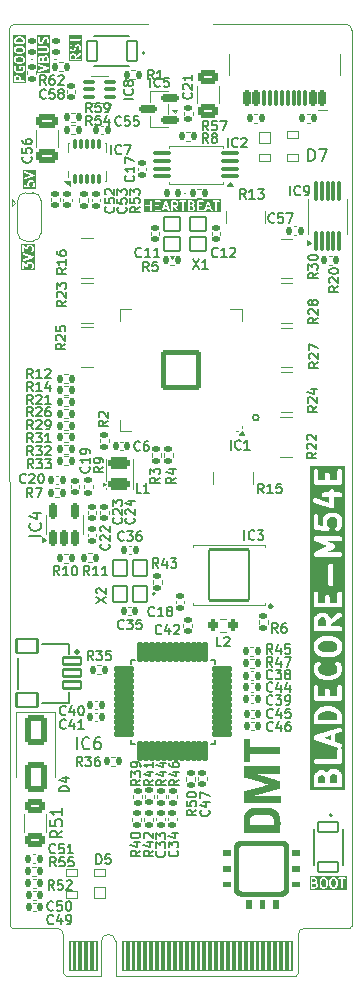
<source format=gbr>
%TF.GenerationSoftware,KiCad,Pcbnew,9.0.7*%
%TF.CreationDate,2026-02-28T14:28:49+01:00*%
%TF.ProjectId,BladeCore-M54E,426c6164-6543-46f7-9265-2d4d3534452e,rev?*%
%TF.SameCoordinates,Original*%
%TF.FileFunction,Legend,Top*%
%TF.FilePolarity,Positive*%
%FSLAX46Y46*%
G04 Gerber Fmt 4.6, Leading zero omitted, Abs format (unit mm)*
G04 Created by KiCad (PCBNEW 9.0.7) date 2026-02-28 14:28:49*
%MOMM*%
%LPD*%
G01*
G04 APERTURE LIST*
G04 Aperture macros list*
%AMRoundRect*
0 Rectangle with rounded corners*
0 $1 Rounding radius*
0 $2 $3 $4 $5 $6 $7 $8 $9 X,Y pos of 4 corners*
0 Add a 4 corners polygon primitive as box body*
4,1,4,$2,$3,$4,$5,$6,$7,$8,$9,$2,$3,0*
0 Add four circle primitives for the rounded corners*
1,1,$1+$1,$2,$3*
1,1,$1+$1,$4,$5*
1,1,$1+$1,$6,$7*
1,1,$1+$1,$8,$9*
0 Add four rect primitives between the rounded corners*
20,1,$1+$1,$2,$3,$4,$5,0*
20,1,$1+$1,$4,$5,$6,$7,0*
20,1,$1+$1,$6,$7,$8,$9,0*
20,1,$1+$1,$8,$9,$2,$3,0*%
%AMFreePoly0*
4,1,23,0.550000,-0.750000,0.000000,-0.750000,0.000000,-0.745722,-0.065263,-0.745722,-0.191342,-0.711940,-0.304381,-0.646677,-0.396677,-0.554381,-0.461940,-0.441342,-0.495722,-0.315263,-0.495722,-0.250000,-0.500000,-0.250000,-0.500000,0.250000,-0.495722,0.250000,-0.495722,0.315263,-0.461940,0.441342,-0.396677,0.554381,-0.304381,0.646677,-0.191342,0.711940,-0.065263,0.745722,0.000000,0.745722,
0.000000,0.750000,0.550000,0.750000,0.550000,-0.750000,0.550000,-0.750000,$1*%
%AMFreePoly1*
4,1,23,0.000000,0.745722,0.065263,0.745722,0.191342,0.711940,0.304381,0.646677,0.396677,0.554381,0.461940,0.441342,0.495722,0.315263,0.495722,0.250000,0.500000,0.250000,0.500000,-0.250000,0.495722,-0.250000,0.495722,-0.315263,0.461940,-0.441342,0.396677,-0.554381,0.304381,-0.646677,0.191342,-0.711940,0.065263,-0.745722,0.000000,-0.745722,0.000000,-0.750000,-0.550000,-0.750000,
-0.550000,0.750000,0.000000,0.750000,0.000000,0.745722,0.000000,0.745722,$1*%
G04 Aperture macros list end*
%ADD10C,0.000000*%
%ADD11C,0.150000*%
%ADD12C,0.400000*%
%ADD13C,0.120000*%
%ADD14C,0.200000*%
%ADD15C,0.250000*%
%ADD16C,0.127000*%
%ADD17C,0.100000*%
%ADD18C,0.300000*%
%ADD19RoundRect,0.070000X0.070000X-0.355000X0.070000X0.355000X-0.070000X0.355000X-0.070000X-0.355000X0*%
%ADD20R,0.700000X0.280000*%
%ADD21R,2.400000X1.650000*%
%ADD22FreePoly0,270.000000*%
%ADD23R,1.500000X1.000000*%
%ADD24FreePoly1,270.000000*%
%ADD25RoundRect,0.250000X-0.650000X1.000000X-0.650000X-1.000000X0.650000X-1.000000X0.650000X1.000000X0*%
%ADD26RoundRect,0.135000X-0.135000X-0.185000X0.135000X-0.185000X0.135000X0.185000X-0.135000X0.185000X0*%
%ADD27RoundRect,0.100000X0.400000X0.100000X-0.400000X0.100000X-0.400000X-0.100000X0.400000X-0.100000X0*%
%ADD28RoundRect,0.135000X0.135000X0.185000X-0.135000X0.185000X-0.135000X-0.185000X0.135000X-0.185000X0*%
%ADD29R,0.800000X0.500000*%
%ADD30R,0.800000X0.400000*%
%ADD31RoundRect,0.140000X-0.170000X0.140000X-0.170000X-0.140000X0.170000X-0.140000X0.170000X0.140000X0*%
%ADD32RoundRect,0.250000X-0.650000X0.325000X-0.650000X-0.325000X0.650000X-0.325000X0.650000X0.325000X0*%
%ADD33RoundRect,0.102000X0.600000X0.700000X-0.600000X0.700000X-0.600000X-0.700000X0.600000X-0.700000X0*%
%ADD34R,0.500000X0.800000*%
%ADD35R,0.400000X0.800000*%
%ADD36RoundRect,0.135000X-0.185000X0.135000X-0.185000X-0.135000X0.185000X-0.135000X0.185000X0.135000X0*%
%ADD37RoundRect,0.140000X-0.140000X-0.170000X0.140000X-0.170000X0.140000X0.170000X-0.140000X0.170000X0*%
%ADD38RoundRect,0.140000X0.140000X0.170000X-0.140000X0.170000X-0.140000X-0.170000X0.140000X-0.170000X0*%
%ADD39RoundRect,0.250000X-0.625000X0.312500X-0.625000X-0.312500X0.625000X-0.312500X0.625000X0.312500X0*%
%ADD40RoundRect,0.140000X0.170000X-0.140000X0.170000X0.140000X-0.170000X0.140000X-0.170000X-0.140000X0*%
%ADD41O,1.244200X0.648600*%
%ADD42RoundRect,0.102000X1.700000X2.150000X-1.700000X2.150000X-1.700000X-2.150000X1.700000X-2.150000X0*%
%ADD43RoundRect,0.102000X0.140000X-0.780000X0.140000X0.780000X-0.140000X0.780000X-0.140000X-0.780000X0*%
%ADD44RoundRect,0.102000X0.780000X-0.140000X0.780000X0.140000X-0.780000X0.140000X-0.780000X-0.140000X0*%
%ADD45C,0.650000*%
%ADD46RoundRect,0.150000X0.150000X0.500000X-0.150000X0.500000X-0.150000X-0.500000X0.150000X-0.500000X0*%
%ADD47RoundRect,0.075000X0.075000X0.575000X-0.075000X0.575000X-0.075000X-0.575000X0.075000X-0.575000X0*%
%ADD48O,1.000000X2.100000*%
%ADD49O,1.000000X1.600000*%
%ADD50RoundRect,0.135000X0.185000X-0.135000X0.185000X0.135000X-0.185000X0.135000X-0.185000X-0.135000X0*%
%ADD51RoundRect,0.147500X0.172500X-0.147500X0.172500X0.147500X-0.172500X0.147500X-0.172500X-0.147500X0*%
%ADD52RoundRect,0.102000X-0.775000X0.300000X-0.775000X-0.300000X0.775000X-0.300000X0.775000X0.300000X0*%
%ADD53RoundRect,0.102000X-0.900000X0.600000X-0.900000X-0.600000X0.900000X-0.600000X0.900000X0.600000X0*%
%ADD54RoundRect,0.050000X-0.175000X-1.250000X0.175000X-1.250000X0.175000X1.250000X-0.175000X1.250000X0*%
%ADD55C,5.500000*%
%ADD56RoundRect,0.200000X-0.200000X-0.275000X0.200000X-0.275000X0.200000X0.275000X-0.200000X0.275000X0*%
%ADD57RoundRect,0.102000X0.400000X0.850000X-0.400000X0.850000X-0.400000X-0.850000X0.400000X-0.850000X0*%
%ADD58RoundRect,0.150000X0.150000X-0.512500X0.150000X0.512500X-0.150000X0.512500X-0.150000X-0.512500X0*%
%ADD59RoundRect,0.150000X0.587500X0.150000X-0.587500X0.150000X-0.587500X-0.150000X0.587500X-0.150000X0*%
%ADD60RoundRect,0.050000X0.500000X-0.500000X0.500000X0.500000X-0.500000X0.500000X-0.500000X-0.500000X0*%
%ADD61RoundRect,0.050000X0.500000X-0.300000X0.500000X0.300000X-0.500000X0.300000X-0.500000X-0.300000X0*%
%ADD62RoundRect,0.050000X-0.500000X0.500000X-0.500000X-0.500000X0.500000X-0.500000X0.500000X0.500000X0*%
%ADD63RoundRect,0.050000X-0.500000X0.300000X-0.500000X-0.300000X0.500000X-0.300000X0.500000X0.300000X0*%
%ADD64RoundRect,0.102000X-0.850000X0.400000X-0.850000X-0.400000X0.850000X-0.400000X0.850000X0.400000X0*%
%ADD65RoundRect,0.147500X0.147500X0.172500X-0.147500X0.172500X-0.147500X-0.172500X0.147500X-0.172500X0*%
%ADD66RoundRect,0.100000X0.637500X0.100000X-0.637500X0.100000X-0.637500X-0.100000X0.637500X-0.100000X0*%
%ADD67RoundRect,0.250000X0.640000X-0.260000X0.640000X0.260000X-0.640000X0.260000X-0.640000X-0.260000X0*%
%ADD68RoundRect,0.102000X0.700000X-0.600000X0.700000X0.600000X-0.700000X0.600000X-0.700000X-0.600000X0*%
%ADD69RoundRect,0.087500X0.087500X-0.725000X0.087500X0.725000X-0.087500X0.725000X-0.087500X-0.725000X0*%
%ADD70O,0.780000X0.220000*%
%ADD71O,0.220000X0.780000*%
%ADD72C,0.425000*%
%ADD73RoundRect,0.200000X1.500000X1.500000X-1.500000X1.500000X-1.500000X-1.500000X1.500000X-1.500000X0*%
G04 APERTURE END LIST*
D10*
G36*
X24177851Y10797525D02*
G01*
X24197911Y10797527D01*
X24252545Y10797477D01*
X24309576Y10797445D01*
X24417649Y10797360D01*
X24563634Y10797263D01*
X24793758Y10797074D01*
X24793758Y10328762D01*
X24111133Y10328762D01*
X24110885Y10560686D01*
X24110776Y10634037D01*
X24110754Y10677264D01*
X24110714Y10706245D01*
X24110683Y10750030D01*
X24110640Y10763168D01*
X24110656Y10775000D01*
X24110645Y10785365D01*
X24110814Y10787928D01*
X24110897Y10788980D01*
X24110989Y10789902D01*
X24111096Y10790711D01*
X24111223Y10791425D01*
X24111379Y10792060D01*
X24111568Y10792634D01*
X24111799Y10793164D01*
X24112076Y10793666D01*
X24112408Y10794159D01*
X24112800Y10794659D01*
X24113259Y10795183D01*
X24113791Y10795749D01*
X24115102Y10797074D01*
X24121659Y10797312D01*
X24128220Y10797460D01*
X24134782Y10797534D01*
X24141344Y10797551D01*
X24149752Y10797561D01*
X24177851Y10797525D01*
G37*
G36*
X22004121Y14396447D02*
G01*
X22067060Y14394846D01*
X22129413Y14391909D01*
X22191104Y14387305D01*
X22252055Y14380704D01*
X22312192Y14371776D01*
X22371438Y14360193D01*
X22429716Y14345623D01*
X22486950Y14327737D01*
X22543065Y14306205D01*
X22597984Y14280697D01*
X22651630Y14250884D01*
X22703928Y14216435D01*
X22754802Y14177022D01*
X22804174Y14132313D01*
X22813352Y14122886D01*
X22819444Y14117005D01*
X22825815Y14110673D01*
X22831996Y14104249D01*
X22838006Y14097726D01*
X22843866Y14091097D01*
X22849594Y14084353D01*
X22855211Y14077487D01*
X22860735Y14070490D01*
X22866186Y14063355D01*
X22872962Y14054362D01*
X22882874Y14041022D01*
X22892727Y14027637D01*
X22898048Y14020447D01*
X22908212Y14006170D01*
X22918024Y13991627D01*
X22927494Y13976833D01*
X22936632Y13961807D01*
X22945446Y13946566D01*
X22953946Y13931128D01*
X22962141Y13915508D01*
X22970040Y13899726D01*
X22984988Y13867740D01*
X22998864Y13835310D01*
X23011742Y13802573D01*
X23023696Y13769668D01*
X23027486Y13758845D01*
X23049675Y13688704D01*
X23068361Y13617755D01*
X23083794Y13546091D01*
X23096230Y13473805D01*
X23105920Y13400988D01*
X23113117Y13327734D01*
X23118075Y13254134D01*
X23121046Y13180281D01*
X23122039Y13032187D01*
X23118119Y12884189D01*
X23103632Y12591443D01*
X23097103Y12452309D01*
X23091164Y12313137D01*
X20511477Y12313137D01*
X19995539Y12313137D01*
X19997338Y13119082D01*
X19997688Y13139941D01*
X20508978Y13139941D01*
X20511477Y12912418D01*
X22591102Y12912418D01*
X22596962Y13036583D01*
X22598772Y13088112D01*
X22599588Y13133993D01*
X22599224Y13175267D01*
X22597493Y13212974D01*
X22594210Y13248156D01*
X22589188Y13281852D01*
X22582242Y13315103D01*
X22573185Y13348950D01*
X22561831Y13384434D01*
X22547995Y13422595D01*
X22531490Y13464474D01*
X22512130Y13511112D01*
X22464102Y13622824D01*
X22456133Y13632901D01*
X22451577Y13638179D01*
X22446925Y13643274D01*
X22442179Y13648199D01*
X22437341Y13652965D01*
X22432414Y13657585D01*
X22427398Y13662070D01*
X22422297Y13666433D01*
X22417111Y13670686D01*
X22411843Y13674841D01*
X22406495Y13678910D01*
X22395564Y13686839D01*
X22384335Y13694570D01*
X22372821Y13702199D01*
X22361457Y13709749D01*
X22347762Y13717941D01*
X22333808Y13725614D01*
X22319612Y13732786D01*
X22305193Y13739474D01*
X22290568Y13745697D01*
X22275756Y13751472D01*
X22260775Y13756818D01*
X22245643Y13761751D01*
X22230377Y13766289D01*
X22214996Y13770452D01*
X22199518Y13774256D01*
X22183961Y13777719D01*
X22152681Y13783693D01*
X22121301Y13788519D01*
X22111258Y13789912D01*
X22083987Y13792816D01*
X22056629Y13794932D01*
X22029207Y13796380D01*
X22001744Y13797279D01*
X21974261Y13797750D01*
X21946781Y13797912D01*
X21891920Y13797790D01*
X21862988Y13797741D01*
X21771076Y13797480D01*
X21731678Y13797357D01*
X21471071Y13796308D01*
X21338744Y13795730D01*
X21243892Y13795295D01*
X21187923Y13795055D01*
X21147187Y13794589D01*
X21107356Y13793337D01*
X21068399Y13791140D01*
X21030285Y13787842D01*
X20992981Y13783283D01*
X20956456Y13777305D01*
X20920679Y13769751D01*
X20885619Y13760463D01*
X20851243Y13749282D01*
X20817520Y13736050D01*
X20784419Y13720609D01*
X20751909Y13702801D01*
X20719956Y13682468D01*
X20688531Y13659452D01*
X20657602Y13633595D01*
X20627137Y13604738D01*
X20615604Y13592493D01*
X20604799Y13580138D01*
X20594705Y13567648D01*
X20585306Y13554996D01*
X20576584Y13542158D01*
X20568524Y13529107D01*
X20561109Y13515818D01*
X20554322Y13502264D01*
X20548146Y13488420D01*
X20542566Y13474260D01*
X20537565Y13459759D01*
X20533125Y13444891D01*
X20529231Y13429629D01*
X20525865Y13413948D01*
X20523012Y13397823D01*
X20520655Y13381227D01*
X20519218Y13369969D01*
X20514009Y13313376D01*
X20510843Y13255955D01*
X20509305Y13198034D01*
X20508978Y13139941D01*
X19997688Y13139941D01*
X20001609Y13373409D01*
X20009926Y13553508D01*
X20023639Y13678026D01*
X20032939Y13725272D01*
X20044095Y13765616D01*
X20057273Y13801390D01*
X20072643Y13834925D01*
X20110633Y13904605D01*
X20115079Y13912455D01*
X20124628Y13928414D01*
X20134611Y13943953D01*
X20144996Y13959130D01*
X20155754Y13974003D01*
X20166855Y13988629D01*
X20178269Y14003067D01*
X20189965Y14017373D01*
X20201915Y14031606D01*
X20213697Y14045713D01*
X20242973Y14079424D01*
X20273154Y14111872D01*
X20304261Y14142974D01*
X20336314Y14172651D01*
X20369332Y14200819D01*
X20403336Y14227398D01*
X20438345Y14252306D01*
X20474380Y14275461D01*
X20511459Y14296783D01*
X20549604Y14316188D01*
X20588834Y14333597D01*
X20629169Y14348928D01*
X20670628Y14362098D01*
X20713233Y14373027D01*
X20757002Y14381632D01*
X20801956Y14387834D01*
X20810621Y14388512D01*
X20819293Y14389069D01*
X20836652Y14389899D01*
X20854023Y14390479D01*
X20871400Y14390966D01*
X20879804Y14391217D01*
X20924614Y14392323D01*
X20969423Y14393047D01*
X21059061Y14393702D01*
X21092810Y14393860D01*
X21183217Y14394227D01*
X21239991Y14394447D01*
X21398183Y14395051D01*
X21408329Y14395087D01*
X21428676Y14395157D01*
X21438873Y14395193D01*
X21449083Y14395228D01*
X21612809Y14395897D01*
X21782198Y14396571D01*
X21876787Y14396956D01*
X22004121Y14396447D01*
G37*
G36*
X23075289Y17305824D02*
G01*
X22832362Y17302916D01*
X22820290Y17302780D01*
X22408433Y17299266D01*
X22284988Y17298343D01*
X22064227Y17296686D01*
X22051069Y17296589D01*
X21905425Y17295510D01*
X21852298Y17295117D01*
X21839049Y17295019D01*
X21618310Y17293364D01*
X21495581Y17292453D01*
X21235689Y17290137D01*
X20975821Y17285980D01*
X20977970Y17283799D01*
X20980197Y17281733D01*
X20982499Y17279778D01*
X20984871Y17277929D01*
X20987312Y17276185D01*
X20989816Y17274540D01*
X20995003Y17271536D01*
X21000406Y17268888D01*
X21005995Y17266566D01*
X21011744Y17264541D01*
X21017625Y17262784D01*
X21023610Y17261266D01*
X21029672Y17259956D01*
X21035783Y17258827D01*
X21041914Y17257848D01*
X21054130Y17256224D01*
X21066099Y17254851D01*
X21086250Y17252098D01*
X21106139Y17248614D01*
X21125820Y17244493D01*
X21145346Y17239831D01*
X21164772Y17234722D01*
X21184152Y17229260D01*
X21222992Y17217657D01*
X21256751Y17207542D01*
X21290540Y17197529D01*
X21318691Y17189165D01*
X21444531Y17152456D01*
X21570571Y17116435D01*
X21611074Y17104877D01*
X21975450Y17001470D01*
X21985888Y16998526D01*
X22153439Y16951292D01*
X22291789Y16911990D01*
X22429901Y16871975D01*
X22567738Y16831025D01*
X22705265Y16788923D01*
X22765152Y16770505D01*
X22825131Y16752413D01*
X22945313Y16716961D01*
X22953863Y16714466D01*
X23010363Y16698016D01*
X23024679Y16693854D01*
X23038210Y16689933D01*
X23049809Y16686571D01*
X23078405Y16678630D01*
X23107040Y16670824D01*
X23107040Y16063605D01*
X22974334Y16025158D01*
X22929752Y16012240D01*
X22727714Y15954031D01*
X22591174Y15914970D01*
X22497945Y15887613D01*
X22405079Y15859056D01*
X22269633Y15816396D01*
X22256283Y15811963D01*
X22242807Y15807488D01*
X22215559Y15798443D01*
X22201956Y15793927D01*
X22145736Y15775762D01*
X22089329Y15758342D01*
X22032733Y15741549D01*
X21975946Y15725269D01*
X21967916Y15723002D01*
X21904728Y15705195D01*
X21799380Y15674866D01*
X21694335Y15643504D01*
X21484743Y15579125D01*
X21354904Y15539033D01*
X21332867Y15532232D01*
X21321828Y15528825D01*
X21256420Y15508628D01*
X21215242Y15495910D01*
X21195988Y15489962D01*
X21153087Y15476741D01*
X21139606Y15472566D01*
X21126141Y15468341D01*
X21115504Y15465018D01*
X21106730Y15462234D01*
X21104099Y15461614D01*
X21102973Y15461363D01*
X21101928Y15461148D01*
X21100928Y15460966D01*
X21099938Y15460814D01*
X21098925Y15460690D01*
X21097853Y15460590D01*
X21096687Y15460513D01*
X21095392Y15460455D01*
X21093934Y15460413D01*
X21092278Y15460385D01*
X21088232Y15460359D01*
X21082977Y15460356D01*
X21082977Y15468292D01*
X21056634Y15463505D01*
X21036015Y15459403D01*
X21027314Y15457406D01*
X21019399Y15455336D01*
X21012054Y15453112D01*
X21005064Y15450652D01*
X20998216Y15447876D01*
X20991292Y15444701D01*
X20984078Y15441047D01*
X20976360Y15436831D01*
X20958547Y15426391D01*
X20936133Y15412730D01*
X20949370Y15412634D01*
X21527526Y15408357D01*
X21536382Y15408291D01*
X21726974Y15406866D01*
X21820454Y15406165D01*
X21829850Y15406095D01*
X22130777Y15403868D01*
X22440293Y15401566D01*
X22484115Y15401234D01*
X22492827Y15401169D01*
X22631060Y15400153D01*
X22770389Y15399113D01*
X22845735Y15398556D01*
X22914952Y15398035D01*
X22939764Y15397858D01*
X22986571Y15397236D01*
X23033320Y15396088D01*
X23126883Y15392887D01*
X23126883Y14777730D01*
X19995539Y14777730D01*
X19995539Y15793730D01*
X20116999Y15833211D01*
X20187285Y15855253D01*
X20211620Y15862233D01*
X20233219Y15867851D01*
X20281621Y15878998D01*
X20317896Y15887319D01*
X20354122Y15895848D01*
X20368408Y15899206D01*
X20398275Y15906515D01*
X20428006Y15914242D01*
X20457628Y15922375D01*
X20487169Y15930900D01*
X20496196Y15933562D01*
X20527667Y15942963D01*
X20559102Y15952480D01*
X20659281Y15982097D01*
X20759777Y16010379D01*
X20860549Y16037669D01*
X20961555Y16064311D01*
X21174010Y16120408D01*
X21183835Y16123018D01*
X21338601Y16164401D01*
X21493247Y16206232D01*
X21503221Y16208943D01*
X21708707Y16264953D01*
X21795685Y16288690D01*
X21847083Y16302737D01*
X21911834Y16320215D01*
X21976698Y16337143D01*
X22041713Y16353483D01*
X22106915Y16369199D01*
X22052678Y16388626D01*
X22034486Y16395157D01*
X21988378Y16411340D01*
X21942000Y16426784D01*
X21895401Y16441611D01*
X21848635Y16455946D01*
X21660910Y16510852D01*
X21608174Y16526240D01*
X21532316Y16548368D01*
X21414021Y16582929D01*
X21226075Y16637619D01*
X21037929Y16691615D01*
X20909265Y16728530D01*
X20780735Y16765905D01*
X20645298Y16805389D01*
X20509741Y16844457D01*
X20495022Y16848664D01*
X20299712Y16903835D01*
X20263146Y16914082D01*
X20154557Y16944457D01*
X20109520Y16957052D01*
X20088452Y16962926D01*
X20059351Y16971061D01*
X20050876Y16973403D01*
X20043802Y16975466D01*
X20036828Y16977632D01*
X20029928Y16979890D01*
X20023072Y16982234D01*
X20009383Y16987143D01*
X19995539Y16992293D01*
X19995539Y17956699D01*
X23075289Y17956699D01*
X23075289Y17305824D01*
G37*
G36*
X20678164Y5863918D02*
G01*
X20225727Y5863918D01*
X20225727Y6614012D01*
X20678164Y6614012D01*
X20678164Y5863918D01*
G37*
G36*
X24793758Y9003199D02*
G01*
X24111133Y9003199D01*
X24111133Y9491355D01*
X24793758Y9491355D01*
X24793758Y9003199D01*
G37*
G36*
X20563071Y19579917D02*
G01*
X23075289Y19579917D01*
X23075289Y18960793D01*
X20563071Y18960793D01*
X20563071Y18266261D01*
X19995539Y18266261D01*
X19995539Y20254604D01*
X20563071Y20254604D01*
X20563071Y19579917D01*
G37*
G36*
X18846155Y10797595D02*
G01*
X18866156Y10797601D01*
X18893341Y10797578D01*
X18908746Y10797574D01*
X18912471Y10797401D01*
X18915319Y10797223D01*
X18916470Y10797115D01*
X18917468Y10796987D01*
X18918336Y10796831D01*
X18919097Y10796640D01*
X18919772Y10796410D01*
X18920383Y10796131D01*
X18920954Y10795800D01*
X18921507Y10795408D01*
X18922063Y10794949D01*
X18922645Y10794416D01*
X18923977Y10793106D01*
X18924213Y10788584D01*
X18924361Y10784057D01*
X18924436Y10779529D01*
X18924454Y10775000D01*
X18924471Y10763168D01*
X18924428Y10750030D01*
X18924429Y10736081D01*
X18924365Y10691143D01*
X18924353Y10663493D01*
X18924225Y10560686D01*
X18923977Y10328762D01*
X18225477Y10328762D01*
X18225229Y10560686D01*
X18225120Y10634037D01*
X18225098Y10677264D01*
X18225058Y10706245D01*
X18225027Y10750030D01*
X18224983Y10763168D01*
X18225000Y10775000D01*
X18224989Y10785365D01*
X18225158Y10787928D01*
X18225241Y10788980D01*
X18225333Y10789902D01*
X18225440Y10790711D01*
X18225567Y10791425D01*
X18225723Y10792060D01*
X18225912Y10792634D01*
X18226143Y10793164D01*
X18226420Y10793666D01*
X18226752Y10794159D01*
X18227144Y10794659D01*
X18227603Y10795183D01*
X18228135Y10795749D01*
X18229446Y10797074D01*
X18236109Y10797319D01*
X18242776Y10797473D01*
X18249445Y10797554D01*
X18256113Y10797578D01*
X18264660Y10797597D01*
X18293225Y10797588D01*
X18313618Y10797609D01*
X18369162Y10797607D01*
X18427157Y10797613D01*
X18524567Y10797592D01*
X18637357Y10797599D01*
X18734012Y10797609D01*
X18791821Y10797615D01*
X18846155Y10797595D01*
G37*
G36*
X18923977Y9003199D02*
G01*
X18225477Y9003199D01*
X18225477Y9491355D01*
X18923977Y9491355D01*
X18923977Y9003199D01*
G37*
G36*
X22960196Y5879793D02*
G01*
X22507758Y5879793D01*
X22507758Y6614012D01*
X22960196Y6614012D01*
X22960196Y5879793D01*
G37*
G36*
X21817196Y5863918D02*
G01*
X21348883Y5863918D01*
X21348883Y6610043D01*
X21817196Y6610043D01*
X21817196Y5863918D01*
G37*
G36*
X21090915Y15468292D02*
G01*
X21110758Y15468292D01*
X21106797Y15465672D01*
X21105134Y15464613D01*
X21103627Y15463704D01*
X21102237Y15462935D01*
X21100922Y15462293D01*
X21100280Y15462017D01*
X21099642Y15461768D01*
X21099002Y15461545D01*
X21098356Y15461348D01*
X21097698Y15461173D01*
X21097024Y15461020D01*
X21095604Y15460774D01*
X21094057Y15460598D01*
X21092341Y15460480D01*
X21090416Y15460408D01*
X21088240Y15460371D01*
X21082977Y15460356D01*
X21082977Y15468292D01*
X21067102Y15468292D01*
X21072032Y15470912D01*
X21075846Y15472881D01*
X21077421Y15473650D01*
X21078822Y15474292D01*
X21080084Y15474817D01*
X21081241Y15475238D01*
X21082328Y15475565D01*
X21083380Y15475811D01*
X21084433Y15475988D01*
X21085520Y15476106D01*
X21086677Y15476178D01*
X21087938Y15476214D01*
X21090915Y15476230D01*
X21090915Y15468292D01*
G37*
G36*
X24793758Y7681606D02*
G01*
X24111133Y7681606D01*
X24111133Y8149918D01*
X24793758Y8149918D01*
X24793758Y7681606D01*
G37*
G36*
X23209329Y11634362D02*
G01*
X23248948Y11632588D01*
X23288199Y11629788D01*
X23327027Y11625796D01*
X23365376Y11620447D01*
X23403191Y11613575D01*
X23440416Y11605014D01*
X23476994Y11594600D01*
X23512872Y11582166D01*
X23547992Y11567548D01*
X23582300Y11550579D01*
X23615739Y11531094D01*
X23648254Y11508927D01*
X23679790Y11483913D01*
X23710290Y11455887D01*
X23723616Y11442090D01*
X23736624Y11427644D01*
X23749278Y11412596D01*
X23761544Y11396993D01*
X23773388Y11380884D01*
X23784776Y11364317D01*
X23795674Y11347341D01*
X23806048Y11330002D01*
X23815863Y11312349D01*
X23825086Y11294431D01*
X23833681Y11276294D01*
X23841616Y11257988D01*
X23848856Y11239561D01*
X23855366Y11221059D01*
X23861113Y11202532D01*
X23866063Y11184027D01*
X23868032Y11176038D01*
X23869812Y11167615D01*
X23871357Y11159165D01*
X23872682Y11150692D01*
X23873804Y11142197D01*
X23875507Y11125150D01*
X23876598Y11108045D01*
X23877210Y11090897D01*
X23877478Y11073727D01*
X23877509Y11039387D01*
X23877538Y11020409D01*
X23877561Y10968379D01*
X23877605Y10911726D01*
X23877667Y10799417D01*
X23877748Y10664870D01*
X23877907Y10339720D01*
X23877965Y10185877D01*
X23878124Y9667405D01*
X23878131Y9626100D01*
X23878132Y9617823D01*
X23878147Y9534817D01*
X23878150Y9518175D01*
X23878398Y8983728D01*
X23878605Y8599579D01*
X23878607Y8591594D01*
X23878632Y8410246D01*
X23878638Y8348195D01*
X23878639Y8332762D01*
X23878792Y8087000D01*
X23878856Y7839951D01*
X23878945Y7693238D01*
X23878944Y7595145D01*
X23878981Y7539316D01*
X23878979Y7455523D01*
X23878384Y7427704D01*
X23877115Y7406034D01*
X23876162Y7396748D01*
X23874962Y7388090D01*
X23873488Y7379757D01*
X23871715Y7371446D01*
X23867165Y7353676D01*
X23861102Y7332356D01*
X23858419Y7322823D01*
X23854347Y7309153D01*
X23849921Y7295607D01*
X23845144Y7282190D01*
X23840024Y7268908D01*
X23834566Y7255766D01*
X23828777Y7242769D01*
X23822661Y7229924D01*
X23816226Y7217235D01*
X23809477Y7204707D01*
X23802420Y7192348D01*
X23795061Y7180161D01*
X23787406Y7168153D01*
X23779461Y7156328D01*
X23771232Y7144693D01*
X23762725Y7133252D01*
X23753946Y7122012D01*
X23748287Y7114933D01*
X23733800Y7097689D01*
X23718812Y7081130D01*
X23703333Y7065245D01*
X23687374Y7050024D01*
X23670945Y7035456D01*
X23654056Y7021531D01*
X23636717Y7008238D01*
X23618939Y6995567D01*
X23600733Y6983507D01*
X23582107Y6972048D01*
X23563073Y6961179D01*
X23543642Y6950889D01*
X23523822Y6941169D01*
X23503625Y6932008D01*
X23483061Y6923394D01*
X23462140Y6915319D01*
X23452577Y6911722D01*
X23443044Y6908048D01*
X23434043Y6904537D01*
X23426273Y6901471D01*
X23416228Y6898120D01*
X23406308Y6895117D01*
X23396447Y6892477D01*
X23386578Y6890215D01*
X23381619Y6889232D01*
X23376633Y6888349D01*
X23371610Y6887568D01*
X23366544Y6886893D01*
X23361425Y6886323D01*
X23356246Y6885863D01*
X23350996Y6885513D01*
X23345669Y6885275D01*
X23335803Y6884853D01*
X23309402Y6884022D01*
X23282998Y6883544D01*
X23256590Y6883321D01*
X23230176Y6883259D01*
X23208316Y6883199D01*
X23148758Y6883091D01*
X23083949Y6882953D01*
X23063878Y6882915D01*
X22956127Y6882708D01*
X22804194Y6882412D01*
X22450027Y6881757D01*
X22322110Y6881534D01*
X22313602Y6881518D01*
X22279549Y6881458D01*
X21414381Y6880080D01*
X21194969Y6879755D01*
X20593931Y6879033D01*
X20557828Y6879009D01*
X20533977Y6878993D01*
X20357642Y6878792D01*
X20159374Y6878633D01*
X20050569Y6878517D01*
X19978438Y6878489D01*
X19937780Y6878445D01*
X19896486Y6878774D01*
X19855754Y6880122D01*
X19815592Y6882599D01*
X19776007Y6886311D01*
X19737006Y6891367D01*
X19698597Y6897874D01*
X19660787Y6905939D01*
X19623583Y6915672D01*
X19586992Y6927178D01*
X19551021Y6940567D01*
X19515678Y6955945D01*
X19480971Y6973420D01*
X19446905Y6993100D01*
X19413489Y7015094D01*
X19380729Y7039507D01*
X19348633Y7066449D01*
X19339890Y7074170D01*
X19320477Y7093673D01*
X19302452Y7114339D01*
X19285788Y7136074D01*
X19270460Y7158781D01*
X19256439Y7182367D01*
X19243700Y7206736D01*
X19232215Y7231792D01*
X19221958Y7257442D01*
X19212902Y7283589D01*
X19205020Y7310139D01*
X19198286Y7336996D01*
X19192673Y7364066D01*
X19188154Y7391253D01*
X19184702Y7418463D01*
X19182290Y7445599D01*
X19180893Y7472568D01*
X19180220Y7502692D01*
X19179796Y7532821D01*
X19179363Y7593082D01*
X19179004Y7638987D01*
X19178948Y7647400D01*
X19624113Y7647400D01*
X19624281Y7619764D01*
X19624671Y7608018D01*
X19625329Y7597253D01*
X19626303Y7587169D01*
X19627641Y7577465D01*
X19629390Y7567840D01*
X19631600Y7557995D01*
X19634317Y7547629D01*
X19637591Y7536441D01*
X19645998Y7510398D01*
X19657204Y7477463D01*
X19661319Y7469682D01*
X19668303Y7457318D01*
X19675622Y7445372D01*
X19683290Y7433855D01*
X19691320Y7422778D01*
X19699727Y7412153D01*
X19708523Y7401991D01*
X19717723Y7392304D01*
X19727339Y7383103D01*
X19737386Y7374400D01*
X19747877Y7366207D01*
X19758826Y7358534D01*
X19770247Y7351394D01*
X19782152Y7344797D01*
X19794556Y7338756D01*
X19807472Y7333282D01*
X19820915Y7328387D01*
X19835982Y7324832D01*
X19850948Y7321882D01*
X19865866Y7319493D01*
X19880790Y7317623D01*
X19895774Y7316229D01*
X19910874Y7315269D01*
X19926141Y7314699D01*
X19941632Y7314478D01*
X19960038Y7314268D01*
X19985817Y7314035D01*
X20011596Y7313871D01*
X20045728Y7313612D01*
X20461845Y7311793D01*
X20877968Y7311715D01*
X20998030Y7311676D01*
X21410733Y7311569D01*
X21436370Y7311566D01*
X21462057Y7311564D01*
X21513563Y7311558D01*
X21526462Y7311557D01*
X21942994Y7311387D01*
X22385844Y7311230D01*
X22434393Y7311228D01*
X22446464Y7311227D01*
X22638237Y7311121D01*
X22830395Y7311083D01*
X22944375Y7311023D01*
X23020541Y7311028D01*
X23063878Y7311002D01*
X23085426Y7311130D01*
X23106764Y7311707D01*
X23127873Y7312813D01*
X23148734Y7314528D01*
X23169330Y7316932D01*
X23189640Y7320105D01*
X23209647Y7324125D01*
X23229331Y7329074D01*
X23248673Y7335031D01*
X23267655Y7342075D01*
X23286258Y7350287D01*
X23304464Y7359747D01*
X23322252Y7370533D01*
X23339605Y7382726D01*
X23356504Y7396406D01*
X23372930Y7411653D01*
X23384253Y7426034D01*
X23394544Y7440853D01*
X23403844Y7456083D01*
X23412196Y7471695D01*
X23419640Y7487659D01*
X23426218Y7503948D01*
X23431970Y7520531D01*
X23436939Y7537381D01*
X23441165Y7554468D01*
X23444690Y7571763D01*
X23447555Y7589238D01*
X23449801Y7606864D01*
X23451470Y7624613D01*
X23452603Y7642454D01*
X23453241Y7660360D01*
X23453426Y7678301D01*
X23453496Y7694536D01*
X23453578Y7738796D01*
X23453707Y7787114D01*
X23453910Y7882870D01*
X23454168Y7997850D01*
X23454663Y8236806D01*
X23455014Y8421670D01*
X23456171Y9124857D01*
X23456440Y9318100D01*
X23457168Y9982722D01*
X23457194Y10025397D01*
X23457211Y10053723D01*
X23457416Y10265300D01*
X23457575Y10506344D01*
X23457690Y10641538D01*
X23457718Y10732040D01*
X23457762Y10783612D01*
X23457798Y10807131D01*
X23457760Y10830650D01*
X23457763Y10839060D01*
X23457799Y10847469D01*
X23457673Y10862392D01*
X23457109Y10877084D01*
X23456087Y10891552D01*
X23454589Y10905805D01*
X23452598Y10919850D01*
X23450093Y10933696D01*
X23447058Y10947351D01*
X23443472Y10960823D01*
X23439319Y10974120D01*
X23434579Y10987250D01*
X23429234Y11000222D01*
X23423266Y11013042D01*
X23416656Y11025720D01*
X23409385Y11038264D01*
X23401436Y11050681D01*
X23392789Y11062980D01*
X23387736Y11070127D01*
X23384891Y11073727D01*
X23381927Y11077209D01*
X23378855Y11080584D01*
X23375683Y11083859D01*
X23372421Y11087044D01*
X23369078Y11090146D01*
X23365663Y11093174D01*
X23362187Y11096138D01*
X23355084Y11101905D01*
X23347845Y11107515D01*
X23333258Y11118543D01*
X23322375Y11127069D01*
X23313054Y11133858D01*
X23303731Y11140025D01*
X23294387Y11145595D01*
X23285002Y11150595D01*
X23275557Y11155049D01*
X23266031Y11158983D01*
X23256405Y11162422D01*
X23246658Y11165392D01*
X23236772Y11167918D01*
X23226726Y11170026D01*
X23216500Y11171741D01*
X23206075Y11173088D01*
X23195431Y11174093D01*
X23184547Y11174781D01*
X23173405Y11175177D01*
X23161985Y11175308D01*
X23147461Y11175410D01*
X23107177Y11175581D01*
X23062179Y11175809D01*
X22970290Y11176212D01*
X22891984Y11176547D01*
X21681064Y11180516D01*
X21493634Y11181035D01*
X21482612Y11181066D01*
X20825489Y11183175D01*
X20815921Y11183210D01*
X20448336Y11184608D01*
X20366226Y11184927D01*
X20358255Y11184958D01*
X20319145Y11185109D01*
X20245729Y11185397D01*
X20231925Y11185453D01*
X20205001Y11185563D01*
X20141425Y11185767D01*
X20117346Y11185823D01*
X20105575Y11185850D01*
X20071063Y11186059D01*
X20036553Y11186460D01*
X19993018Y11186932D01*
X19983097Y11187068D01*
X19973175Y11187251D01*
X19962616Y11187359D01*
X19952165Y11187234D01*
X19941815Y11186868D01*
X19931559Y11186248D01*
X19921390Y11185365D01*
X19911300Y11184208D01*
X19901283Y11182766D01*
X19891331Y11181029D01*
X19881438Y11178987D01*
X19871596Y11176629D01*
X19861798Y11173944D01*
X19852037Y11170922D01*
X19842307Y11167553D01*
X19832599Y11163825D01*
X19822908Y11159729D01*
X19813225Y11155254D01*
X19804400Y11151121D01*
X19795362Y11146871D01*
X19786337Y11142594D01*
X19779443Y11139462D01*
X19772518Y11136423D01*
X19765562Y11133453D01*
X19758577Y11130527D01*
X19746434Y11125282D01*
X19740723Y11122685D01*
X19735246Y11120050D01*
X19729999Y11117339D01*
X19724975Y11114509D01*
X19720171Y11111523D01*
X19715581Y11108338D01*
X19711200Y11104916D01*
X19707024Y11101215D01*
X19703046Y11097196D01*
X19699264Y11092819D01*
X19695670Y11088042D01*
X19692261Y11082827D01*
X19689032Y11077132D01*
X19685977Y11070918D01*
X19679171Y11058671D01*
X19674236Y11049284D01*
X19669582Y11039871D01*
X19665199Y11030407D01*
X19661078Y11020864D01*
X19657210Y11011215D01*
X19653587Y11001435D01*
X19650197Y10991496D01*
X19647034Y10981373D01*
X19644692Y10973590D01*
X19642337Y10964726D01*
X19640225Y10955851D01*
X19638342Y10946964D01*
X19636676Y10938065D01*
X19635213Y10929152D01*
X19633940Y10920225D01*
X19631913Y10902323D01*
X19630490Y10884349D01*
X19629568Y10866296D01*
X19629041Y10848154D01*
X19628804Y10829916D01*
X19628579Y10809629D01*
X19628086Y10752993D01*
X19627773Y10715776D01*
X19625749Y10291783D01*
X19625516Y9867783D01*
X19625457Y9747760D01*
X19625297Y9335007D01*
X19625292Y9309389D01*
X19625289Y9296561D01*
X19625274Y9232257D01*
X19625272Y9219369D01*
X19625018Y8803066D01*
X19624791Y8360203D01*
X19624785Y8311644D01*
X19624784Y8299572D01*
X19624631Y8107910D01*
X19624567Y7915855D01*
X19624477Y7801987D01*
X19624479Y7725854D01*
X19624496Y7704210D01*
X19624441Y7682566D01*
X19624113Y7647400D01*
X19178948Y7647400D01*
X19178038Y7784739D01*
X19177853Y7819804D01*
X19176798Y8134419D01*
X19176599Y8225378D01*
X19176567Y8238860D01*
X19176502Y8266087D01*
X19175833Y8580167D01*
X19175624Y8683677D01*
X19174147Y9495976D01*
X19173869Y9666151D01*
X19173123Y10246779D01*
X19173099Y10281406D01*
X19173083Y10304302D01*
X19172882Y10473560D01*
X19172723Y10664031D01*
X19172608Y10769001D01*
X19172580Y10838802D01*
X19172536Y10878212D01*
X19172759Y10914609D01*
X19173762Y10950959D01*
X19175650Y10987201D01*
X19178529Y11023270D01*
X19182505Y11059107D01*
X19187682Y11094648D01*
X19194167Y11129832D01*
X19202066Y11164596D01*
X19211483Y11198879D01*
X19222524Y11232619D01*
X19235295Y11265753D01*
X19249901Y11298219D01*
X19266448Y11329956D01*
X19285041Y11360901D01*
X19305787Y11390992D01*
X19328790Y11420168D01*
X19334289Y11426745D01*
X19353745Y11448475D01*
X19374254Y11469034D01*
X19395753Y11488418D01*
X19418183Y11506619D01*
X19441481Y11523632D01*
X19465587Y11539449D01*
X19490439Y11554065D01*
X19515975Y11567474D01*
X19542136Y11579668D01*
X19568858Y11590643D01*
X19596082Y11600390D01*
X19623745Y11608905D01*
X19651787Y11616181D01*
X19680146Y11622212D01*
X19708761Y11626991D01*
X19737571Y11630511D01*
X19746772Y11630971D01*
X19755975Y11631306D01*
X19765180Y11631553D01*
X19774391Y11631747D01*
X19785415Y11631993D01*
X19822432Y11632708D01*
X19835829Y11632960D01*
X19935392Y11634314D01*
X20034961Y11634926D01*
X20234106Y11635059D01*
X20353670Y11635092D01*
X20601241Y11635143D01*
X20792368Y11635166D01*
X20847675Y11635177D01*
X20861568Y11635179D01*
X21247337Y11635218D01*
X21261970Y11635217D01*
X21335376Y11635216D01*
X21350098Y11635216D01*
X21379572Y11635216D01*
X21839030Y11635297D01*
X22356657Y11635389D01*
X22411863Y11635388D01*
X22425591Y11635388D01*
X22643726Y11635448D01*
X22862844Y11635459D01*
X22992802Y11635490D01*
X23079786Y11635480D01*
X23129212Y11635494D01*
X23209329Y11634362D01*
G37*
G36*
X18923977Y7681606D02*
G01*
X18225477Y7681606D01*
X18225477Y8149918D01*
X18923977Y8149918D01*
X18923977Y7681606D01*
G37*
D11*
G36*
X15686740Y65296107D02*
G01*
X15703710Y65279137D01*
X15728446Y65229667D01*
X15728446Y65150792D01*
X15703710Y65101322D01*
X15682827Y65080439D01*
X15633360Y65055705D01*
X15421303Y65055705D01*
X15421303Y65324753D01*
X15600799Y65324753D01*
X15686740Y65296107D01*
G37*
G36*
X15644733Y65680971D02*
G01*
X15665615Y65660089D01*
X15690350Y65610620D01*
X15690350Y65569839D01*
X15665615Y65520370D01*
X15644733Y65499488D01*
X15595264Y65474753D01*
X15421303Y65474753D01*
X15421303Y65705705D01*
X15595264Y65705705D01*
X15644733Y65680971D01*
G37*
G36*
X14273304Y65680971D02*
G01*
X14294187Y65660088D01*
X14318922Y65610619D01*
X14318922Y65531745D01*
X14294187Y65482276D01*
X14273304Y65461392D01*
X14223836Y65436658D01*
X14011779Y65436658D01*
X14011779Y65705705D01*
X14223836Y65705705D01*
X14273304Y65680971D01*
G37*
G36*
X13489865Y65284277D02*
G01*
X13317026Y65284277D01*
X13403445Y65543535D01*
X13489865Y65284277D01*
G37*
G36*
X17108913Y65284277D02*
G01*
X16936074Y65284277D01*
X17022493Y65543535D01*
X17108913Y65284277D01*
G37*
G36*
X18061132Y64816816D02*
G01*
X11525271Y64816816D01*
X11525271Y65780705D01*
X11614160Y65780705D01*
X11614160Y64980705D01*
X11615601Y64966073D01*
X11626800Y64939037D01*
X11647492Y64918345D01*
X11674528Y64907146D01*
X11703792Y64907146D01*
X11730828Y64918345D01*
X11751520Y64939037D01*
X11762719Y64966073D01*
X11764160Y64980705D01*
X11764160Y65324753D01*
X12071303Y65324753D01*
X12071303Y64980705D01*
X12072744Y64966073D01*
X12083943Y64939037D01*
X12104635Y64918345D01*
X12131671Y64907146D01*
X12160935Y64907146D01*
X12187971Y64918345D01*
X12208663Y64939037D01*
X12219862Y64966073D01*
X12221303Y64980705D01*
X12221303Y65780705D01*
X12452255Y65780705D01*
X12452255Y64980705D01*
X12453696Y64966073D01*
X12464895Y64939037D01*
X12485587Y64918345D01*
X12512623Y64907146D01*
X12527255Y64905705D01*
X12908207Y64905705D01*
X12922839Y64907146D01*
X12949875Y64918345D01*
X12970567Y64939037D01*
X12981766Y64966073D01*
X12981766Y64990085D01*
X13062368Y64990085D01*
X13064443Y64960895D01*
X13077529Y64934722D01*
X13099636Y64915548D01*
X13127399Y64906294D01*
X13156589Y64908369D01*
X13182762Y64921455D01*
X13201936Y64943562D01*
X13207930Y64956988D01*
X13267026Y65134277D01*
X13539865Y65134277D01*
X13598961Y64956988D01*
X13604955Y64943562D01*
X13624129Y64921455D01*
X13650302Y64908368D01*
X13679492Y64906294D01*
X13707255Y64915548D01*
X13729362Y64934721D01*
X13742449Y64960895D01*
X13744523Y64990085D01*
X13741263Y65004422D01*
X13482503Y65780705D01*
X13861779Y65780705D01*
X13861779Y64980705D01*
X13863220Y64966073D01*
X13874419Y64939037D01*
X13895111Y64918345D01*
X13922147Y64907146D01*
X13951411Y64907146D01*
X13978447Y64918345D01*
X13999139Y64939037D01*
X14010338Y64966073D01*
X14011779Y64980705D01*
X14011779Y65286658D01*
X14088206Y65286658D01*
X14332479Y64937696D01*
X14342051Y64926535D01*
X14366730Y64910808D01*
X14395547Y64905723D01*
X14424118Y64912052D01*
X14448092Y64928834D01*
X14463819Y64953513D01*
X14468904Y64982331D01*
X14462575Y65010902D01*
X14455364Y65023715D01*
X14267730Y65291763D01*
X14275082Y65294576D01*
X14351272Y65332671D01*
X14357571Y65336636D01*
X14359399Y65337393D01*
X14361455Y65339082D01*
X14363715Y65340503D01*
X14365014Y65342002D01*
X14370764Y65346720D01*
X14408859Y65384815D01*
X14413579Y65390568D01*
X14415075Y65391864D01*
X14416494Y65394119D01*
X14418186Y65396180D01*
X14418944Y65398011D01*
X14422908Y65404307D01*
X14461004Y65480497D01*
X14466259Y65494229D01*
X14466450Y65496919D01*
X14467481Y65499407D01*
X14468922Y65514039D01*
X14468922Y65628324D01*
X14467481Y65642956D01*
X14466450Y65645445D01*
X14466259Y65648134D01*
X14461004Y65661866D01*
X14422908Y65738056D01*
X14418944Y65744353D01*
X14418186Y65746183D01*
X14416494Y65748245D01*
X14415075Y65750499D01*
X14413579Y65751796D01*
X14408859Y65757548D01*
X14371070Y65795337D01*
X14548934Y65795337D01*
X14548934Y65766073D01*
X14560133Y65739037D01*
X14580825Y65718345D01*
X14607861Y65707146D01*
X14622493Y65705705D01*
X14776064Y65705705D01*
X14776064Y64980705D01*
X14777505Y64966073D01*
X14788704Y64939037D01*
X14809396Y64918345D01*
X14836432Y64907146D01*
X14865696Y64907146D01*
X14892732Y64918345D01*
X14913424Y64939037D01*
X14924623Y64966073D01*
X14926064Y64980705D01*
X14926064Y65705705D01*
X15079636Y65705705D01*
X15094268Y65707146D01*
X15121304Y65718345D01*
X15141996Y65739037D01*
X15153195Y65766073D01*
X15153195Y65780705D01*
X15271303Y65780705D01*
X15271303Y64980705D01*
X15272744Y64966073D01*
X15283943Y64939037D01*
X15304635Y64918345D01*
X15331671Y64907146D01*
X15346303Y64905705D01*
X15651065Y64905705D01*
X15665697Y64907146D01*
X15668186Y64908178D01*
X15670874Y64908368D01*
X15684606Y64913623D01*
X15760796Y64951718D01*
X15767095Y64955683D01*
X15768923Y64956440D01*
X15770979Y64958128D01*
X15773239Y64959550D01*
X15774539Y64961050D01*
X15780289Y64965768D01*
X15818384Y65003864D01*
X15823104Y65009616D01*
X15824599Y65010912D01*
X15826018Y65013167D01*
X15827711Y65015229D01*
X15828469Y65017060D01*
X15832432Y65023354D01*
X15870527Y65099544D01*
X15875782Y65113276D01*
X15875972Y65115963D01*
X15877005Y65118454D01*
X15878446Y65133086D01*
X15878446Y65247372D01*
X15877005Y65262004D01*
X15875972Y65264496D01*
X15875782Y65267182D01*
X15870527Y65280914D01*
X15832432Y65357104D01*
X15828469Y65363399D01*
X15827711Y65365229D01*
X15826018Y65367292D01*
X15824599Y65369546D01*
X15823104Y65370843D01*
X15818384Y65376594D01*
X15780289Y65414690D01*
X15775773Y65418396D01*
X15780288Y65422910D01*
X15785006Y65428660D01*
X15786505Y65429959D01*
X15787926Y65432219D01*
X15789615Y65434275D01*
X15790372Y65436103D01*
X15794337Y65442402D01*
X15832432Y65518593D01*
X15837687Y65532325D01*
X15837877Y65535013D01*
X15838909Y65537502D01*
X15840350Y65552134D01*
X15840350Y65628324D01*
X15838909Y65642956D01*
X15837877Y65645446D01*
X15837687Y65648133D01*
X15832432Y65661865D01*
X15794337Y65738056D01*
X15790372Y65744356D01*
X15789615Y65746183D01*
X15787926Y65748240D01*
X15786505Y65750499D01*
X15785006Y65751799D01*
X15780288Y65757548D01*
X15757131Y65780705D01*
X16071303Y65780705D01*
X16071303Y64980705D01*
X16072744Y64966073D01*
X16083943Y64939037D01*
X16104635Y64918345D01*
X16131671Y64907146D01*
X16146303Y64905705D01*
X16527255Y64905705D01*
X16541887Y64907146D01*
X16568923Y64918345D01*
X16589615Y64939037D01*
X16600814Y64966073D01*
X16600814Y64990085D01*
X16681416Y64990085D01*
X16683491Y64960895D01*
X16696577Y64934722D01*
X16718684Y64915548D01*
X16746447Y64906294D01*
X16775637Y64908369D01*
X16801810Y64921455D01*
X16820984Y64943562D01*
X16826978Y64956988D01*
X16886074Y65134277D01*
X17158913Y65134277D01*
X17218009Y64956988D01*
X17224003Y64943562D01*
X17243177Y64921455D01*
X17269350Y64908368D01*
X17298540Y64906294D01*
X17326303Y64915548D01*
X17348410Y64934721D01*
X17361497Y64960895D01*
X17363571Y64990085D01*
X17360311Y65004422D01*
X17096673Y65795337D01*
X17367982Y65795337D01*
X17367982Y65766073D01*
X17379181Y65739037D01*
X17399873Y65718345D01*
X17426909Y65707146D01*
X17441541Y65705705D01*
X17595112Y65705705D01*
X17595112Y64980705D01*
X17596553Y64966073D01*
X17607752Y64939037D01*
X17628444Y64918345D01*
X17655480Y64907146D01*
X17684744Y64907146D01*
X17711780Y64918345D01*
X17732472Y64939037D01*
X17743671Y64966073D01*
X17745112Y64980705D01*
X17745112Y65705705D01*
X17898684Y65705705D01*
X17913316Y65707146D01*
X17940352Y65718345D01*
X17961044Y65739037D01*
X17972243Y65766073D01*
X17972243Y65795337D01*
X17961044Y65822373D01*
X17940352Y65843065D01*
X17913316Y65854264D01*
X17898684Y65855705D01*
X17441541Y65855705D01*
X17426909Y65854264D01*
X17399873Y65843065D01*
X17379181Y65822373D01*
X17367982Y65795337D01*
X17096673Y65795337D01*
X17093645Y65804422D01*
X17087651Y65817847D01*
X17084140Y65821895D01*
X17081744Y65826688D01*
X17074638Y65832852D01*
X17068477Y65839955D01*
X17063685Y65842351D01*
X17059637Y65845862D01*
X17050713Y65848837D01*
X17042304Y65853041D01*
X17036959Y65853421D01*
X17031874Y65855116D01*
X17022494Y65854450D01*
X17013114Y65855116D01*
X17008028Y65853421D01*
X17002684Y65853041D01*
X16994273Y65848836D01*
X16985352Y65845862D01*
X16981304Y65842352D01*
X16976511Y65839955D01*
X16970348Y65832851D01*
X16963244Y65826688D01*
X16960847Y65821895D01*
X16957337Y65817847D01*
X16951343Y65804422D01*
X16684676Y65004422D01*
X16681416Y64990085D01*
X16600814Y64990085D01*
X16600814Y64995337D01*
X16589615Y65022373D01*
X16568923Y65043065D01*
X16541887Y65054264D01*
X16527255Y65055705D01*
X16221303Y65055705D01*
X16221303Y65324753D01*
X16412969Y65324753D01*
X16427601Y65326194D01*
X16454637Y65337393D01*
X16475329Y65358085D01*
X16486528Y65385121D01*
X16486528Y65414385D01*
X16475329Y65441421D01*
X16454637Y65462113D01*
X16427601Y65473312D01*
X16412969Y65474753D01*
X16221303Y65474753D01*
X16221303Y65705705D01*
X16527255Y65705705D01*
X16541887Y65707146D01*
X16568923Y65718345D01*
X16589615Y65739037D01*
X16600814Y65766073D01*
X16600814Y65795337D01*
X16589615Y65822373D01*
X16568923Y65843065D01*
X16541887Y65854264D01*
X16527255Y65855705D01*
X16146303Y65855705D01*
X16131671Y65854264D01*
X16104635Y65843065D01*
X16083943Y65822373D01*
X16072744Y65795337D01*
X16071303Y65780705D01*
X15757131Y65780705D01*
X15742193Y65795643D01*
X15736443Y65800362D01*
X15735144Y65801860D01*
X15732884Y65803282D01*
X15730828Y65804970D01*
X15729000Y65805728D01*
X15722701Y65809692D01*
X15646510Y65847787D01*
X15632778Y65853042D01*
X15630090Y65853233D01*
X15627601Y65854264D01*
X15612969Y65855705D01*
X15346303Y65855705D01*
X15331671Y65854264D01*
X15304635Y65843065D01*
X15283943Y65822373D01*
X15272744Y65795337D01*
X15271303Y65780705D01*
X15153195Y65780705D01*
X15153195Y65795337D01*
X15141996Y65822373D01*
X15121304Y65843065D01*
X15094268Y65854264D01*
X15079636Y65855705D01*
X14622493Y65855705D01*
X14607861Y65854264D01*
X14580825Y65843065D01*
X14560133Y65822373D01*
X14548934Y65795337D01*
X14371070Y65795337D01*
X14370764Y65795643D01*
X14365014Y65800362D01*
X14363715Y65801860D01*
X14361455Y65803282D01*
X14359399Y65804970D01*
X14357571Y65805728D01*
X14351272Y65809692D01*
X14275082Y65847787D01*
X14261350Y65853042D01*
X14258662Y65853233D01*
X14256173Y65854264D01*
X14241541Y65855705D01*
X13936779Y65855705D01*
X13922147Y65854264D01*
X13895111Y65843065D01*
X13874419Y65822373D01*
X13863220Y65795337D01*
X13861779Y65780705D01*
X13482503Y65780705D01*
X13474597Y65804422D01*
X13468603Y65817847D01*
X13465092Y65821895D01*
X13462696Y65826688D01*
X13455590Y65832852D01*
X13449429Y65839955D01*
X13444637Y65842351D01*
X13440589Y65845862D01*
X13431665Y65848837D01*
X13423256Y65853041D01*
X13417911Y65853421D01*
X13412826Y65855116D01*
X13403446Y65854450D01*
X13394066Y65855116D01*
X13388980Y65853421D01*
X13383636Y65853041D01*
X13375225Y65848836D01*
X13366304Y65845862D01*
X13362256Y65842352D01*
X13357463Y65839955D01*
X13351300Y65832851D01*
X13344196Y65826688D01*
X13341799Y65821895D01*
X13338289Y65817847D01*
X13332295Y65804422D01*
X13065628Y65004422D01*
X13062368Y64990085D01*
X12981766Y64990085D01*
X12981766Y64995337D01*
X12970567Y65022373D01*
X12949875Y65043065D01*
X12922839Y65054264D01*
X12908207Y65055705D01*
X12602255Y65055705D01*
X12602255Y65324753D01*
X12793921Y65324753D01*
X12808553Y65326194D01*
X12835589Y65337393D01*
X12856281Y65358085D01*
X12867480Y65385121D01*
X12867480Y65414385D01*
X12856281Y65441421D01*
X12835589Y65462113D01*
X12808553Y65473312D01*
X12793921Y65474753D01*
X12602255Y65474753D01*
X12602255Y65705705D01*
X12908207Y65705705D01*
X12922839Y65707146D01*
X12949875Y65718345D01*
X12970567Y65739037D01*
X12981766Y65766073D01*
X12981766Y65795337D01*
X12970567Y65822373D01*
X12949875Y65843065D01*
X12922839Y65854264D01*
X12908207Y65855705D01*
X12527255Y65855705D01*
X12512623Y65854264D01*
X12485587Y65843065D01*
X12464895Y65822373D01*
X12453696Y65795337D01*
X12452255Y65780705D01*
X12221303Y65780705D01*
X12219862Y65795337D01*
X12208663Y65822373D01*
X12187971Y65843065D01*
X12160935Y65854264D01*
X12131671Y65854264D01*
X12104635Y65843065D01*
X12083943Y65822373D01*
X12072744Y65795337D01*
X12071303Y65780705D01*
X12071303Y65474753D01*
X11764160Y65474753D01*
X11764160Y65780705D01*
X11762719Y65795337D01*
X11751520Y65822373D01*
X11730828Y65843065D01*
X11703792Y65854264D01*
X11674528Y65854264D01*
X11647492Y65843065D01*
X11626800Y65822373D01*
X11615601Y65795337D01*
X11614160Y65780705D01*
X11525271Y65780705D01*
X11525271Y65944594D01*
X18061132Y65944594D01*
X18061132Y64816816D01*
G37*
G36*
X917725Y76271569D02*
G01*
X938608Y76250686D01*
X963342Y76201218D01*
X963342Y75989161D01*
X694295Y75989161D01*
X694295Y76201218D01*
X719029Y76250686D01*
X739912Y76271570D01*
X789381Y76296304D01*
X868256Y76296304D01*
X917725Y76271569D01*
G37*
G36*
X1266665Y77903582D02*
G01*
X1319561Y77850686D01*
X1344295Y77801218D01*
X1344295Y77684247D01*
X1319560Y77634779D01*
X1266665Y77581884D01*
X1143393Y77551065D01*
X895196Y77551065D01*
X771923Y77581884D01*
X719029Y77634778D01*
X694295Y77684247D01*
X694295Y77801218D01*
X719029Y77850687D01*
X771923Y77903582D01*
X895195Y77934399D01*
X1143394Y77934399D01*
X1266665Y77903582D01*
G37*
G36*
X1266665Y78741677D02*
G01*
X1319561Y78688781D01*
X1344295Y78639313D01*
X1344295Y78522342D01*
X1319560Y78472874D01*
X1266665Y78419979D01*
X1143393Y78389160D01*
X895196Y78389160D01*
X771923Y78419979D01*
X719029Y78472873D01*
X694295Y78522342D01*
X694295Y78639313D01*
X719029Y78688782D01*
X771923Y78741677D01*
X895195Y78772494D01*
X1143394Y78772494D01*
X1266665Y78741677D01*
G37*
G36*
X1202642Y79538634D02*
G01*
X1260582Y79509664D01*
X1315648Y79454599D01*
X1344295Y79368658D01*
X1344295Y79265351D01*
X694295Y79265351D01*
X694295Y79368658D01*
X722942Y79454600D01*
X778006Y79509664D01*
X835945Y79538634D01*
X971387Y79572494D01*
X1067203Y79572494D01*
X1202642Y79538634D01*
G37*
G36*
X1583184Y75750272D02*
G01*
X455406Y75750272D01*
X455406Y76218923D01*
X544295Y76218923D01*
X544295Y75914161D01*
X545736Y75899529D01*
X556935Y75872493D01*
X577627Y75851801D01*
X604663Y75840602D01*
X619295Y75839161D01*
X1419295Y75839161D01*
X1433927Y75840602D01*
X1460963Y75851801D01*
X1481655Y75872493D01*
X1492854Y75899529D01*
X1492854Y75928793D01*
X1481655Y75955829D01*
X1460963Y75976521D01*
X1433927Y75987720D01*
X1419295Y75989161D01*
X1113342Y75989161D01*
X1113342Y76218923D01*
X1111901Y76233555D01*
X1110869Y76236045D01*
X1110679Y76238732D01*
X1105424Y76252464D01*
X1067329Y76328654D01*
X1063364Y76334954D01*
X1062607Y76336781D01*
X1060918Y76338838D01*
X1059497Y76341097D01*
X1057998Y76342397D01*
X1053280Y76348146D01*
X1015185Y76386241D01*
X1009432Y76390962D01*
X1008136Y76392457D01*
X1005881Y76393877D01*
X1003820Y76395568D01*
X1001989Y76396327D01*
X995693Y76400290D01*
X919502Y76438386D01*
X905771Y76443641D01*
X903081Y76443833D01*
X900593Y76444863D01*
X885961Y76446304D01*
X771676Y76446304D01*
X757044Y76444863D01*
X754555Y76443833D01*
X751866Y76443641D01*
X738134Y76438386D01*
X661944Y76400290D01*
X655647Y76396327D01*
X653817Y76395568D01*
X651755Y76393877D01*
X649501Y76392457D01*
X648204Y76390962D01*
X642452Y76386241D01*
X604357Y76348146D01*
X599638Y76342397D01*
X598140Y76341097D01*
X596718Y76338838D01*
X595030Y76336781D01*
X594272Y76334954D01*
X590308Y76328654D01*
X552213Y76252464D01*
X546958Y76238732D01*
X546767Y76236045D01*
X545736Y76233555D01*
X544295Y76218923D01*
X455406Y76218923D01*
X455406Y77057018D01*
X544295Y77057018D01*
X544295Y76942732D01*
X545024Y76935327D01*
X544884Y76933352D01*
X545474Y76930755D01*
X545736Y76928100D01*
X546494Y76926269D01*
X548144Y76919015D01*
X586239Y76804729D01*
X592233Y76791304D01*
X593998Y76789269D01*
X595030Y76786778D01*
X604357Y76775413D01*
X680547Y76699223D01*
X686297Y76694503D01*
X687596Y76693006D01*
X689850Y76691587D01*
X691912Y76689895D01*
X693744Y76689137D01*
X700039Y76685174D01*
X776230Y76647079D01*
X777299Y76646670D01*
X777735Y76646347D01*
X783886Y76644149D01*
X789962Y76641824D01*
X790500Y76641786D01*
X791580Y76641400D01*
X943962Y76603304D01*
X946498Y76602929D01*
X947520Y76602506D01*
X953032Y76601964D01*
X958506Y76601154D01*
X959598Y76601317D01*
X962152Y76601065D01*
X1076438Y76601065D01*
X1078991Y76601317D01*
X1080084Y76601154D01*
X1085558Y76601964D01*
X1091070Y76602506D01*
X1092090Y76602929D01*
X1094629Y76603304D01*
X1247010Y76641400D01*
X1248089Y76641786D01*
X1248628Y76641824D01*
X1254703Y76644149D01*
X1260855Y76646347D01*
X1261290Y76646670D01*
X1262360Y76647079D01*
X1338550Y76685174D01*
X1344846Y76689138D01*
X1346676Y76689895D01*
X1348734Y76691585D01*
X1350993Y76693006D01*
X1352292Y76694505D01*
X1358042Y76699223D01*
X1434233Y76775413D01*
X1443560Y76786778D01*
X1444591Y76789269D01*
X1446357Y76791304D01*
X1452351Y76804729D01*
X1490446Y76919015D01*
X1492095Y76926269D01*
X1492854Y76928100D01*
X1493115Y76930755D01*
X1493706Y76933352D01*
X1493565Y76935327D01*
X1494295Y76942732D01*
X1494295Y77018923D01*
X1493565Y77026329D01*
X1493706Y77028303D01*
X1493115Y77030901D01*
X1492854Y77033555D01*
X1492095Y77035387D01*
X1490446Y77042640D01*
X1452351Y77156925D01*
X1446357Y77170351D01*
X1444592Y77172386D01*
X1443561Y77174876D01*
X1434233Y77186241D01*
X1396137Y77224337D01*
X1384772Y77233664D01*
X1357736Y77244863D01*
X1343104Y77246304D01*
X1076438Y77246304D01*
X1061806Y77244863D01*
X1034770Y77233664D01*
X1014078Y77212972D01*
X1002879Y77185936D01*
X1001438Y77171304D01*
X1001438Y77018923D01*
X1002879Y77004291D01*
X1014078Y76977255D01*
X1034770Y76956563D01*
X1061806Y76945364D01*
X1091070Y76945364D01*
X1118106Y76956563D01*
X1138798Y76977255D01*
X1149997Y77004291D01*
X1151438Y77018923D01*
X1151438Y77096304D01*
X1312038Y77096304D01*
X1315648Y77092694D01*
X1344295Y77006753D01*
X1344295Y76954902D01*
X1315648Y76868961D01*
X1260582Y76813896D01*
X1202642Y76784926D01*
X1067203Y76751065D01*
X971387Y76751065D01*
X835945Y76784926D01*
X778006Y76813896D01*
X722942Y76868960D01*
X694295Y76954902D01*
X694295Y77039313D01*
X724472Y77099667D01*
X729727Y77113399D01*
X731801Y77142589D01*
X722547Y77170350D01*
X703374Y77192458D01*
X677199Y77205545D01*
X648009Y77207619D01*
X620248Y77198365D01*
X598140Y77179192D01*
X590308Y77166749D01*
X552213Y77090559D01*
X546958Y77076827D01*
X546767Y77074140D01*
X545736Y77071650D01*
X544295Y77057018D01*
X455406Y77057018D01*
X455406Y77818923D01*
X544295Y77818923D01*
X544295Y77666542D01*
X545736Y77651910D01*
X546767Y77649421D01*
X546958Y77646733D01*
X552213Y77633001D01*
X590308Y77556810D01*
X594272Y77550511D01*
X595030Y77548683D01*
X596718Y77546627D01*
X598140Y77544367D01*
X599638Y77543068D01*
X604357Y77537318D01*
X680547Y77461128D01*
X691912Y77451800D01*
X697064Y77449666D01*
X701544Y77446347D01*
X715389Y77441400D01*
X867771Y77403304D01*
X870307Y77402929D01*
X871329Y77402506D01*
X876841Y77401964D01*
X882315Y77401154D01*
X883407Y77401317D01*
X885961Y77401065D01*
X1152628Y77401065D01*
X1155181Y77401317D01*
X1156274Y77401154D01*
X1161748Y77401964D01*
X1167260Y77402506D01*
X1168280Y77402929D01*
X1170819Y77403304D01*
X1323200Y77441400D01*
X1337045Y77446347D01*
X1341525Y77449667D01*
X1346676Y77451800D01*
X1358042Y77461128D01*
X1434233Y77537318D01*
X1438951Y77543068D01*
X1440450Y77544367D01*
X1441871Y77546627D01*
X1443560Y77548683D01*
X1444317Y77550511D01*
X1448282Y77556810D01*
X1486377Y77633001D01*
X1491632Y77646733D01*
X1491822Y77649421D01*
X1492854Y77651910D01*
X1494295Y77666542D01*
X1494295Y77818923D01*
X1492854Y77833555D01*
X1491822Y77836045D01*
X1491632Y77838732D01*
X1486377Y77852464D01*
X1448282Y77928654D01*
X1444317Y77934954D01*
X1443560Y77936781D01*
X1441871Y77938838D01*
X1440450Y77941097D01*
X1438951Y77942397D01*
X1434233Y77948146D01*
X1358042Y78024337D01*
X1346677Y78033664D01*
X1341526Y78035798D01*
X1337045Y78039118D01*
X1323199Y78044065D01*
X1170818Y78082160D01*
X1168281Y78082535D01*
X1167260Y78082958D01*
X1161745Y78083502D01*
X1156273Y78084310D01*
X1155181Y78084148D01*
X1152628Y78084399D01*
X885961Y78084399D01*
X883411Y78084148D01*
X882316Y78084311D01*
X876831Y78083500D01*
X871329Y78082958D01*
X870308Y78082536D01*
X867771Y78082160D01*
X715390Y78044065D01*
X701544Y78039118D01*
X697063Y78035798D01*
X691912Y78033664D01*
X680547Y78024337D01*
X604357Y77948146D01*
X599638Y77942397D01*
X598140Y77941097D01*
X596718Y77938839D01*
X595029Y77936780D01*
X594271Y77934951D01*
X590308Y77928654D01*
X552213Y77852464D01*
X546958Y77838732D01*
X546767Y77836045D01*
X545736Y77833555D01*
X544295Y77818923D01*
X455406Y77818923D01*
X455406Y78657018D01*
X544295Y78657018D01*
X544295Y78504637D01*
X545736Y78490005D01*
X546767Y78487516D01*
X546958Y78484828D01*
X552213Y78471096D01*
X590308Y78394905D01*
X594272Y78388606D01*
X595030Y78386778D01*
X596718Y78384722D01*
X598140Y78382462D01*
X599638Y78381163D01*
X604357Y78375413D01*
X680547Y78299223D01*
X691912Y78289895D01*
X697064Y78287761D01*
X701544Y78284442D01*
X715389Y78279495D01*
X867771Y78241399D01*
X870307Y78241024D01*
X871329Y78240601D01*
X876841Y78240059D01*
X882315Y78239249D01*
X883407Y78239412D01*
X885961Y78239160D01*
X1152628Y78239160D01*
X1155181Y78239412D01*
X1156274Y78239249D01*
X1161748Y78240059D01*
X1167260Y78240601D01*
X1168280Y78241024D01*
X1170819Y78241399D01*
X1323200Y78279495D01*
X1337045Y78284442D01*
X1341525Y78287762D01*
X1346676Y78289895D01*
X1358042Y78299223D01*
X1434233Y78375413D01*
X1438951Y78381163D01*
X1440450Y78382462D01*
X1441871Y78384722D01*
X1443560Y78386778D01*
X1444317Y78388606D01*
X1448282Y78394905D01*
X1486377Y78471096D01*
X1491632Y78484828D01*
X1491822Y78487516D01*
X1492854Y78490005D01*
X1494295Y78504637D01*
X1494295Y78657018D01*
X1492854Y78671650D01*
X1491822Y78674140D01*
X1491632Y78676827D01*
X1486377Y78690559D01*
X1448282Y78766749D01*
X1444317Y78773049D01*
X1443560Y78774876D01*
X1441871Y78776933D01*
X1440450Y78779192D01*
X1438951Y78780492D01*
X1434233Y78786241D01*
X1358042Y78862432D01*
X1346677Y78871759D01*
X1341526Y78873893D01*
X1337045Y78877213D01*
X1323199Y78882160D01*
X1170818Y78920255D01*
X1168281Y78920630D01*
X1167260Y78921053D01*
X1161745Y78921597D01*
X1156273Y78922405D01*
X1155181Y78922243D01*
X1152628Y78922494D01*
X885961Y78922494D01*
X883411Y78922243D01*
X882316Y78922406D01*
X876831Y78921595D01*
X871329Y78921053D01*
X870308Y78920631D01*
X867771Y78920255D01*
X715390Y78882160D01*
X701544Y78877213D01*
X697063Y78873893D01*
X691912Y78871759D01*
X680547Y78862432D01*
X604357Y78786241D01*
X599638Y78780492D01*
X598140Y78779192D01*
X596718Y78776934D01*
X595029Y78774875D01*
X594271Y78773046D01*
X590308Y78766749D01*
X552213Y78690559D01*
X546958Y78676827D01*
X546767Y78674140D01*
X545736Y78671650D01*
X544295Y78657018D01*
X455406Y78657018D01*
X455406Y79380827D01*
X544295Y79380827D01*
X544295Y79190351D01*
X545736Y79175719D01*
X556935Y79148683D01*
X577627Y79127991D01*
X604663Y79116792D01*
X619295Y79115351D01*
X1419295Y79115351D01*
X1433927Y79116792D01*
X1460963Y79127991D01*
X1481655Y79148683D01*
X1492854Y79175719D01*
X1494295Y79190351D01*
X1494295Y79380827D01*
X1493565Y79388233D01*
X1493706Y79390207D01*
X1493115Y79392805D01*
X1492854Y79395459D01*
X1492095Y79397291D01*
X1490446Y79404544D01*
X1452351Y79518830D01*
X1446357Y79532255D01*
X1444591Y79534291D01*
X1443560Y79536781D01*
X1434233Y79548146D01*
X1358042Y79624336D01*
X1352292Y79629055D01*
X1350993Y79630553D01*
X1348734Y79631975D01*
X1346676Y79633664D01*
X1344846Y79634422D01*
X1338550Y79638385D01*
X1262360Y79676480D01*
X1261290Y79676890D01*
X1260855Y79677212D01*
X1254703Y79679411D01*
X1248628Y79681735D01*
X1248089Y79681774D01*
X1247010Y79682159D01*
X1094629Y79720255D01*
X1092090Y79720631D01*
X1091070Y79721053D01*
X1085558Y79721596D01*
X1080084Y79722405D01*
X1078991Y79722243D01*
X1076438Y79722494D01*
X962152Y79722494D01*
X959598Y79722243D01*
X958506Y79722405D01*
X953032Y79721596D01*
X947520Y79721053D01*
X946498Y79720631D01*
X943962Y79720255D01*
X791580Y79682159D01*
X790500Y79681774D01*
X789962Y79681735D01*
X783886Y79679411D01*
X777735Y79677212D01*
X777299Y79676890D01*
X776230Y79676480D01*
X700039Y79638385D01*
X693744Y79634423D01*
X691912Y79633664D01*
X689850Y79631973D01*
X687596Y79630553D01*
X686297Y79629057D01*
X680547Y79624336D01*
X604357Y79548146D01*
X595030Y79536781D01*
X593998Y79534291D01*
X592233Y79532255D01*
X586239Y79518830D01*
X548144Y79404544D01*
X546494Y79397291D01*
X545736Y79395459D01*
X545474Y79392805D01*
X544884Y79390207D01*
X545024Y79388233D01*
X544295Y79380827D01*
X455406Y79380827D01*
X455406Y79811383D01*
X1583184Y79811383D01*
X1583184Y75750272D01*
G37*
G36*
X2308184Y59900522D02*
G01*
X1180406Y59900522D01*
X1180406Y60558208D01*
X1269295Y60558208D01*
X1269295Y60062970D01*
X1270736Y60048338D01*
X1281935Y60021302D01*
X1302627Y60000610D01*
X1329663Y59989411D01*
X1358927Y59989411D01*
X1385963Y60000610D01*
X1406655Y60021302D01*
X1417854Y60048338D01*
X1419295Y60062970D01*
X1419295Y60392926D01*
X1599670Y60235098D01*
X1605993Y60230578D01*
X1607389Y60229182D01*
X1608712Y60228634D01*
X1611630Y60226548D01*
X1623173Y60222644D01*
X1634425Y60217983D01*
X1636953Y60217983D01*
X1639351Y60217172D01*
X1651514Y60217983D01*
X1663689Y60217983D01*
X1666025Y60218951D01*
X1668550Y60219119D01*
X1679477Y60224524D01*
X1690725Y60229182D01*
X1692511Y60230969D01*
X1694781Y60232091D01*
X1702806Y60241264D01*
X1711417Y60249874D01*
X1712385Y60252211D01*
X1714051Y60254115D01*
X1717955Y60265659D01*
X1722616Y60276910D01*
X1722967Y60280477D01*
X1723427Y60281836D01*
X1723295Y60283810D01*
X1724057Y60291542D01*
X1724057Y60388123D01*
X1748791Y60437592D01*
X1769673Y60458474D01*
X1819143Y60483208D01*
X1974209Y60483208D01*
X2023677Y60458474D01*
X2044561Y60437591D01*
X2069295Y60388123D01*
X2069295Y60194961D01*
X2044561Y60145493D01*
X2015072Y60116004D01*
X2005744Y60104638D01*
X1994545Y60077602D01*
X1994545Y60048340D01*
X2005743Y60021303D01*
X2026436Y60000610D01*
X2053472Y59989411D01*
X2082734Y59989411D01*
X2109771Y60000609D01*
X2121136Y60009936D01*
X2159232Y60048031D01*
X2163952Y60053783D01*
X2165450Y60055081D01*
X2166869Y60057337D01*
X2168560Y60059396D01*
X2169318Y60061227D01*
X2173282Y60067524D01*
X2211377Y60143715D01*
X2216632Y60157447D01*
X2216822Y60160135D01*
X2217854Y60162624D01*
X2219295Y60177256D01*
X2219295Y60405827D01*
X2217854Y60420459D01*
X2216822Y60422949D01*
X2216632Y60425636D01*
X2211377Y60439368D01*
X2173282Y60515559D01*
X2169318Y60521857D01*
X2168560Y60523687D01*
X2166869Y60525747D01*
X2165450Y60528002D01*
X2163952Y60529301D01*
X2159232Y60535052D01*
X2121136Y60573147D01*
X2115387Y60577865D01*
X2114088Y60579363D01*
X2111829Y60580785D01*
X2109771Y60582474D01*
X2107941Y60583232D01*
X2101645Y60587195D01*
X2025455Y60625290D01*
X2011723Y60630545D01*
X2009035Y60630736D01*
X2006546Y60631767D01*
X1991914Y60633208D01*
X1801438Y60633208D01*
X1786806Y60631767D01*
X1784316Y60630736D01*
X1781629Y60630545D01*
X1767897Y60625290D01*
X1691706Y60587195D01*
X1685406Y60583231D01*
X1683579Y60582473D01*
X1681522Y60580785D01*
X1679263Y60579363D01*
X1677963Y60577865D01*
X1672214Y60573146D01*
X1634119Y60535051D01*
X1629400Y60529302D01*
X1627902Y60528002D01*
X1626480Y60525743D01*
X1624792Y60523686D01*
X1624034Y60521859D01*
X1620070Y60515559D01*
X1585636Y60446692D01*
X1393683Y60614651D01*
X1387358Y60619173D01*
X1385963Y60620568D01*
X1384639Y60621117D01*
X1381722Y60623202D01*
X1370184Y60627104D01*
X1358927Y60631767D01*
X1356396Y60631767D01*
X1354001Y60632577D01*
X1341848Y60631767D01*
X1329663Y60631767D01*
X1327326Y60630800D01*
X1324803Y60630631D01*
X1313877Y60625229D01*
X1302627Y60620568D01*
X1300840Y60618782D01*
X1298571Y60617659D01*
X1290545Y60608487D01*
X1281935Y60599876D01*
X1280966Y60597540D01*
X1279301Y60595635D01*
X1275399Y60584098D01*
X1270736Y60572840D01*
X1270384Y60569270D01*
X1269926Y60567914D01*
X1270057Y60565947D01*
X1269295Y60558208D01*
X1180406Y60558208D01*
X1180406Y61329493D01*
X1269884Y61329493D01*
X1271959Y61300303D01*
X1285045Y61274130D01*
X1307153Y61254956D01*
X1320578Y61248962D01*
X1907124Y61053447D01*
X1320578Y60857931D01*
X1307152Y60851937D01*
X1285045Y60832763D01*
X1271959Y60806590D01*
X1269884Y60777400D01*
X1279138Y60749637D01*
X1298312Y60727530D01*
X1324485Y60714444D01*
X1353675Y60712369D01*
X1368012Y60715629D01*
X2168012Y60982296D01*
X2181437Y60988290D01*
X2185482Y60991799D01*
X2190279Y60994197D01*
X2196443Y61001306D01*
X2203545Y61007464D01*
X2205940Y61012256D01*
X2209452Y61016304D01*
X2212426Y61025228D01*
X2216631Y61033637D01*
X2217010Y61038982D01*
X2218706Y61044067D01*
X2218039Y61053450D01*
X2218706Y61062827D01*
X2217011Y61067910D01*
X2216632Y61073257D01*
X2212425Y61081671D01*
X2209452Y61090590D01*
X2205941Y61094638D01*
X2203545Y61099430D01*
X2196440Y61105593D01*
X2190278Y61112697D01*
X2185486Y61115093D01*
X2181438Y61118604D01*
X2168012Y61124598D01*
X1368012Y61391264D01*
X1353675Y61394524D01*
X1324485Y61392449D01*
X1298312Y61379363D01*
X1279138Y61357255D01*
X1269884Y61329493D01*
X1180406Y61329493D01*
X1180406Y62005827D01*
X1269295Y62005827D01*
X1269295Y61510589D01*
X1270736Y61495957D01*
X1281935Y61468921D01*
X1302627Y61448229D01*
X1329663Y61437030D01*
X1358927Y61437030D01*
X1385963Y61448229D01*
X1406655Y61468921D01*
X1417854Y61495957D01*
X1419295Y61510589D01*
X1419295Y61840545D01*
X1599670Y61682717D01*
X1605993Y61678197D01*
X1607389Y61676801D01*
X1608712Y61676253D01*
X1611630Y61674167D01*
X1623173Y61670263D01*
X1634425Y61665602D01*
X1636953Y61665602D01*
X1639351Y61664791D01*
X1651514Y61665602D01*
X1663689Y61665602D01*
X1666025Y61666570D01*
X1668550Y61666738D01*
X1679477Y61672143D01*
X1690725Y61676801D01*
X1692511Y61678588D01*
X1694781Y61679710D01*
X1702806Y61688883D01*
X1711417Y61697493D01*
X1712385Y61699830D01*
X1714051Y61701734D01*
X1717955Y61713278D01*
X1722616Y61724529D01*
X1722967Y61728096D01*
X1723427Y61729455D01*
X1723295Y61731429D01*
X1724057Y61739161D01*
X1724057Y61835742D01*
X1748791Y61885211D01*
X1769673Y61906093D01*
X1819143Y61930827D01*
X1974209Y61930827D01*
X2023677Y61906093D01*
X2044561Y61885210D01*
X2069295Y61835742D01*
X2069295Y61642580D01*
X2044561Y61593112D01*
X2015072Y61563623D01*
X2005744Y61552257D01*
X1994545Y61525221D01*
X1994545Y61495959D01*
X2005743Y61468922D01*
X2026436Y61448229D01*
X2053472Y61437030D01*
X2082734Y61437030D01*
X2109771Y61448228D01*
X2121136Y61457555D01*
X2159232Y61495650D01*
X2163952Y61501402D01*
X2165450Y61502700D01*
X2166869Y61504956D01*
X2168560Y61507015D01*
X2169318Y61508846D01*
X2173282Y61515143D01*
X2211377Y61591334D01*
X2216632Y61605066D01*
X2216822Y61607754D01*
X2217854Y61610243D01*
X2219295Y61624875D01*
X2219295Y61853446D01*
X2217854Y61868078D01*
X2216822Y61870568D01*
X2216632Y61873255D01*
X2211377Y61886987D01*
X2173282Y61963178D01*
X2169318Y61969476D01*
X2168560Y61971306D01*
X2166869Y61973366D01*
X2165450Y61975621D01*
X2163952Y61976920D01*
X2159232Y61982671D01*
X2121136Y62020766D01*
X2115387Y62025484D01*
X2114088Y62026982D01*
X2111829Y62028404D01*
X2109771Y62030093D01*
X2107941Y62030851D01*
X2101645Y62034814D01*
X2025455Y62072909D01*
X2011723Y62078164D01*
X2009035Y62078355D01*
X2006546Y62079386D01*
X1991914Y62080827D01*
X1801438Y62080827D01*
X1786806Y62079386D01*
X1784316Y62078355D01*
X1781629Y62078164D01*
X1767897Y62072909D01*
X1691706Y62034814D01*
X1685406Y62030850D01*
X1683579Y62030092D01*
X1681522Y62028404D01*
X1679263Y62026982D01*
X1677963Y62025484D01*
X1672214Y62020765D01*
X1634119Y61982670D01*
X1629400Y61976921D01*
X1627902Y61975621D01*
X1626480Y61973362D01*
X1624792Y61971305D01*
X1624034Y61969478D01*
X1620070Y61963178D01*
X1585636Y61894311D01*
X1393683Y62062270D01*
X1387358Y62066792D01*
X1385963Y62068187D01*
X1384639Y62068736D01*
X1381722Y62070821D01*
X1370184Y62074723D01*
X1358927Y62079386D01*
X1356396Y62079386D01*
X1354001Y62080196D01*
X1341848Y62079386D01*
X1329663Y62079386D01*
X1327326Y62078419D01*
X1324803Y62078250D01*
X1313877Y62072848D01*
X1302627Y62068187D01*
X1300840Y62066401D01*
X1298571Y62065278D01*
X1290545Y62056106D01*
X1281935Y62047495D01*
X1280966Y62045159D01*
X1279301Y62043254D01*
X1275399Y62031717D01*
X1270736Y62020459D01*
X1270384Y62016889D01*
X1269926Y62015533D01*
X1270057Y62013566D01*
X1269295Y62005827D01*
X1180406Y62005827D01*
X1180406Y62169716D01*
X2308184Y62169716D01*
X2308184Y59900522D01*
G37*
D12*
G36*
X26777871Y17127358D02*
G01*
X26827209Y17078020D01*
X26886819Y16958802D01*
X26886819Y16539348D01*
X26334438Y16539348D01*
X26334438Y16958802D01*
X26394047Y17078021D01*
X26443385Y17127358D01*
X26562603Y17186967D01*
X26658653Y17186967D01*
X26777871Y17127358D01*
G37*
G36*
X27825489Y17222596D02*
G01*
X27874829Y17173258D01*
X27934438Y17054040D01*
X27934438Y16539348D01*
X27286819Y16539348D01*
X27286819Y16973558D01*
X27356864Y17183695D01*
X27395766Y17222596D01*
X27514984Y17282205D01*
X27706272Y17282205D01*
X27825489Y17222596D01*
G37*
G36*
X27363009Y20140644D02*
G01*
X26766894Y20339349D01*
X27363009Y20538054D01*
X27363009Y20140644D01*
G37*
G36*
X27588440Y22531598D02*
G01*
X27730251Y22460692D01*
X27864393Y22326552D01*
X27934438Y22116417D01*
X27934438Y21872682D01*
X26334438Y21872682D01*
X26334438Y22116417D01*
X26404482Y22326552D01*
X26538624Y22460693D01*
X26680431Y22531596D01*
X27016203Y22615539D01*
X27252672Y22615539D01*
X27588440Y22531598D01*
G37*
G36*
X27746472Y28444471D02*
G01*
X27874829Y28316116D01*
X27934438Y28196898D01*
X27934438Y27910371D01*
X27874829Y27791154D01*
X27746472Y27662799D01*
X27443148Y27586968D01*
X26825727Y27586968D01*
X26522401Y27662800D01*
X26394047Y27791153D01*
X26334438Y27910372D01*
X26334438Y28196898D01*
X26394047Y28316117D01*
X26522401Y28444470D01*
X26825727Y28520301D01*
X27443148Y28520301D01*
X27746472Y28444471D01*
G37*
G36*
X26873108Y30460692D02*
G01*
X26922448Y30411354D01*
X26982057Y30292136D01*
X26982057Y29777444D01*
X26334438Y29777444D01*
X26334438Y30292136D01*
X26394047Y30411355D01*
X26443385Y30460692D01*
X26562603Y30520301D01*
X26753891Y30520301D01*
X26873108Y30460692D01*
G37*
G36*
X28556660Y15917126D02*
G01*
X25618549Y15917126D01*
X25618549Y17006015D01*
X25934438Y17006015D01*
X25934438Y16339348D01*
X25938281Y16300330D01*
X25968144Y16228234D01*
X26023324Y16173054D01*
X26095420Y16143191D01*
X26134438Y16139348D01*
X28134438Y16139348D01*
X28173456Y16143191D01*
X28245552Y16173054D01*
X28300732Y16228234D01*
X28330595Y16300330D01*
X28334438Y16339348D01*
X28334438Y17101253D01*
X28330595Y17140271D01*
X28327845Y17146909D01*
X28327336Y17154078D01*
X28313324Y17190695D01*
X28218085Y17381172D01*
X28207516Y17397962D01*
X28205494Y17402844D01*
X28200983Y17408341D01*
X28197199Y17414352D01*
X28193210Y17417812D01*
X28180621Y17433151D01*
X28085382Y17528389D01*
X28070045Y17540975D01*
X28066584Y17544966D01*
X28060565Y17548755D01*
X28055074Y17553261D01*
X28050197Y17555281D01*
X28033404Y17565852D01*
X27842928Y17661090D01*
X27806310Y17675103D01*
X27799140Y17675613D01*
X27792503Y17678362D01*
X27753485Y17682205D01*
X27467771Y17682205D01*
X27428753Y17678362D01*
X27422115Y17675613D01*
X27414946Y17675103D01*
X27378329Y17661091D01*
X27187852Y17565852D01*
X27171060Y17555283D01*
X27166181Y17553261D01*
X27160688Y17548754D01*
X27154672Y17544966D01*
X27151210Y17540975D01*
X27135874Y17528388D01*
X27040636Y17433150D01*
X27039340Y17431573D01*
X27037763Y17433150D01*
X27022427Y17445737D01*
X27018965Y17449728D01*
X27012948Y17453516D01*
X27007456Y17458023D01*
X27002576Y17460045D01*
X26985785Y17470614D01*
X26795309Y17565852D01*
X26758691Y17579865D01*
X26751521Y17580375D01*
X26744884Y17583124D01*
X26705866Y17586967D01*
X26515390Y17586967D01*
X26476372Y17583124D01*
X26469734Y17580375D01*
X26462565Y17579865D01*
X26425948Y17565853D01*
X26235471Y17470614D01*
X26218679Y17460045D01*
X26213800Y17458023D01*
X26208307Y17453516D01*
X26202291Y17449728D01*
X26198829Y17445737D01*
X26183493Y17433150D01*
X26088255Y17337912D01*
X26075668Y17322577D01*
X26071677Y17319114D01*
X26067889Y17313098D01*
X26063382Y17307605D01*
X26061360Y17302726D01*
X26050791Y17285934D01*
X25955553Y17095458D01*
X25941540Y17058840D01*
X25941030Y17051671D01*
X25938281Y17045033D01*
X25934438Y17006015D01*
X25618549Y17006015D01*
X25618549Y20364363D01*
X25936009Y20364363D01*
X25937786Y20339348D01*
X25936009Y20314333D01*
X25940527Y20300779D01*
X25941540Y20286523D01*
X25952757Y20264089D01*
X25960686Y20240302D01*
X25970047Y20229508D01*
X25976439Y20216725D01*
X25995384Y20200295D01*
X26011815Y20181349D01*
X26024597Y20174958D01*
X26035392Y20165596D01*
X26071193Y20149611D01*
X28071193Y19482945D01*
X28079133Y19481140D01*
X28023324Y19458023D01*
X27968144Y19402843D01*
X27938281Y19330747D01*
X27934438Y19291729D01*
X27934438Y18539348D01*
X26134438Y18539348D01*
X26095420Y18535505D01*
X26023324Y18505642D01*
X25968144Y18450462D01*
X25938281Y18378366D01*
X25938281Y18300330D01*
X25968144Y18228234D01*
X26023324Y18173054D01*
X26095420Y18143191D01*
X26134438Y18139348D01*
X28134438Y18139348D01*
X28173456Y18143191D01*
X28245552Y18173054D01*
X28300732Y18228234D01*
X28330595Y18300330D01*
X28334438Y18339348D01*
X28334438Y19291729D01*
X28330595Y19330747D01*
X28300732Y19402843D01*
X28245552Y19458023D01*
X28189869Y19481088D01*
X28257061Y19514683D01*
X28308190Y19573636D01*
X28332868Y19647667D01*
X28327336Y19725507D01*
X28292437Y19795305D01*
X28233484Y19846434D01*
X28197684Y19862419D01*
X27763009Y20007311D01*
X27763009Y20671387D01*
X28197683Y20816278D01*
X28233484Y20832263D01*
X28292437Y20883392D01*
X28327335Y20953190D01*
X28332867Y21031030D01*
X28308190Y21105061D01*
X28257061Y21164014D01*
X28187263Y21198913D01*
X28109423Y21204444D01*
X28071192Y21195752D01*
X26071192Y20529085D01*
X26035392Y20513100D01*
X26024597Y20503739D01*
X26011815Y20497347D01*
X25995384Y20478402D01*
X25976439Y20461971D01*
X25970047Y20449189D01*
X25960686Y20438394D01*
X25952757Y20414607D01*
X25941540Y20392173D01*
X25940527Y20377918D01*
X25936009Y20364363D01*
X25618549Y20364363D01*
X25618549Y22148872D01*
X25934438Y22148872D01*
X25934438Y21672682D01*
X25938281Y21633664D01*
X25968144Y21561568D01*
X26023324Y21506388D01*
X26095420Y21476525D01*
X26134438Y21472682D01*
X28134438Y21472682D01*
X28173456Y21476525D01*
X28245552Y21506388D01*
X28300732Y21561568D01*
X28330595Y21633664D01*
X28334438Y21672682D01*
X28334438Y22148872D01*
X28332492Y22168621D01*
X28332867Y22173886D01*
X28331291Y22180814D01*
X28330595Y22187890D01*
X28328573Y22192771D01*
X28324175Y22212117D01*
X28228937Y22497832D01*
X28212952Y22533633D01*
X28208243Y22539063D01*
X28205493Y22545702D01*
X28180621Y22576009D01*
X27990144Y22766485D01*
X27974806Y22779072D01*
X27971346Y22783062D01*
X27965330Y22786849D01*
X27959837Y22791357D01*
X27954957Y22793379D01*
X27938166Y22803948D01*
X27747690Y22899186D01*
X27744834Y22900279D01*
X27743675Y22901138D01*
X27727300Y22906989D01*
X27711072Y22913199D01*
X27709633Y22913302D01*
X27706754Y22914330D01*
X27325802Y23009568D01*
X27319035Y23010569D01*
X27316313Y23011696D01*
X27301618Y23013144D01*
X27287017Y23015302D01*
X27284103Y23014869D01*
X27277295Y23015539D01*
X26991580Y23015539D01*
X26984771Y23014869D01*
X26981858Y23015302D01*
X26967264Y23013145D01*
X26952562Y23011696D01*
X26949836Y23010568D01*
X26943073Y23009567D01*
X26562121Y22914330D01*
X26559241Y22913302D01*
X26557803Y22913199D01*
X26541563Y22906985D01*
X26525200Y22901138D01*
X26524041Y22900280D01*
X26521186Y22899187D01*
X26330709Y22803948D01*
X26313917Y22793379D01*
X26309038Y22791357D01*
X26303544Y22786849D01*
X26297529Y22783062D01*
X26294068Y22779073D01*
X26278731Y22766485D01*
X26088255Y22576008D01*
X26063382Y22545701D01*
X26060631Y22539062D01*
X26055924Y22533633D01*
X26039939Y22497832D01*
X25944701Y22212117D01*
X25940302Y22192771D01*
X25938281Y22187890D01*
X25937584Y22180814D01*
X25936009Y22173886D01*
X25936383Y22168621D01*
X25934438Y22148872D01*
X25618549Y22148872D01*
X25618549Y24625063D01*
X25934438Y24625063D01*
X25934438Y23672682D01*
X25938281Y23633664D01*
X25968144Y23561568D01*
X26023324Y23506388D01*
X26095420Y23476525D01*
X26134438Y23472682D01*
X28134438Y23472682D01*
X28173456Y23476525D01*
X28245552Y23506388D01*
X28300732Y23561568D01*
X28330595Y23633664D01*
X28334438Y23672682D01*
X28334438Y24625063D01*
X28330595Y24664081D01*
X28300732Y24736177D01*
X28245552Y24791357D01*
X28173456Y24821220D01*
X28095420Y24821220D01*
X28023324Y24791357D01*
X27968144Y24736177D01*
X27938281Y24664081D01*
X27934438Y24625063D01*
X27934438Y23872682D01*
X27286819Y23872682D01*
X27286819Y24339349D01*
X27282976Y24378367D01*
X27253113Y24450463D01*
X27197933Y24505643D01*
X27125837Y24535506D01*
X27047801Y24535506D01*
X26975705Y24505643D01*
X26920525Y24450463D01*
X26890662Y24378367D01*
X26886819Y24339349D01*
X26886819Y23872682D01*
X26334438Y23872682D01*
X26334438Y24625063D01*
X26330595Y24664081D01*
X26300732Y24736177D01*
X26245552Y24791357D01*
X26173456Y24821220D01*
X26095420Y24821220D01*
X26023324Y24791357D01*
X25968144Y24736177D01*
X25938281Y24664081D01*
X25934438Y24625063D01*
X25618549Y24625063D01*
X25618549Y26244111D01*
X25934438Y26244111D01*
X25934438Y26053635D01*
X25936383Y26033887D01*
X25936009Y26028621D01*
X25937584Y26021694D01*
X25938281Y26014617D01*
X25940302Y26009737D01*
X25944701Y25990390D01*
X26039939Y25704675D01*
X26055924Y25668874D01*
X26060631Y25663446D01*
X26063382Y25656806D01*
X26088255Y25626499D01*
X26278731Y25436022D01*
X26294068Y25423435D01*
X26297529Y25419445D01*
X26303544Y25415659D01*
X26309038Y25411150D01*
X26313917Y25409129D01*
X26330709Y25398559D01*
X26521186Y25303320D01*
X26524041Y25302228D01*
X26525200Y25301369D01*
X26541563Y25295523D01*
X26557803Y25289308D01*
X26559241Y25289206D01*
X26562121Y25288177D01*
X26943073Y25192940D01*
X26949836Y25191940D01*
X26952562Y25190811D01*
X26967264Y25189363D01*
X26981858Y25187205D01*
X26984771Y25187639D01*
X26991580Y25186968D01*
X27277295Y25186968D01*
X27284103Y25187639D01*
X27287017Y25187205D01*
X27301618Y25189364D01*
X27316313Y25190811D01*
X27319035Y25191939D01*
X27325802Y25192939D01*
X27706754Y25288177D01*
X27709633Y25289206D01*
X27711072Y25289308D01*
X27727300Y25295519D01*
X27743675Y25301369D01*
X27744834Y25302229D01*
X27747690Y25303321D01*
X27938166Y25398559D01*
X27954957Y25409129D01*
X27959837Y25411150D01*
X27965330Y25415659D01*
X27971346Y25419445D01*
X27974806Y25423436D01*
X27990144Y25436022D01*
X28180621Y25626498D01*
X28205493Y25656805D01*
X28208243Y25663445D01*
X28212952Y25668874D01*
X28228937Y25704675D01*
X28324175Y25990390D01*
X28328573Y26009737D01*
X28330595Y26014617D01*
X28331291Y26021694D01*
X28332867Y26028621D01*
X28332492Y26033887D01*
X28334438Y26053635D01*
X28334438Y26244111D01*
X28332492Y26263861D01*
X28332867Y26269126D01*
X28331291Y26276055D01*
X28330595Y26283129D01*
X28328574Y26288008D01*
X28324175Y26307357D01*
X28228937Y26593071D01*
X28212952Y26628871D01*
X28208245Y26634299D01*
X28205494Y26640940D01*
X28180621Y26671247D01*
X28085382Y26766485D01*
X28055074Y26791357D01*
X27982978Y26821220D01*
X27904942Y26821220D01*
X27832846Y26791356D01*
X27777667Y26736176D01*
X27747804Y26664080D01*
X27747804Y26586044D01*
X27777668Y26513948D01*
X27802540Y26483641D01*
X27864392Y26421790D01*
X27934438Y26211654D01*
X27934438Y26086091D01*
X27864393Y25875956D01*
X27730251Y25741816D01*
X27588440Y25670910D01*
X27252672Y25586968D01*
X27016203Y25586968D01*
X26680431Y25670911D01*
X26538624Y25741815D01*
X26404482Y25875956D01*
X26334438Y26086091D01*
X26334438Y26211654D01*
X26404483Y26421791D01*
X26466335Y26483642D01*
X26491208Y26513949D01*
X26521071Y26586045D01*
X26521071Y26664081D01*
X26491208Y26736177D01*
X26436028Y26791357D01*
X26363932Y26821220D01*
X26285896Y26821220D01*
X26213800Y26791357D01*
X26183493Y26766484D01*
X26088255Y26671246D01*
X26063382Y26640939D01*
X26060631Y26634300D01*
X26055924Y26628871D01*
X26039939Y26593071D01*
X25944701Y26307357D01*
X25940301Y26288008D01*
X25938281Y26283129D01*
X25937584Y26276055D01*
X25936009Y26269126D01*
X25936383Y26263861D01*
X25934438Y26244111D01*
X25618549Y26244111D01*
X25618549Y28244111D01*
X25934438Y28244111D01*
X25934438Y27863158D01*
X25938281Y27824140D01*
X25941030Y27817503D01*
X25941540Y27810333D01*
X25955553Y27773715D01*
X26050791Y27583239D01*
X26061360Y27566448D01*
X26063382Y27561568D01*
X26067889Y27556076D01*
X26071677Y27550059D01*
X26075668Y27546597D01*
X26088255Y27531261D01*
X26278731Y27340784D01*
X26309038Y27315912D01*
X26322776Y27310222D01*
X26334724Y27301369D01*
X26371645Y27288177D01*
X26752597Y27192940D01*
X26759360Y27191940D01*
X26762086Y27190811D01*
X26776788Y27189363D01*
X26791382Y27187205D01*
X26794295Y27187639D01*
X26801104Y27186968D01*
X27467771Y27186968D01*
X27474579Y27187639D01*
X27477493Y27187205D01*
X27492094Y27189364D01*
X27506789Y27190811D01*
X27509511Y27191939D01*
X27516278Y27192939D01*
X27897230Y27288177D01*
X27934151Y27301369D01*
X27946098Y27310222D01*
X27959837Y27315912D01*
X27990144Y27340784D01*
X28180621Y27531260D01*
X28193208Y27546599D01*
X28197199Y27550059D01*
X28200986Y27556076D01*
X28205493Y27561567D01*
X28207513Y27566446D01*
X28218085Y27583239D01*
X28313324Y27773716D01*
X28327336Y27810333D01*
X28327845Y27817503D01*
X28330595Y27824140D01*
X28334438Y27863158D01*
X28334438Y28244111D01*
X28330595Y28283129D01*
X28327845Y28289767D01*
X28327336Y28296936D01*
X28313324Y28333553D01*
X28218085Y28524030D01*
X28207513Y28540824D01*
X28205493Y28545702D01*
X28200986Y28551194D01*
X28197199Y28557210D01*
X28193208Y28560671D01*
X28180621Y28576009D01*
X27990144Y28766485D01*
X27959837Y28791357D01*
X27946098Y28797048D01*
X27934151Y28805900D01*
X27897230Y28819092D01*
X27516278Y28914330D01*
X27509511Y28915331D01*
X27506789Y28916458D01*
X27492094Y28917906D01*
X27477493Y28920064D01*
X27474579Y28919631D01*
X27467771Y28920301D01*
X26801104Y28920301D01*
X26794295Y28919631D01*
X26791382Y28920064D01*
X26776788Y28917907D01*
X26762086Y28916458D01*
X26759360Y28915330D01*
X26752597Y28914329D01*
X26371645Y28819092D01*
X26334724Y28805900D01*
X26322776Y28797048D01*
X26309038Y28791357D01*
X26278731Y28766485D01*
X26088255Y28576008D01*
X26075668Y28560673D01*
X26071677Y28557210D01*
X26067889Y28551194D01*
X26063382Y28545701D01*
X26061360Y28540822D01*
X26050791Y28524030D01*
X25955553Y28333554D01*
X25941540Y28296936D01*
X25941030Y28289767D01*
X25938281Y28283129D01*
X25934438Y28244111D01*
X25618549Y28244111D01*
X25618549Y30339349D01*
X25934438Y30339349D01*
X25934438Y29577444D01*
X25938281Y29538426D01*
X25968144Y29466330D01*
X26023324Y29411150D01*
X26095420Y29381287D01*
X26134438Y29377444D01*
X28134438Y29377444D01*
X28173456Y29381287D01*
X28245552Y29411150D01*
X28300732Y29466330D01*
X28330595Y29538426D01*
X28330595Y29616462D01*
X28300732Y29688558D01*
X28245552Y29743738D01*
X28173456Y29773601D01*
X28134438Y29777444D01*
X27382057Y29777444D01*
X27382057Y29949503D01*
X28249130Y30556454D01*
X28278891Y30581978D01*
X28320829Y30647787D01*
X28334391Y30724636D01*
X28317511Y30800825D01*
X28272760Y30864754D01*
X28206951Y30906692D01*
X28130102Y30920254D01*
X28053914Y30903374D01*
X28019745Y30884147D01*
X27362695Y30424212D01*
X27360943Y30428791D01*
X27265704Y30619268D01*
X27255135Y30636058D01*
X27253113Y30640940D01*
X27248602Y30646437D01*
X27244818Y30652448D01*
X27240829Y30655908D01*
X27228240Y30671247D01*
X27133001Y30766485D01*
X27117664Y30779071D01*
X27114203Y30783062D01*
X27108184Y30786851D01*
X27102693Y30791357D01*
X27097816Y30793377D01*
X27081023Y30803948D01*
X26890547Y30899186D01*
X26853929Y30913199D01*
X26846759Y30913709D01*
X26840122Y30916458D01*
X26801104Y30920301D01*
X26515390Y30920301D01*
X26476372Y30916458D01*
X26469734Y30913709D01*
X26462565Y30913199D01*
X26425948Y30899187D01*
X26235471Y30803948D01*
X26218679Y30793379D01*
X26213800Y30791357D01*
X26208307Y30786850D01*
X26202291Y30783062D01*
X26198829Y30779071D01*
X26183493Y30766484D01*
X26088255Y30671246D01*
X26075668Y30655911D01*
X26071677Y30652448D01*
X26067889Y30646432D01*
X26063382Y30640939D01*
X26061360Y30636060D01*
X26050791Y30619268D01*
X25955553Y30428792D01*
X25941540Y30392174D01*
X25941030Y30385005D01*
X25938281Y30378367D01*
X25934438Y30339349D01*
X25618549Y30339349D01*
X25618549Y32529825D01*
X25934438Y32529825D01*
X25934438Y31577444D01*
X25938281Y31538426D01*
X25968144Y31466330D01*
X26023324Y31411150D01*
X26095420Y31381287D01*
X26134438Y31377444D01*
X28134438Y31377444D01*
X28173456Y31381287D01*
X28245552Y31411150D01*
X28300732Y31466330D01*
X28330595Y31538426D01*
X28334438Y31577444D01*
X28334438Y32529825D01*
X28330595Y32568843D01*
X28300732Y32640939D01*
X28245552Y32696119D01*
X28173456Y32725982D01*
X28095420Y32725982D01*
X28023324Y32696119D01*
X27968144Y32640939D01*
X27938281Y32568843D01*
X27934438Y32529825D01*
X27934438Y31777444D01*
X27286819Y31777444D01*
X27286819Y32244111D01*
X27282976Y32283129D01*
X27253113Y32355225D01*
X27197933Y32410405D01*
X27125837Y32440268D01*
X27047801Y32440268D01*
X26975705Y32410405D01*
X26920525Y32355225D01*
X26890662Y32283129D01*
X26886819Y32244111D01*
X26886819Y31777444D01*
X26334438Y31777444D01*
X26334438Y32529825D01*
X26330595Y32568843D01*
X26300732Y32640939D01*
X26245552Y32696119D01*
X26173456Y32725982D01*
X26095420Y32725982D01*
X26023324Y32696119D01*
X25968144Y32640939D01*
X25938281Y32568843D01*
X25934438Y32529825D01*
X25618549Y32529825D01*
X25618549Y34910777D01*
X27172533Y34910777D01*
X27172533Y33386968D01*
X27176376Y33347950D01*
X27206239Y33275854D01*
X27261419Y33220674D01*
X27333515Y33190811D01*
X27411551Y33190811D01*
X27483647Y33220674D01*
X27538827Y33275854D01*
X27568690Y33347950D01*
X27572533Y33386968D01*
X27572533Y34910777D01*
X27568690Y34949795D01*
X27538827Y35021891D01*
X27483647Y35077071D01*
X27411551Y35106934D01*
X27333515Y35106934D01*
X27261419Y35077071D01*
X27206239Y35021891D01*
X27176376Y34949795D01*
X27172533Y34910777D01*
X25618549Y34910777D01*
X25618549Y37166125D01*
X25936757Y37166125D01*
X25938281Y37161934D01*
X25938281Y37157473D01*
X25951565Y37125403D01*
X25963425Y37092787D01*
X25966437Y37089499D01*
X25968144Y37085377D01*
X25992691Y37060830D01*
X26016129Y37035237D01*
X26021416Y37032105D01*
X26023324Y37030197D01*
X26027688Y37028390D01*
X26049861Y37015254D01*
X27090067Y36529825D01*
X26049861Y36044395D01*
X26027688Y36031260D01*
X26023324Y36029452D01*
X26021416Y36027545D01*
X26016129Y36024412D01*
X25992691Y35998820D01*
X25968144Y35974272D01*
X25966437Y35970151D01*
X25963425Y35966862D01*
X25951565Y35934247D01*
X25938281Y35902176D01*
X25938281Y35897716D01*
X25936757Y35893524D01*
X25938281Y35858855D01*
X25938281Y35824140D01*
X25939988Y35820019D01*
X25940184Y35815563D01*
X25954860Y35784115D01*
X25968144Y35752044D01*
X25971298Y35748890D01*
X25973184Y35744849D01*
X25998776Y35721412D01*
X26023324Y35696864D01*
X26027445Y35695158D01*
X26030734Y35692145D01*
X26063349Y35680286D01*
X26095420Y35667001D01*
X26101538Y35666399D01*
X26104072Y35665477D01*
X26108788Y35665685D01*
X26134438Y35663158D01*
X28134438Y35663158D01*
X28173456Y35667001D01*
X28245552Y35696864D01*
X28300732Y35752044D01*
X28330595Y35824140D01*
X28330595Y35902176D01*
X28300732Y35974272D01*
X28245552Y36029452D01*
X28173456Y36059315D01*
X28134438Y36063158D01*
X27035950Y36063158D01*
X27647586Y36348589D01*
X27661873Y36357053D01*
X27666713Y36358812D01*
X27670135Y36361947D01*
X27681319Y36368571D01*
X27701850Y36390991D01*
X27724263Y36411516D01*
X27728020Y36419568D01*
X27734022Y36426121D01*
X27744412Y36454694D01*
X27757263Y36482231D01*
X27757653Y36491105D01*
X27760691Y36499459D01*
X27759355Y36529837D01*
X27760690Y36560192D01*
X27757654Y36568541D01*
X27757264Y36577420D01*
X27744408Y36604968D01*
X27734022Y36633530D01*
X27728020Y36640084D01*
X27724263Y36648135D01*
X27701843Y36668667D01*
X27681318Y36691079D01*
X27670138Y36697702D01*
X27666714Y36700838D01*
X27661872Y36702599D01*
X27647586Y36711062D01*
X27035952Y36996491D01*
X28134438Y36996491D01*
X28173456Y37000334D01*
X28245552Y37030197D01*
X28300732Y37085377D01*
X28330595Y37157473D01*
X28330595Y37235509D01*
X28300732Y37307605D01*
X28245552Y37362785D01*
X28173456Y37392648D01*
X28134438Y37396491D01*
X26134438Y37396491D01*
X26108788Y37393965D01*
X26104072Y37394172D01*
X26101538Y37393251D01*
X26095420Y37392648D01*
X26063349Y37379364D01*
X26030734Y37367504D01*
X26027445Y37364492D01*
X26023324Y37362785D01*
X25998776Y37338238D01*
X25973184Y37314800D01*
X25971298Y37310760D01*
X25968144Y37307605D01*
X25954857Y37275530D01*
X25940184Y37244085D01*
X25939988Y37239631D01*
X25938281Y37235509D01*
X25938281Y37200795D01*
X25936757Y37166125D01*
X25618549Y37166125D01*
X25618549Y39101253D01*
X25934438Y39101253D01*
X25934438Y38148872D01*
X25935859Y38134441D01*
X25935372Y38129566D01*
X25936808Y38124806D01*
X25938281Y38109854D01*
X25949468Y38082846D01*
X25957913Y38054856D01*
X25964290Y38047062D01*
X25968144Y38037758D01*
X25988818Y38017084D01*
X26007329Y37994460D01*
X26016201Y37989701D01*
X26023324Y37982578D01*
X26050335Y37971390D01*
X26076095Y37957571D01*
X26090825Y37954619D01*
X26095420Y37952715D01*
X26100320Y37952715D01*
X26114537Y37949865D01*
X27066918Y37854627D01*
X27106125Y37854568D01*
X27115766Y37857477D01*
X27125838Y37857477D01*
X27152848Y37868666D01*
X27180835Y37877109D01*
X27188628Y37883486D01*
X27197934Y37887340D01*
X27218610Y37908018D01*
X27241231Y37926525D01*
X27245990Y37935398D01*
X27253114Y37942521D01*
X27264303Y37969537D01*
X27278120Y37995291D01*
X27279121Y38005310D01*
X27282977Y38014617D01*
X27282976Y38043857D01*
X27285885Y38072940D01*
X27282976Y38082582D01*
X27282976Y38092653D01*
X27271787Y38119664D01*
X27263344Y38147650D01*
X27256967Y38155444D01*
X27253113Y38164749D01*
X27228240Y38195056D01*
X27155950Y38267345D01*
X27096342Y38386562D01*
X27096342Y38768326D01*
X27155950Y38887543D01*
X27205291Y38936883D01*
X27324508Y38996491D01*
X27706272Y38996491D01*
X27825489Y38936882D01*
X27874829Y38887544D01*
X27934438Y38768326D01*
X27934438Y38386561D01*
X27874829Y38267344D01*
X27802540Y38195056D01*
X27777668Y38164749D01*
X27747804Y38092653D01*
X27747804Y38014617D01*
X27777667Y37942521D01*
X27832846Y37887341D01*
X27904942Y37857477D01*
X27982978Y37857477D01*
X28055074Y37887340D01*
X28085382Y37912212D01*
X28180621Y38007450D01*
X28193210Y38022790D01*
X28197199Y38026249D01*
X28200983Y38032261D01*
X28205494Y38037757D01*
X28207516Y38042640D01*
X28218085Y38059429D01*
X28313324Y38249906D01*
X28327336Y38286523D01*
X28327845Y38293693D01*
X28330595Y38300330D01*
X28334438Y38339348D01*
X28334438Y38815539D01*
X28330595Y38854557D01*
X28327845Y38861195D01*
X28327336Y38868364D01*
X28313324Y38904981D01*
X28218085Y39095458D01*
X28207516Y39112248D01*
X28205494Y39117130D01*
X28200983Y39122627D01*
X28197199Y39128638D01*
X28193210Y39132098D01*
X28180621Y39147437D01*
X28085382Y39242675D01*
X28070045Y39255261D01*
X28066584Y39259252D01*
X28060565Y39263041D01*
X28055074Y39267547D01*
X28050197Y39269567D01*
X28033404Y39280138D01*
X27842928Y39375376D01*
X27806310Y39389389D01*
X27799140Y39389899D01*
X27792503Y39392648D01*
X27753485Y39396491D01*
X27277295Y39396491D01*
X27238277Y39392648D01*
X27231639Y39389899D01*
X27224470Y39389389D01*
X27187853Y39375377D01*
X26997376Y39280138D01*
X26980587Y39269570D01*
X26975706Y39267548D01*
X26970211Y39263039D01*
X26964196Y39259252D01*
X26960734Y39255262D01*
X26945399Y39242675D01*
X26850159Y39147437D01*
X26837571Y39132100D01*
X26833581Y39128638D01*
X26829793Y39122622D01*
X26825287Y39117130D01*
X26823266Y39112252D01*
X26812695Y39095458D01*
X26717457Y38904982D01*
X26703444Y38868364D01*
X26702934Y38861195D01*
X26700185Y38854557D01*
X26696342Y38815539D01*
X26696342Y38339348D01*
X26700185Y38300330D01*
X26702934Y38293693D01*
X26702982Y38293015D01*
X26334438Y38329870D01*
X26334438Y39101253D01*
X26330595Y39140271D01*
X26300732Y39212367D01*
X26245552Y39267547D01*
X26173456Y39297410D01*
X26095420Y39297410D01*
X26023324Y39267547D01*
X25968144Y39212367D01*
X25938281Y39140271D01*
X25934438Y39101253D01*
X25618549Y39101253D01*
X25618549Y40459601D01*
X25840771Y40459601D01*
X25846302Y40381761D01*
X25881201Y40311963D01*
X25940154Y40260834D01*
X25975954Y40244849D01*
X27404526Y39768659D01*
X27423872Y39764261D01*
X27428753Y39762239D01*
X27432764Y39762239D01*
X27442757Y39759967D01*
X27474731Y39762239D01*
X27506789Y39762239D01*
X27513427Y39764989D01*
X27520596Y39765498D01*
X27549271Y39779836D01*
X27578885Y39792102D01*
X27583966Y39797183D01*
X27590394Y39800397D01*
X27611397Y39824615D01*
X27634065Y39847282D01*
X27636815Y39853922D01*
X27641523Y39859350D01*
X27651658Y39889758D01*
X27663928Y39919378D01*
X27664932Y39929580D01*
X27666200Y39933381D01*
X27665825Y39938647D01*
X27667771Y39958396D01*
X27667771Y40710777D01*
X28134438Y40710777D01*
X28173456Y40714620D01*
X28245552Y40744483D01*
X28300732Y40799663D01*
X28330595Y40871759D01*
X28330595Y40949795D01*
X28300732Y41021891D01*
X28245552Y41077071D01*
X28173456Y41106934D01*
X28134438Y41110777D01*
X27667771Y41110777D01*
X27667771Y41196491D01*
X27663928Y41235509D01*
X27634065Y41307605D01*
X27578885Y41362785D01*
X27506789Y41392648D01*
X27428753Y41392648D01*
X27356657Y41362785D01*
X27301477Y41307605D01*
X27271614Y41235509D01*
X27267771Y41196491D01*
X27267771Y41110777D01*
X26801104Y41110777D01*
X26762086Y41106934D01*
X26689990Y41077071D01*
X26634810Y41021891D01*
X26604947Y40949795D01*
X26604947Y40871759D01*
X26634810Y40799663D01*
X26689990Y40744483D01*
X26762086Y40714620D01*
X26801104Y40710777D01*
X27267771Y40710777D01*
X27267771Y40235882D01*
X26102446Y40624323D01*
X26064215Y40633015D01*
X25986375Y40627484D01*
X25916577Y40592585D01*
X25865448Y40533632D01*
X25840771Y40459601D01*
X25618549Y40459601D01*
X25618549Y42910777D01*
X25934438Y42910777D01*
X25934438Y41958396D01*
X25938281Y41919378D01*
X25968144Y41847282D01*
X26023324Y41792102D01*
X26095420Y41762239D01*
X26134438Y41758396D01*
X28134438Y41758396D01*
X28173456Y41762239D01*
X28245552Y41792102D01*
X28300732Y41847282D01*
X28330595Y41919378D01*
X28334438Y41958396D01*
X28334438Y42910777D01*
X28330595Y42949795D01*
X28300732Y43021891D01*
X28245552Y43077071D01*
X28173456Y43106934D01*
X28095420Y43106934D01*
X28023324Y43077071D01*
X27968144Y43021891D01*
X27938281Y42949795D01*
X27934438Y42910777D01*
X27934438Y42158396D01*
X27286819Y42158396D01*
X27286819Y42625063D01*
X27282976Y42664081D01*
X27253113Y42736177D01*
X27197933Y42791357D01*
X27125837Y42821220D01*
X27047801Y42821220D01*
X26975705Y42791357D01*
X26920525Y42736177D01*
X26890662Y42664081D01*
X26886819Y42625063D01*
X26886819Y42158396D01*
X26334438Y42158396D01*
X26334438Y42910777D01*
X26330595Y42949795D01*
X26300732Y43021891D01*
X26245552Y43077071D01*
X26173456Y43106934D01*
X26095420Y43106934D01*
X26023324Y43077071D01*
X25968144Y43021891D01*
X25938281Y42949795D01*
X25934438Y42910777D01*
X25618549Y42910777D01*
X25618549Y43329156D01*
X28556660Y43329156D01*
X28556660Y15917126D01*
G37*
D11*
G36*
X2904630Y77894188D02*
G01*
X2925512Y77873306D01*
X2950247Y77823837D01*
X2950247Y77649875D01*
X2719295Y77649875D01*
X2719295Y77823837D01*
X2744029Y77873306D01*
X2764911Y77894188D01*
X2814381Y77918922D01*
X2855161Y77918922D01*
X2904630Y77894188D01*
G37*
G36*
X3323676Y77932284D02*
G01*
X3344561Y77911400D01*
X3369295Y77861932D01*
X3369295Y77649875D01*
X3100247Y77649875D01*
X3100247Y77829372D01*
X3128893Y77915313D01*
X3145863Y77932283D01*
X3195334Y77957018D01*
X3274208Y77957018D01*
X3323676Y77932284D01*
G37*
G36*
X3608184Y76611575D02*
G01*
X2480406Y76611575D01*
X2480406Y77317588D01*
X2569884Y77317588D01*
X2571959Y77288398D01*
X2585045Y77262225D01*
X2607153Y77243051D01*
X2620578Y77237057D01*
X3207124Y77041542D01*
X2620578Y76846026D01*
X2607152Y76840032D01*
X2585045Y76820858D01*
X2571959Y76794685D01*
X2569884Y76765495D01*
X2579138Y76737732D01*
X2598312Y76715625D01*
X2624485Y76702539D01*
X2653675Y76700464D01*
X2668012Y76703724D01*
X3468012Y76970391D01*
X3481437Y76976385D01*
X3485482Y76979894D01*
X3490279Y76982292D01*
X3496443Y76989401D01*
X3503545Y76995559D01*
X3505940Y77000351D01*
X3509452Y77004399D01*
X3512426Y77013323D01*
X3516631Y77021732D01*
X3517010Y77027077D01*
X3518706Y77032162D01*
X3518039Y77041545D01*
X3518706Y77050922D01*
X3517011Y77056005D01*
X3516632Y77061352D01*
X3512425Y77069766D01*
X3509452Y77078685D01*
X3505941Y77082733D01*
X3503545Y77087525D01*
X3496440Y77093688D01*
X3490278Y77100792D01*
X3485486Y77103188D01*
X3481438Y77106699D01*
X3468012Y77112693D01*
X2668012Y77379359D01*
X2653675Y77382619D01*
X2624485Y77380544D01*
X2598312Y77367458D01*
X2579138Y77345350D01*
X2569884Y77317588D01*
X2480406Y77317588D01*
X2480406Y77841541D01*
X2569295Y77841541D01*
X2569295Y77574875D01*
X2570736Y77560243D01*
X2581935Y77533207D01*
X2602627Y77512515D01*
X2629663Y77501316D01*
X2644295Y77499875D01*
X3444295Y77499875D01*
X3458927Y77501316D01*
X3485963Y77512515D01*
X3506655Y77533207D01*
X3517854Y77560243D01*
X3519295Y77574875D01*
X3519295Y77879637D01*
X3517854Y77894269D01*
X3516822Y77896759D01*
X3516632Y77899446D01*
X3511377Y77913178D01*
X3473282Y77989368D01*
X3469318Y77995666D01*
X3468560Y77997496D01*
X3466869Y77999556D01*
X3465450Y78001811D01*
X3463952Y78003110D01*
X3459232Y78008861D01*
X3421136Y78046956D01*
X3415384Y78051677D01*
X3414088Y78053171D01*
X3411834Y78054590D01*
X3409771Y78056283D01*
X3407939Y78057042D01*
X3401645Y78061004D01*
X3325456Y78099100D01*
X3311724Y78104355D01*
X3309034Y78104547D01*
X3306546Y78105577D01*
X3291914Y78107018D01*
X3177628Y78107018D01*
X3162996Y78105577D01*
X3160504Y78104545D01*
X3157818Y78104354D01*
X3144086Y78099099D01*
X3067896Y78061004D01*
X3061601Y78057042D01*
X3059771Y78056283D01*
X3057708Y78054591D01*
X3055454Y78053171D01*
X3054157Y78051677D01*
X3048406Y78046956D01*
X3010310Y78008861D01*
X3006604Y78004346D01*
X3002090Y78008860D01*
X2996340Y78013579D01*
X2995041Y78015077D01*
X2992781Y78016499D01*
X2990725Y78018187D01*
X2988897Y78018945D01*
X2982598Y78022909D01*
X2906407Y78061004D01*
X2892675Y78066259D01*
X2889987Y78066450D01*
X2887498Y78067481D01*
X2872866Y78068922D01*
X2796676Y78068922D01*
X2782044Y78067481D01*
X2779554Y78066450D01*
X2776867Y78066259D01*
X2763135Y78061004D01*
X2686944Y78022909D01*
X2680644Y78018945D01*
X2678817Y78018187D01*
X2676760Y78016499D01*
X2674501Y78015077D01*
X2673201Y78013579D01*
X2667452Y78008860D01*
X2629357Y77970765D01*
X2624638Y77965016D01*
X2623140Y77963716D01*
X2621718Y77961457D01*
X2620030Y77959400D01*
X2619272Y77957573D01*
X2615308Y77951273D01*
X2577213Y77875082D01*
X2571958Y77861350D01*
X2571767Y77858663D01*
X2570736Y77856173D01*
X2569295Y77841541D01*
X2480406Y77841541D01*
X2480406Y78846650D01*
X2570736Y78846650D01*
X2570736Y78817386D01*
X2581935Y78790350D01*
X2602627Y78769658D01*
X2629663Y78758459D01*
X2644295Y78757018D01*
X3274208Y78757018D01*
X3323676Y78732284D01*
X3344561Y78711400D01*
X3369295Y78661932D01*
X3369295Y78544961D01*
X3344561Y78495493D01*
X3323677Y78474610D01*
X3274209Y78449875D01*
X2644295Y78449875D01*
X2629663Y78448434D01*
X2602627Y78437235D01*
X2581935Y78416543D01*
X2570736Y78389507D01*
X2570736Y78360243D01*
X2581935Y78333207D01*
X2602627Y78312515D01*
X2629663Y78301316D01*
X2644295Y78299875D01*
X3291914Y78299875D01*
X3306546Y78301316D01*
X3309035Y78302348D01*
X3311723Y78302538D01*
X3325455Y78307793D01*
X3401645Y78345888D01*
X3407941Y78349852D01*
X3409771Y78350609D01*
X3411829Y78352299D01*
X3414088Y78353720D01*
X3415387Y78355219D01*
X3421136Y78359936D01*
X3459232Y78398031D01*
X3463952Y78403783D01*
X3465450Y78405081D01*
X3466869Y78407337D01*
X3468560Y78409396D01*
X3469318Y78411227D01*
X3473282Y78417524D01*
X3511377Y78493715D01*
X3516632Y78507447D01*
X3516822Y78510135D01*
X3517854Y78512624D01*
X3519295Y78527256D01*
X3519295Y78679637D01*
X3517854Y78694269D01*
X3516822Y78696759D01*
X3516632Y78699446D01*
X3511377Y78713178D01*
X3473282Y78789368D01*
X3469318Y78795666D01*
X3468560Y78797496D01*
X3466869Y78799556D01*
X3465450Y78801811D01*
X3463952Y78803110D01*
X3459232Y78808861D01*
X3421136Y78846956D01*
X3415384Y78851677D01*
X3414088Y78853171D01*
X3411834Y78854590D01*
X3409771Y78856283D01*
X3407939Y78857042D01*
X3401645Y78861004D01*
X3325456Y78899100D01*
X3311724Y78904355D01*
X3309034Y78904547D01*
X3306546Y78905577D01*
X3291914Y78907018D01*
X2644295Y78907018D01*
X2629663Y78905577D01*
X2602627Y78894378D01*
X2581935Y78873686D01*
X2570736Y78846650D01*
X2480406Y78846650D01*
X2480406Y79517732D01*
X2569295Y79517732D01*
X2569295Y79327255D01*
X2570736Y79312623D01*
X2571767Y79310134D01*
X2571958Y79307446D01*
X2577213Y79293714D01*
X2615308Y79217524D01*
X2619272Y79211225D01*
X2620030Y79209397D01*
X2621718Y79207341D01*
X2623140Y79205081D01*
X2624638Y79203782D01*
X2629357Y79198032D01*
X2667452Y79159937D01*
X2673204Y79155217D01*
X2674501Y79153721D01*
X2676755Y79152302D01*
X2678817Y79150610D01*
X2680647Y79149852D01*
X2686944Y79145888D01*
X2763134Y79107792D01*
X2776866Y79102537D01*
X2779555Y79102346D01*
X2782044Y79101315D01*
X2796676Y79099874D01*
X2872866Y79099874D01*
X2887498Y79101315D01*
X2889986Y79102346D01*
X2892676Y79102537D01*
X2906407Y79107792D01*
X2982598Y79145888D01*
X2988894Y79149852D01*
X2990725Y79150610D01*
X2992786Y79152302D01*
X2995041Y79153721D01*
X2996337Y79155217D01*
X3002090Y79159937D01*
X3040185Y79198032D01*
X3044903Y79203782D01*
X3046402Y79205081D01*
X3047823Y79207341D01*
X3049512Y79209397D01*
X3050269Y79211225D01*
X3054234Y79217524D01*
X3092329Y79293714D01*
X3092738Y79294784D01*
X3093061Y79295219D01*
X3095256Y79301365D01*
X3097584Y79307446D01*
X3097622Y79307986D01*
X3098008Y79309065D01*
X3134106Y79453460D01*
X3163077Y79511401D01*
X3183960Y79532283D01*
X3233428Y79557017D01*
X3274209Y79557017D01*
X3323677Y79532283D01*
X3344561Y79511400D01*
X3369295Y79461932D01*
X3369295Y79301330D01*
X3335049Y79198591D01*
X3331789Y79184254D01*
X3333864Y79155064D01*
X3346950Y79128891D01*
X3369058Y79109717D01*
X3396820Y79100463D01*
X3426010Y79102538D01*
X3452183Y79115624D01*
X3471357Y79137732D01*
X3477351Y79151157D01*
X3515446Y79265443D01*
X3517095Y79272697D01*
X3517854Y79274528D01*
X3518115Y79277183D01*
X3518706Y79279780D01*
X3518565Y79281755D01*
X3519295Y79289160D01*
X3519295Y79479636D01*
X3517854Y79494268D01*
X3516822Y79496758D01*
X3516632Y79499445D01*
X3511377Y79513177D01*
X3473282Y79589368D01*
X3469318Y79595666D01*
X3468560Y79597496D01*
X3466869Y79599556D01*
X3465450Y79601811D01*
X3463952Y79603110D01*
X3459232Y79608861D01*
X3421136Y79646956D01*
X3415387Y79651674D01*
X3414088Y79653172D01*
X3411829Y79654594D01*
X3409771Y79656283D01*
X3407941Y79657041D01*
X3401645Y79661004D01*
X3325455Y79699099D01*
X3311723Y79704354D01*
X3309035Y79704545D01*
X3306546Y79705576D01*
X3291914Y79707017D01*
X3215723Y79707017D01*
X3201091Y79705576D01*
X3198601Y79704545D01*
X3195914Y79704354D01*
X3182182Y79699099D01*
X3105992Y79661004D01*
X3099692Y79657040D01*
X3097865Y79656282D01*
X3095808Y79654594D01*
X3093549Y79653172D01*
X3092249Y79651674D01*
X3086500Y79646955D01*
X3048405Y79608860D01*
X3043684Y79603108D01*
X3042189Y79601811D01*
X3040769Y79599557D01*
X3039078Y79597495D01*
X3038319Y79595665D01*
X3034356Y79589368D01*
X2996260Y79513177D01*
X2995850Y79512108D01*
X2995528Y79511672D01*
X2993335Y79505536D01*
X2991005Y79499446D01*
X2990966Y79498906D01*
X2990581Y79497826D01*
X2954482Y79353431D01*
X2925513Y79295492D01*
X2904630Y79274610D01*
X2855161Y79249874D01*
X2814381Y79249874D01*
X2764912Y79274609D01*
X2744029Y79295492D01*
X2719295Y79344960D01*
X2719295Y79505562D01*
X2753541Y79608300D01*
X2756801Y79622637D01*
X2754726Y79651827D01*
X2741640Y79678000D01*
X2719533Y79697174D01*
X2691770Y79706428D01*
X2662580Y79704353D01*
X2636407Y79691267D01*
X2617233Y79669160D01*
X2611239Y79655734D01*
X2573144Y79541449D01*
X2571494Y79534196D01*
X2570736Y79532364D01*
X2570474Y79529710D01*
X2569884Y79527112D01*
X2570024Y79525138D01*
X2569295Y79517732D01*
X2480406Y79517732D01*
X2480406Y79795906D01*
X3608184Y79795906D01*
X3608184Y76611575D01*
G37*
G36*
X26081315Y7957210D02*
G01*
X26098285Y7940240D01*
X26123021Y7890770D01*
X26123021Y7811895D01*
X26098285Y7762425D01*
X26077402Y7741542D01*
X26027935Y7716808D01*
X25815878Y7716808D01*
X25815878Y7985856D01*
X25995374Y7985856D01*
X26081315Y7957210D01*
G37*
G36*
X26039308Y8342074D02*
G01*
X26060190Y8321192D01*
X26084925Y8271723D01*
X26084925Y8230942D01*
X26060190Y8181473D01*
X26039308Y8160591D01*
X25989839Y8135856D01*
X25815878Y8135856D01*
X25815878Y8366808D01*
X25989839Y8366808D01*
X26039308Y8342074D01*
G37*
G36*
X26877403Y8342074D02*
G01*
X26930298Y8289180D01*
X26961116Y8165909D01*
X26961116Y7917709D01*
X26930298Y7794438D01*
X26877403Y7741542D01*
X26827935Y7716808D01*
X26710964Y7716808D01*
X26661495Y7741543D01*
X26608600Y7794438D01*
X26577782Y7917711D01*
X26577782Y8165907D01*
X26608600Y8289180D01*
X26661494Y8342074D01*
X26710964Y8366808D01*
X26827935Y8366808D01*
X26877403Y8342074D01*
G37*
G36*
X27715498Y8342074D02*
G01*
X27768393Y8289180D01*
X27799211Y8165909D01*
X27799211Y7917709D01*
X27768393Y7794438D01*
X27715498Y7741542D01*
X27666030Y7716808D01*
X27549059Y7716808D01*
X27499590Y7741543D01*
X27446695Y7794438D01*
X27415877Y7917711D01*
X27415877Y8165907D01*
X27446695Y8289180D01*
X27499589Y8342074D01*
X27549059Y8366808D01*
X27666030Y8366808D01*
X27715498Y8342074D01*
G37*
G36*
X28722373Y7477919D02*
G01*
X25576989Y7477919D01*
X25576989Y8441808D01*
X25665878Y8441808D01*
X25665878Y7641808D01*
X25667319Y7627176D01*
X25678518Y7600140D01*
X25699210Y7579448D01*
X25726246Y7568249D01*
X25740878Y7566808D01*
X26045640Y7566808D01*
X26060272Y7568249D01*
X26062761Y7569281D01*
X26065449Y7569471D01*
X26079181Y7574726D01*
X26155371Y7612821D01*
X26161670Y7616786D01*
X26163498Y7617543D01*
X26165554Y7619231D01*
X26167814Y7620653D01*
X26169114Y7622153D01*
X26174864Y7626871D01*
X26212959Y7664967D01*
X26217679Y7670719D01*
X26219174Y7672015D01*
X26220593Y7674270D01*
X26222286Y7676332D01*
X26223044Y7678163D01*
X26227007Y7684457D01*
X26265102Y7760647D01*
X26270357Y7774379D01*
X26270547Y7777066D01*
X26271580Y7779557D01*
X26273021Y7794189D01*
X26273021Y7908475D01*
X26271580Y7923107D01*
X26270547Y7925599D01*
X26270357Y7928285D01*
X26265102Y7942017D01*
X26227007Y8018207D01*
X26223044Y8024502D01*
X26222286Y8026332D01*
X26220593Y8028395D01*
X26219174Y8030649D01*
X26217679Y8031946D01*
X26212959Y8037697D01*
X26174864Y8075793D01*
X26170348Y8079499D01*
X26174863Y8084013D01*
X26179581Y8089763D01*
X26181080Y8091062D01*
X26182501Y8093322D01*
X26184190Y8095378D01*
X26184947Y8097206D01*
X26188912Y8103505D01*
X26224730Y8175142D01*
X26427782Y8175142D01*
X26427782Y7908475D01*
X26428033Y7905922D01*
X26427871Y7904829D01*
X26428680Y7899355D01*
X26429223Y7893843D01*
X26429645Y7892823D01*
X26430021Y7890284D01*
X26468117Y7737903D01*
X26473064Y7724058D01*
X26476383Y7719578D01*
X26478517Y7714427D01*
X26487845Y7703061D01*
X26564035Y7626870D01*
X26569784Y7622152D01*
X26571084Y7620653D01*
X26573343Y7619232D01*
X26575400Y7617543D01*
X26577227Y7616786D01*
X26583527Y7612821D01*
X26659718Y7574726D01*
X26673450Y7569471D01*
X26676137Y7569281D01*
X26678627Y7568249D01*
X26693259Y7566808D01*
X26845640Y7566808D01*
X26860272Y7568249D01*
X26862761Y7569281D01*
X26865449Y7569471D01*
X26879181Y7574726D01*
X26955371Y7612821D01*
X26961670Y7616786D01*
X26963498Y7617543D01*
X26965554Y7619232D01*
X26967814Y7620653D01*
X26969113Y7622152D01*
X26974863Y7626870D01*
X27051054Y7703061D01*
X27060381Y7714426D01*
X27062514Y7719578D01*
X27065835Y7724058D01*
X27070782Y7737904D01*
X27108877Y7890285D01*
X27109252Y7892823D01*
X27109675Y7893843D01*
X27110216Y7899346D01*
X27111028Y7904830D01*
X27110864Y7905926D01*
X27111116Y7908475D01*
X27111116Y8175142D01*
X27265877Y8175142D01*
X27265877Y7908475D01*
X27266128Y7905922D01*
X27265966Y7904829D01*
X27266775Y7899355D01*
X27267318Y7893843D01*
X27267740Y7892823D01*
X27268116Y7890284D01*
X27306212Y7737903D01*
X27311159Y7724058D01*
X27314478Y7719578D01*
X27316612Y7714427D01*
X27325940Y7703061D01*
X27402130Y7626870D01*
X27407879Y7622152D01*
X27409179Y7620653D01*
X27411438Y7619232D01*
X27413495Y7617543D01*
X27415322Y7616786D01*
X27421622Y7612821D01*
X27497813Y7574726D01*
X27511545Y7569471D01*
X27514232Y7569281D01*
X27516722Y7568249D01*
X27531354Y7566808D01*
X27683735Y7566808D01*
X27698367Y7568249D01*
X27700856Y7569281D01*
X27703544Y7569471D01*
X27717276Y7574726D01*
X27793466Y7612821D01*
X27799765Y7616786D01*
X27801593Y7617543D01*
X27803649Y7619232D01*
X27805909Y7620653D01*
X27807208Y7622152D01*
X27812958Y7626870D01*
X27889149Y7703061D01*
X27898476Y7714426D01*
X27900609Y7719578D01*
X27903930Y7724058D01*
X27908877Y7737904D01*
X27946972Y7890285D01*
X27947347Y7892823D01*
X27947770Y7893843D01*
X27948311Y7899346D01*
X27949123Y7904830D01*
X27948959Y7905926D01*
X27949211Y7908475D01*
X27949211Y8175142D01*
X27948959Y8177692D01*
X27949123Y8178787D01*
X27948311Y8184272D01*
X27947770Y8189774D01*
X27947347Y8190795D01*
X27946972Y8193332D01*
X27908877Y8345713D01*
X27903930Y8359559D01*
X27900609Y8364040D01*
X27898476Y8369191D01*
X27889149Y8380556D01*
X27813264Y8456440D01*
X28029223Y8456440D01*
X28029223Y8427176D01*
X28040422Y8400140D01*
X28061114Y8379448D01*
X28088150Y8368249D01*
X28102782Y8366808D01*
X28256353Y8366808D01*
X28256353Y7641808D01*
X28257794Y7627176D01*
X28268993Y7600140D01*
X28289685Y7579448D01*
X28316721Y7568249D01*
X28345985Y7568249D01*
X28373021Y7579448D01*
X28393713Y7600140D01*
X28404912Y7627176D01*
X28406353Y7641808D01*
X28406353Y8366808D01*
X28559925Y8366808D01*
X28574557Y8368249D01*
X28601593Y8379448D01*
X28622285Y8400140D01*
X28633484Y8427176D01*
X28633484Y8456440D01*
X28622285Y8483476D01*
X28601593Y8504168D01*
X28574557Y8515367D01*
X28559925Y8516808D01*
X28102782Y8516808D01*
X28088150Y8515367D01*
X28061114Y8504168D01*
X28040422Y8483476D01*
X28029223Y8456440D01*
X27813264Y8456440D01*
X27812958Y8456746D01*
X27807208Y8461465D01*
X27805909Y8462963D01*
X27803650Y8464385D01*
X27801592Y8466074D01*
X27799762Y8466832D01*
X27793466Y8470795D01*
X27717276Y8508890D01*
X27703544Y8514145D01*
X27700856Y8514336D01*
X27698367Y8515367D01*
X27683735Y8516808D01*
X27531354Y8516808D01*
X27516722Y8515367D01*
X27514232Y8514336D01*
X27511545Y8514145D01*
X27497813Y8508890D01*
X27421622Y8470795D01*
X27415327Y8466833D01*
X27413495Y8466074D01*
X27411433Y8464383D01*
X27409179Y8462963D01*
X27407880Y8461467D01*
X27402130Y8456746D01*
X27325940Y8380556D01*
X27316613Y8369191D01*
X27314479Y8364041D01*
X27311159Y8359559D01*
X27306212Y8345714D01*
X27268116Y8193333D01*
X27267740Y8190795D01*
X27267318Y8189774D01*
X27266775Y8184263D01*
X27265966Y8178788D01*
X27266128Y8177696D01*
X27265877Y8175142D01*
X27111116Y8175142D01*
X27110864Y8177692D01*
X27111028Y8178787D01*
X27110216Y8184272D01*
X27109675Y8189774D01*
X27109252Y8190795D01*
X27108877Y8193332D01*
X27070782Y8345713D01*
X27065835Y8359559D01*
X27062514Y8364040D01*
X27060381Y8369191D01*
X27051054Y8380556D01*
X26974863Y8456746D01*
X26969113Y8461465D01*
X26967814Y8462963D01*
X26965555Y8464385D01*
X26963497Y8466074D01*
X26961667Y8466832D01*
X26955371Y8470795D01*
X26879181Y8508890D01*
X26865449Y8514145D01*
X26862761Y8514336D01*
X26860272Y8515367D01*
X26845640Y8516808D01*
X26693259Y8516808D01*
X26678627Y8515367D01*
X26676137Y8514336D01*
X26673450Y8514145D01*
X26659718Y8508890D01*
X26583527Y8470795D01*
X26577232Y8466833D01*
X26575400Y8466074D01*
X26573338Y8464383D01*
X26571084Y8462963D01*
X26569785Y8461467D01*
X26564035Y8456746D01*
X26487845Y8380556D01*
X26478518Y8369191D01*
X26476384Y8364041D01*
X26473064Y8359559D01*
X26468117Y8345714D01*
X26430021Y8193333D01*
X26429645Y8190795D01*
X26429223Y8189774D01*
X26428680Y8184263D01*
X26427871Y8178788D01*
X26428033Y8177696D01*
X26427782Y8175142D01*
X26224730Y8175142D01*
X26227007Y8179696D01*
X26232262Y8193428D01*
X26232452Y8196116D01*
X26233484Y8198605D01*
X26234925Y8213237D01*
X26234925Y8289427D01*
X26233484Y8304059D01*
X26232452Y8306549D01*
X26232262Y8309236D01*
X26227007Y8322968D01*
X26188912Y8399159D01*
X26184947Y8405459D01*
X26184190Y8407286D01*
X26182501Y8409343D01*
X26181080Y8411602D01*
X26179581Y8412902D01*
X26174863Y8418651D01*
X26136768Y8456746D01*
X26131018Y8461465D01*
X26129719Y8462963D01*
X26127459Y8464385D01*
X26125403Y8466073D01*
X26123575Y8466831D01*
X26117276Y8470795D01*
X26041085Y8508890D01*
X26027353Y8514145D01*
X26024665Y8514336D01*
X26022176Y8515367D01*
X26007544Y8516808D01*
X25740878Y8516808D01*
X25726246Y8515367D01*
X25699210Y8504168D01*
X25678518Y8483476D01*
X25667319Y8456440D01*
X25665878Y8441808D01*
X25576989Y8441808D01*
X25576989Y8605697D01*
X28722373Y8605697D01*
X28722373Y7477919D01*
G37*
G36*
X5642725Y78121569D02*
G01*
X5663608Y78100686D01*
X5688342Y78051218D01*
X5688342Y77839161D01*
X5419295Y77839161D01*
X5419295Y78051218D01*
X5444029Y78100686D01*
X5464912Y78121570D01*
X5514381Y78146304D01*
X5593256Y78146304D01*
X5642725Y78121569D01*
G37*
G36*
X6308184Y77600272D02*
G01*
X5180406Y77600272D01*
X5180406Y78068923D01*
X5269295Y78068923D01*
X5269295Y77764161D01*
X5270736Y77749529D01*
X5281935Y77722493D01*
X5302627Y77701801D01*
X5329663Y77690602D01*
X5344295Y77689161D01*
X6144295Y77689161D01*
X6158927Y77690602D01*
X6185963Y77701801D01*
X6206655Y77722493D01*
X6217854Y77749529D01*
X6217854Y77778793D01*
X6206655Y77805829D01*
X6185963Y77826521D01*
X6158927Y77837720D01*
X6144295Y77839161D01*
X5838342Y77839161D01*
X5838342Y77915588D01*
X6187304Y78159861D01*
X6198465Y78169433D01*
X6214192Y78194112D01*
X6219277Y78222929D01*
X6212948Y78251500D01*
X6196166Y78275474D01*
X6171487Y78291201D01*
X6142669Y78296286D01*
X6114098Y78289957D01*
X6101285Y78282746D01*
X5833237Y78095113D01*
X5830424Y78102464D01*
X5792329Y78178654D01*
X5788364Y78184954D01*
X5787607Y78186781D01*
X5785918Y78188838D01*
X5784497Y78191097D01*
X5782998Y78192397D01*
X5778280Y78198146D01*
X5740185Y78236241D01*
X5734432Y78240962D01*
X5733136Y78242457D01*
X5730881Y78243877D01*
X5728820Y78245568D01*
X5726989Y78246327D01*
X5720693Y78250290D01*
X5644502Y78288386D01*
X5630771Y78293641D01*
X5628081Y78293833D01*
X5625593Y78294863D01*
X5610961Y78296304D01*
X5496676Y78296304D01*
X5482044Y78294863D01*
X5479555Y78293833D01*
X5476866Y78293641D01*
X5463134Y78288386D01*
X5386944Y78250290D01*
X5380647Y78246327D01*
X5378817Y78245568D01*
X5376755Y78243877D01*
X5374501Y78242457D01*
X5373204Y78240962D01*
X5367452Y78236241D01*
X5329357Y78198146D01*
X5324638Y78192397D01*
X5323140Y78191097D01*
X5321718Y78188838D01*
X5320030Y78186781D01*
X5319272Y78184954D01*
X5315308Y78178654D01*
X5277213Y78102464D01*
X5271958Y78088732D01*
X5271767Y78086045D01*
X5270736Y78083555D01*
X5269295Y78068923D01*
X5180406Y78068923D01*
X5180406Y78868923D01*
X5269295Y78868923D01*
X5269295Y78678446D01*
X5270736Y78663814D01*
X5271767Y78661325D01*
X5271958Y78658637D01*
X5277213Y78644905D01*
X5315308Y78568715D01*
X5319272Y78562416D01*
X5320030Y78560588D01*
X5321718Y78558532D01*
X5323140Y78556272D01*
X5324638Y78554973D01*
X5329357Y78549223D01*
X5367452Y78511128D01*
X5373204Y78506408D01*
X5374501Y78504912D01*
X5376755Y78503493D01*
X5378817Y78501801D01*
X5380647Y78501043D01*
X5386944Y78497079D01*
X5463134Y78458983D01*
X5476866Y78453728D01*
X5479555Y78453537D01*
X5482044Y78452506D01*
X5496676Y78451065D01*
X5572866Y78451065D01*
X5587498Y78452506D01*
X5589986Y78453537D01*
X5592676Y78453728D01*
X5606407Y78458983D01*
X5682598Y78497079D01*
X5688894Y78501043D01*
X5690725Y78501801D01*
X5692786Y78503493D01*
X5695041Y78504912D01*
X5696337Y78506408D01*
X5702090Y78511128D01*
X5740185Y78549223D01*
X5744903Y78554973D01*
X5746402Y78556272D01*
X5747823Y78558532D01*
X5749512Y78560588D01*
X5750269Y78562416D01*
X5754234Y78568715D01*
X5792329Y78644905D01*
X5792738Y78645975D01*
X5793061Y78646410D01*
X5795256Y78652556D01*
X5797584Y78658637D01*
X5797622Y78659177D01*
X5798008Y78660256D01*
X5834106Y78804651D01*
X5863077Y78862592D01*
X5883960Y78883474D01*
X5933428Y78908208D01*
X5974209Y78908208D01*
X6023677Y78883474D01*
X6044561Y78862591D01*
X6069295Y78813123D01*
X6069295Y78652521D01*
X6035049Y78549782D01*
X6031789Y78535445D01*
X6033864Y78506255D01*
X6046950Y78480082D01*
X6069058Y78460908D01*
X6096820Y78451654D01*
X6126010Y78453729D01*
X6152183Y78466815D01*
X6171357Y78488923D01*
X6177351Y78502348D01*
X6215446Y78616634D01*
X6217095Y78623888D01*
X6217854Y78625719D01*
X6218115Y78628374D01*
X6218706Y78630971D01*
X6218565Y78632946D01*
X6219295Y78640351D01*
X6219295Y78830827D01*
X6217854Y78845459D01*
X6216822Y78847949D01*
X6216632Y78850636D01*
X6211377Y78864368D01*
X6173282Y78940559D01*
X6169318Y78946857D01*
X6168560Y78948687D01*
X6166869Y78950747D01*
X6165450Y78953002D01*
X6163952Y78954301D01*
X6159232Y78960052D01*
X6121136Y78998147D01*
X6115387Y79002865D01*
X6114088Y79004363D01*
X6111829Y79005785D01*
X6109771Y79007474D01*
X6107941Y79008232D01*
X6101645Y79012195D01*
X6025455Y79050290D01*
X6011723Y79055545D01*
X6009035Y79055736D01*
X6006546Y79056767D01*
X5991914Y79058208D01*
X5915723Y79058208D01*
X5901091Y79056767D01*
X5898601Y79055736D01*
X5895914Y79055545D01*
X5882182Y79050290D01*
X5805992Y79012195D01*
X5799692Y79008231D01*
X5797865Y79007473D01*
X5795808Y79005785D01*
X5793549Y79004363D01*
X5792249Y79002865D01*
X5786500Y78998146D01*
X5748405Y78960051D01*
X5743684Y78954299D01*
X5742189Y78953002D01*
X5740769Y78950748D01*
X5739078Y78948686D01*
X5738319Y78946856D01*
X5734356Y78940559D01*
X5696260Y78864368D01*
X5695850Y78863299D01*
X5695528Y78862863D01*
X5693335Y78856727D01*
X5691005Y78850637D01*
X5690966Y78850097D01*
X5690581Y78849017D01*
X5654482Y78704622D01*
X5625513Y78646683D01*
X5604630Y78625801D01*
X5555161Y78601065D01*
X5514381Y78601065D01*
X5464912Y78625800D01*
X5444029Y78646683D01*
X5419295Y78696151D01*
X5419295Y78856753D01*
X5453541Y78959491D01*
X5456801Y78973828D01*
X5454726Y79003018D01*
X5441640Y79029191D01*
X5419533Y79048365D01*
X5391770Y79057619D01*
X5362580Y79055544D01*
X5336407Y79042458D01*
X5317233Y79020351D01*
X5311239Y79006925D01*
X5273144Y78892640D01*
X5271494Y78885387D01*
X5270736Y78883555D01*
X5270474Y78880901D01*
X5269884Y78878303D01*
X5270024Y78876329D01*
X5269295Y78868923D01*
X5180406Y78868923D01*
X5180406Y79668923D01*
X5269295Y79668923D01*
X5269295Y79211780D01*
X5270736Y79197148D01*
X5281935Y79170112D01*
X5302627Y79149420D01*
X5329663Y79138221D01*
X5358927Y79138221D01*
X5385963Y79149420D01*
X5406655Y79170112D01*
X5417854Y79197148D01*
X5419295Y79211780D01*
X5419295Y79365351D01*
X6144295Y79365351D01*
X6158927Y79366792D01*
X6185963Y79377991D01*
X6206655Y79398683D01*
X6217854Y79425719D01*
X6217854Y79454983D01*
X6206655Y79482019D01*
X6185963Y79502711D01*
X6158927Y79513910D01*
X6144295Y79515351D01*
X5419295Y79515351D01*
X5419295Y79668923D01*
X5417854Y79683555D01*
X5406655Y79710591D01*
X5385963Y79731283D01*
X5358927Y79742482D01*
X5329663Y79742482D01*
X5302627Y79731283D01*
X5281935Y79710591D01*
X5270736Y79683555D01*
X5269295Y79668923D01*
X5180406Y79668923D01*
X5180406Y79831371D01*
X6308184Y79831371D01*
X6308184Y77600272D01*
G37*
G36*
X2408184Y66837526D02*
G01*
X1280406Y66837526D01*
X1280406Y67420113D01*
X1369295Y67420113D01*
X1369295Y67039161D01*
X1369827Y67033750D01*
X1369645Y67031921D01*
X1370183Y67030135D01*
X1370736Y67024529D01*
X1374930Y67014403D01*
X1378098Y67003905D01*
X1380489Y67000982D01*
X1381935Y66997493D01*
X1389688Y66989740D01*
X1396629Y66981257D01*
X1399955Y66979473D01*
X1402627Y66976801D01*
X1412756Y66972606D01*
X1422416Y66967423D01*
X1427940Y66966316D01*
X1429663Y66965602D01*
X1431500Y66965602D01*
X1436832Y66964533D01*
X1817784Y66926437D01*
X1832487Y66926415D01*
X1836103Y66927506D01*
X1839877Y66927506D01*
X1850003Y66931700D01*
X1860503Y66934868D01*
X1863425Y66937260D01*
X1866914Y66938704D01*
X1874668Y66946459D01*
X1883151Y66953399D01*
X1884935Y66956726D01*
X1887607Y66959397D01*
X1891802Y66969527D01*
X1896985Y66979186D01*
X1897360Y66982945D01*
X1898806Y66986433D01*
X1898806Y66997396D01*
X1899897Y67008305D01*
X1898806Y67011921D01*
X1898806Y67015696D01*
X1894611Y67025824D01*
X1891444Y67036321D01*
X1889053Y67039244D01*
X1887608Y67042732D01*
X1878281Y67054097D01*
X1848791Y67083588D01*
X1824057Y67133056D01*
X1824057Y67288123D01*
X1848791Y67337592D01*
X1869673Y67358474D01*
X1919143Y67383208D01*
X2074209Y67383208D01*
X2123677Y67358474D01*
X2144561Y67337591D01*
X2169295Y67288123D01*
X2169295Y67133056D01*
X2144561Y67083588D01*
X2115071Y67054098D01*
X2105744Y67042733D01*
X2094545Y67015696D01*
X2094545Y66986434D01*
X2105744Y66959397D01*
X2126436Y66938705D01*
X2153473Y66927506D01*
X2182735Y66927506D01*
X2209772Y66938705D01*
X2221137Y66948032D01*
X2259233Y66986128D01*
X2263953Y66991879D01*
X2265450Y66993177D01*
X2266869Y66995432D01*
X2268561Y66997493D01*
X2269319Y66999326D01*
X2273282Y67005620D01*
X2311377Y67081810D01*
X2316632Y67095542D01*
X2316822Y67098230D01*
X2317854Y67100719D01*
X2319295Y67115351D01*
X2319295Y67305827D01*
X2317854Y67320459D01*
X2316822Y67322949D01*
X2316632Y67325636D01*
X2311377Y67339368D01*
X2273282Y67415559D01*
X2269318Y67421857D01*
X2268560Y67423687D01*
X2266869Y67425747D01*
X2265450Y67428002D01*
X2263952Y67429301D01*
X2259232Y67435052D01*
X2221136Y67473147D01*
X2215387Y67477865D01*
X2214088Y67479363D01*
X2211829Y67480785D01*
X2209771Y67482474D01*
X2207941Y67483232D01*
X2201645Y67487195D01*
X2125455Y67525290D01*
X2111723Y67530545D01*
X2109035Y67530736D01*
X2106546Y67531767D01*
X2091914Y67533208D01*
X1901438Y67533208D01*
X1886806Y67531767D01*
X1884316Y67530736D01*
X1881629Y67530545D01*
X1867897Y67525290D01*
X1791706Y67487195D01*
X1785406Y67483231D01*
X1783579Y67482473D01*
X1781522Y67480785D01*
X1779263Y67479363D01*
X1777963Y67477865D01*
X1772214Y67473146D01*
X1734119Y67435051D01*
X1729400Y67429302D01*
X1727902Y67428002D01*
X1726480Y67425743D01*
X1724792Y67423686D01*
X1724034Y67421859D01*
X1720070Y67415559D01*
X1681975Y67339368D01*
X1676720Y67325636D01*
X1676529Y67322949D01*
X1675498Y67320459D01*
X1674057Y67305827D01*
X1674057Y67115351D01*
X1675498Y67100719D01*
X1676529Y67098230D01*
X1676720Y67095542D01*
X1678410Y67091124D01*
X1519295Y67107036D01*
X1519295Y67420113D01*
X1517854Y67434745D01*
X1506655Y67461781D01*
X1485963Y67482473D01*
X1458927Y67493672D01*
X1429663Y67493672D01*
X1402627Y67482473D01*
X1381935Y67461781D01*
X1370736Y67434745D01*
X1369295Y67420113D01*
X1280406Y67420113D01*
X1280406Y68229493D01*
X1369884Y68229493D01*
X1371959Y68200303D01*
X1385045Y68174130D01*
X1407153Y68154956D01*
X1420578Y68148962D01*
X2007124Y67953447D01*
X1420578Y67757931D01*
X1407152Y67751937D01*
X1385045Y67732763D01*
X1371959Y67706590D01*
X1369884Y67677400D01*
X1379138Y67649637D01*
X1398312Y67627530D01*
X1424485Y67614444D01*
X1453675Y67612369D01*
X1468012Y67615629D01*
X2268012Y67882296D01*
X2281437Y67888290D01*
X2285482Y67891799D01*
X2290279Y67894197D01*
X2296443Y67901306D01*
X2303545Y67907464D01*
X2305940Y67912256D01*
X2309452Y67916304D01*
X2312426Y67925228D01*
X2316631Y67933637D01*
X2317010Y67938982D01*
X2318706Y67944067D01*
X2318039Y67953450D01*
X2318706Y67962827D01*
X2317011Y67967910D01*
X2316632Y67973257D01*
X2312425Y67981671D01*
X2309452Y67990590D01*
X2305941Y67994638D01*
X2303545Y67999430D01*
X2296440Y68005593D01*
X2290278Y68012697D01*
X2285486Y68015093D01*
X2281438Y68018604D01*
X2268012Y68024598D01*
X1468012Y68291264D01*
X1453675Y68294524D01*
X1424485Y68292449D01*
X1398312Y68279363D01*
X1379138Y68257255D01*
X1369884Y68229493D01*
X1280406Y68229493D01*
X1280406Y68383413D01*
X2408184Y68383413D01*
X2408184Y66837526D01*
G37*
X8794048Y69737705D02*
X8794048Y70537705D01*
X9632143Y69813896D02*
X9594047Y69775800D01*
X9594047Y69775800D02*
X9479762Y69737705D01*
X9479762Y69737705D02*
X9403571Y69737705D01*
X9403571Y69737705D02*
X9289285Y69775800D01*
X9289285Y69775800D02*
X9213095Y69851991D01*
X9213095Y69851991D02*
X9175000Y69928181D01*
X9175000Y69928181D02*
X9136904Y70080562D01*
X9136904Y70080562D02*
X9136904Y70194848D01*
X9136904Y70194848D02*
X9175000Y70347229D01*
X9175000Y70347229D02*
X9213095Y70423420D01*
X9213095Y70423420D02*
X9289285Y70499610D01*
X9289285Y70499610D02*
X9403571Y70537705D01*
X9403571Y70537705D02*
X9479762Y70537705D01*
X9479762Y70537705D02*
X9594047Y70499610D01*
X9594047Y70499610D02*
X9632143Y70461515D01*
X9898809Y70537705D02*
X10432143Y70537705D01*
X10432143Y70537705D02*
X10089285Y69737705D01*
X5187295Y15809525D02*
X4387295Y15809525D01*
X4387295Y15809525D02*
X4387295Y16000001D01*
X4387295Y16000001D02*
X4425390Y16114287D01*
X4425390Y16114287D02*
X4501580Y16190477D01*
X4501580Y16190477D02*
X4577771Y16228572D01*
X4577771Y16228572D02*
X4730152Y16266668D01*
X4730152Y16266668D02*
X4844438Y16266668D01*
X4844438Y16266668D02*
X4996819Y16228572D01*
X4996819Y16228572D02*
X5073009Y16190477D01*
X5073009Y16190477D02*
X5149200Y16114287D01*
X5149200Y16114287D02*
X5187295Y16000001D01*
X5187295Y16000001D02*
X5187295Y15809525D01*
X4653961Y16952382D02*
X5187295Y16952382D01*
X4349200Y16761906D02*
X4920628Y16571429D01*
X4920628Y16571429D02*
X4920628Y17066668D01*
X2135714Y47537705D02*
X1869047Y47918658D01*
X1678571Y47537705D02*
X1678571Y48337705D01*
X1678571Y48337705D02*
X1983333Y48337705D01*
X1983333Y48337705D02*
X2059523Y48299610D01*
X2059523Y48299610D02*
X2097618Y48261515D01*
X2097618Y48261515D02*
X2135714Y48185324D01*
X2135714Y48185324D02*
X2135714Y48071039D01*
X2135714Y48071039D02*
X2097618Y47994848D01*
X2097618Y47994848D02*
X2059523Y47956753D01*
X2059523Y47956753D02*
X1983333Y47918658D01*
X1983333Y47918658D02*
X1678571Y47918658D01*
X2440475Y48261515D02*
X2478571Y48299610D01*
X2478571Y48299610D02*
X2554761Y48337705D01*
X2554761Y48337705D02*
X2745237Y48337705D01*
X2745237Y48337705D02*
X2821428Y48299610D01*
X2821428Y48299610D02*
X2859523Y48261515D01*
X2859523Y48261515D02*
X2897618Y48185324D01*
X2897618Y48185324D02*
X2897618Y48109134D01*
X2897618Y48109134D02*
X2859523Y47994848D01*
X2859523Y47994848D02*
X2402380Y47537705D01*
X2402380Y47537705D02*
X2897618Y47537705D01*
X3583333Y48337705D02*
X3430952Y48337705D01*
X3430952Y48337705D02*
X3354761Y48299610D01*
X3354761Y48299610D02*
X3316666Y48261515D01*
X3316666Y48261515D02*
X3240476Y48147229D01*
X3240476Y48147229D02*
X3202380Y47994848D01*
X3202380Y47994848D02*
X3202380Y47690086D01*
X3202380Y47690086D02*
X3240476Y47613896D01*
X3240476Y47613896D02*
X3278571Y47575800D01*
X3278571Y47575800D02*
X3354761Y47537705D01*
X3354761Y47537705D02*
X3507142Y47537705D01*
X3507142Y47537705D02*
X3583333Y47575800D01*
X3583333Y47575800D02*
X3621428Y47613896D01*
X3621428Y47613896D02*
X3659523Y47690086D01*
X3659523Y47690086D02*
X3659523Y47880562D01*
X3659523Y47880562D02*
X3621428Y47956753D01*
X3621428Y47956753D02*
X3583333Y47994848D01*
X3583333Y47994848D02*
X3507142Y48032943D01*
X3507142Y48032943D02*
X3354761Y48032943D01*
X3354761Y48032943D02*
X3278571Y47994848D01*
X3278571Y47994848D02*
X3240476Y47956753D01*
X3240476Y47956753D02*
X3202380Y47880562D01*
X10637295Y74394049D02*
X9837295Y74394049D01*
X10561104Y75232144D02*
X10599200Y75194048D01*
X10599200Y75194048D02*
X10637295Y75079763D01*
X10637295Y75079763D02*
X10637295Y75003572D01*
X10637295Y75003572D02*
X10599200Y74889286D01*
X10599200Y74889286D02*
X10523009Y74813096D01*
X10523009Y74813096D02*
X10446819Y74775001D01*
X10446819Y74775001D02*
X10294438Y74736905D01*
X10294438Y74736905D02*
X10180152Y74736905D01*
X10180152Y74736905D02*
X10027771Y74775001D01*
X10027771Y74775001D02*
X9951580Y74813096D01*
X9951580Y74813096D02*
X9875390Y74889286D01*
X9875390Y74889286D02*
X9837295Y75003572D01*
X9837295Y75003572D02*
X9837295Y75079763D01*
X9837295Y75079763D02*
X9875390Y75194048D01*
X9875390Y75194048D02*
X9913485Y75232144D01*
X10180152Y75689286D02*
X10142057Y75613096D01*
X10142057Y75613096D02*
X10103961Y75575001D01*
X10103961Y75575001D02*
X10027771Y75536905D01*
X10027771Y75536905D02*
X9989676Y75536905D01*
X9989676Y75536905D02*
X9913485Y75575001D01*
X9913485Y75575001D02*
X9875390Y75613096D01*
X9875390Y75613096D02*
X9837295Y75689286D01*
X9837295Y75689286D02*
X9837295Y75841667D01*
X9837295Y75841667D02*
X9875390Y75917858D01*
X9875390Y75917858D02*
X9913485Y75955953D01*
X9913485Y75955953D02*
X9989676Y75994048D01*
X9989676Y75994048D02*
X10027771Y75994048D01*
X10027771Y75994048D02*
X10103961Y75955953D01*
X10103961Y75955953D02*
X10142057Y75917858D01*
X10142057Y75917858D02*
X10180152Y75841667D01*
X10180152Y75841667D02*
X10180152Y75689286D01*
X10180152Y75689286D02*
X10218247Y75613096D01*
X10218247Y75613096D02*
X10256342Y75575001D01*
X10256342Y75575001D02*
X10332533Y75536905D01*
X10332533Y75536905D02*
X10484914Y75536905D01*
X10484914Y75536905D02*
X10561104Y75575001D01*
X10561104Y75575001D02*
X10599200Y75613096D01*
X10599200Y75613096D02*
X10637295Y75689286D01*
X10637295Y75689286D02*
X10637295Y75841667D01*
X10637295Y75841667D02*
X10599200Y75917858D01*
X10599200Y75917858D02*
X10561104Y75955953D01*
X10561104Y75955953D02*
X10484914Y75994048D01*
X10484914Y75994048D02*
X10332533Y75994048D01*
X10332533Y75994048D02*
X10256342Y75955953D01*
X10256342Y75955953D02*
X10218247Y75917858D01*
X10218247Y75917858D02*
X10180152Y75841667D01*
X11966667Y59837705D02*
X11700000Y60218658D01*
X11509524Y59837705D02*
X11509524Y60637705D01*
X11509524Y60637705D02*
X11814286Y60637705D01*
X11814286Y60637705D02*
X11890476Y60599610D01*
X11890476Y60599610D02*
X11928571Y60561515D01*
X11928571Y60561515D02*
X11966667Y60485324D01*
X11966667Y60485324D02*
X11966667Y60371039D01*
X11966667Y60371039D02*
X11928571Y60294848D01*
X11928571Y60294848D02*
X11890476Y60256753D01*
X11890476Y60256753D02*
X11814286Y60218658D01*
X11814286Y60218658D02*
X11509524Y60218658D01*
X12690476Y60637705D02*
X12309524Y60637705D01*
X12309524Y60637705D02*
X12271428Y60256753D01*
X12271428Y60256753D02*
X12309524Y60294848D01*
X12309524Y60294848D02*
X12385714Y60332943D01*
X12385714Y60332943D02*
X12576190Y60332943D01*
X12576190Y60332943D02*
X12652381Y60294848D01*
X12652381Y60294848D02*
X12690476Y60256753D01*
X12690476Y60256753D02*
X12728571Y60180562D01*
X12728571Y60180562D02*
X12728571Y59990086D01*
X12728571Y59990086D02*
X12690476Y59913896D01*
X12690476Y59913896D02*
X12652381Y59875800D01*
X12652381Y59875800D02*
X12576190Y59837705D01*
X12576190Y59837705D02*
X12385714Y59837705D01*
X12385714Y59837705D02*
X12309524Y59875800D01*
X12309524Y59875800D02*
X12271428Y59913896D01*
X2150714Y44237705D02*
X1884047Y44618658D01*
X1693571Y44237705D02*
X1693571Y45037705D01*
X1693571Y45037705D02*
X1998333Y45037705D01*
X1998333Y45037705D02*
X2074523Y44999610D01*
X2074523Y44999610D02*
X2112618Y44961515D01*
X2112618Y44961515D02*
X2150714Y44885324D01*
X2150714Y44885324D02*
X2150714Y44771039D01*
X2150714Y44771039D02*
X2112618Y44694848D01*
X2112618Y44694848D02*
X2074523Y44656753D01*
X2074523Y44656753D02*
X1998333Y44618658D01*
X1998333Y44618658D02*
X1693571Y44618658D01*
X2417380Y45037705D02*
X2912618Y45037705D01*
X2912618Y45037705D02*
X2645952Y44732943D01*
X2645952Y44732943D02*
X2760237Y44732943D01*
X2760237Y44732943D02*
X2836428Y44694848D01*
X2836428Y44694848D02*
X2874523Y44656753D01*
X2874523Y44656753D02*
X2912618Y44580562D01*
X2912618Y44580562D02*
X2912618Y44390086D01*
X2912618Y44390086D02*
X2874523Y44313896D01*
X2874523Y44313896D02*
X2836428Y44275800D01*
X2836428Y44275800D02*
X2760237Y44237705D01*
X2760237Y44237705D02*
X2531666Y44237705D01*
X2531666Y44237705D02*
X2455475Y44275800D01*
X2455475Y44275800D02*
X2417380Y44313896D01*
X3217380Y44961515D02*
X3255476Y44999610D01*
X3255476Y44999610D02*
X3331666Y45037705D01*
X3331666Y45037705D02*
X3522142Y45037705D01*
X3522142Y45037705D02*
X3598333Y44999610D01*
X3598333Y44999610D02*
X3636428Y44961515D01*
X3636428Y44961515D02*
X3674523Y44885324D01*
X3674523Y44885324D02*
X3674523Y44809134D01*
X3674523Y44809134D02*
X3636428Y44694848D01*
X3636428Y44694848D02*
X3179285Y44237705D01*
X3179285Y44237705D02*
X3674523Y44237705D01*
X4962295Y60085715D02*
X4581342Y59819048D01*
X4962295Y59628572D02*
X4162295Y59628572D01*
X4162295Y59628572D02*
X4162295Y59933334D01*
X4162295Y59933334D02*
X4200390Y60009524D01*
X4200390Y60009524D02*
X4238485Y60047619D01*
X4238485Y60047619D02*
X4314676Y60085715D01*
X4314676Y60085715D02*
X4428961Y60085715D01*
X4428961Y60085715D02*
X4505152Y60047619D01*
X4505152Y60047619D02*
X4543247Y60009524D01*
X4543247Y60009524D02*
X4581342Y59933334D01*
X4581342Y59933334D02*
X4581342Y59628572D01*
X4962295Y60847619D02*
X4962295Y60390476D01*
X4962295Y60619048D02*
X4162295Y60619048D01*
X4162295Y60619048D02*
X4276580Y60542857D01*
X4276580Y60542857D02*
X4352771Y60466667D01*
X4352771Y60466667D02*
X4390866Y60390476D01*
X4162295Y61533334D02*
X4162295Y61380953D01*
X4162295Y61380953D02*
X4200390Y61304762D01*
X4200390Y61304762D02*
X4238485Y61266667D01*
X4238485Y61266667D02*
X4352771Y61190477D01*
X4352771Y61190477D02*
X4505152Y61152381D01*
X4505152Y61152381D02*
X4809914Y61152381D01*
X4809914Y61152381D02*
X4886104Y61190477D01*
X4886104Y61190477D02*
X4924200Y61228572D01*
X4924200Y61228572D02*
X4962295Y61304762D01*
X4962295Y61304762D02*
X4962295Y61457143D01*
X4962295Y61457143D02*
X4924200Y61533334D01*
X4924200Y61533334D02*
X4886104Y61571429D01*
X4886104Y61571429D02*
X4809914Y61609524D01*
X4809914Y61609524D02*
X4619438Y61609524D01*
X4619438Y61609524D02*
X4543247Y61571429D01*
X4543247Y61571429D02*
X4505152Y61533334D01*
X4505152Y61533334D02*
X4467057Y61457143D01*
X4467057Y61457143D02*
X4467057Y61304762D01*
X4467057Y61304762D02*
X4505152Y61228572D01*
X4505152Y61228572D02*
X4543247Y61190477D01*
X4543247Y61190477D02*
X4619438Y61152381D01*
X8986104Y65280715D02*
X9024200Y65242619D01*
X9024200Y65242619D02*
X9062295Y65128334D01*
X9062295Y65128334D02*
X9062295Y65052143D01*
X9062295Y65052143D02*
X9024200Y64937857D01*
X9024200Y64937857D02*
X8948009Y64861667D01*
X8948009Y64861667D02*
X8871819Y64823572D01*
X8871819Y64823572D02*
X8719438Y64785476D01*
X8719438Y64785476D02*
X8605152Y64785476D01*
X8605152Y64785476D02*
X8452771Y64823572D01*
X8452771Y64823572D02*
X8376580Y64861667D01*
X8376580Y64861667D02*
X8300390Y64937857D01*
X8300390Y64937857D02*
X8262295Y65052143D01*
X8262295Y65052143D02*
X8262295Y65128334D01*
X8262295Y65128334D02*
X8300390Y65242619D01*
X8300390Y65242619D02*
X8338485Y65280715D01*
X8262295Y66004524D02*
X8262295Y65623572D01*
X8262295Y65623572D02*
X8643247Y65585476D01*
X8643247Y65585476D02*
X8605152Y65623572D01*
X8605152Y65623572D02*
X8567057Y65699762D01*
X8567057Y65699762D02*
X8567057Y65890238D01*
X8567057Y65890238D02*
X8605152Y65966429D01*
X8605152Y65966429D02*
X8643247Y66004524D01*
X8643247Y66004524D02*
X8719438Y66042619D01*
X8719438Y66042619D02*
X8909914Y66042619D01*
X8909914Y66042619D02*
X8986104Y66004524D01*
X8986104Y66004524D02*
X9024200Y65966429D01*
X9024200Y65966429D02*
X9062295Y65890238D01*
X9062295Y65890238D02*
X9062295Y65699762D01*
X9062295Y65699762D02*
X9024200Y65623572D01*
X9024200Y65623572D02*
X8986104Y65585476D01*
X8338485Y66347381D02*
X8300390Y66385477D01*
X8300390Y66385477D02*
X8262295Y66461667D01*
X8262295Y66461667D02*
X8262295Y66652143D01*
X8262295Y66652143D02*
X8300390Y66728334D01*
X8300390Y66728334D02*
X8338485Y66766429D01*
X8338485Y66766429D02*
X8414676Y66804524D01*
X8414676Y66804524D02*
X8490866Y66804524D01*
X8490866Y66804524D02*
X8605152Y66766429D01*
X8605152Y66766429D02*
X9062295Y66309286D01*
X9062295Y66309286D02*
X9062295Y66804524D01*
X1986104Y69535715D02*
X2024200Y69497619D01*
X2024200Y69497619D02*
X2062295Y69383334D01*
X2062295Y69383334D02*
X2062295Y69307143D01*
X2062295Y69307143D02*
X2024200Y69192857D01*
X2024200Y69192857D02*
X1948009Y69116667D01*
X1948009Y69116667D02*
X1871819Y69078572D01*
X1871819Y69078572D02*
X1719438Y69040476D01*
X1719438Y69040476D02*
X1605152Y69040476D01*
X1605152Y69040476D02*
X1452771Y69078572D01*
X1452771Y69078572D02*
X1376580Y69116667D01*
X1376580Y69116667D02*
X1300390Y69192857D01*
X1300390Y69192857D02*
X1262295Y69307143D01*
X1262295Y69307143D02*
X1262295Y69383334D01*
X1262295Y69383334D02*
X1300390Y69497619D01*
X1300390Y69497619D02*
X1338485Y69535715D01*
X1262295Y70259524D02*
X1262295Y69878572D01*
X1262295Y69878572D02*
X1643247Y69840476D01*
X1643247Y69840476D02*
X1605152Y69878572D01*
X1605152Y69878572D02*
X1567057Y69954762D01*
X1567057Y69954762D02*
X1567057Y70145238D01*
X1567057Y70145238D02*
X1605152Y70221429D01*
X1605152Y70221429D02*
X1643247Y70259524D01*
X1643247Y70259524D02*
X1719438Y70297619D01*
X1719438Y70297619D02*
X1909914Y70297619D01*
X1909914Y70297619D02*
X1986104Y70259524D01*
X1986104Y70259524D02*
X2024200Y70221429D01*
X2024200Y70221429D02*
X2062295Y70145238D01*
X2062295Y70145238D02*
X2062295Y69954762D01*
X2062295Y69954762D02*
X2024200Y69878572D01*
X2024200Y69878572D02*
X1986104Y69840476D01*
X1262295Y70983334D02*
X1262295Y70830953D01*
X1262295Y70830953D02*
X1300390Y70754762D01*
X1300390Y70754762D02*
X1338485Y70716667D01*
X1338485Y70716667D02*
X1452771Y70640477D01*
X1452771Y70640477D02*
X1605152Y70602381D01*
X1605152Y70602381D02*
X1909914Y70602381D01*
X1909914Y70602381D02*
X1986104Y70640477D01*
X1986104Y70640477D02*
X2024200Y70678572D01*
X2024200Y70678572D02*
X2062295Y70754762D01*
X2062295Y70754762D02*
X2062295Y70907143D01*
X2062295Y70907143D02*
X2024200Y70983334D01*
X2024200Y70983334D02*
X1986104Y71021429D01*
X1986104Y71021429D02*
X1909914Y71059524D01*
X1909914Y71059524D02*
X1719438Y71059524D01*
X1719438Y71059524D02*
X1643247Y71021429D01*
X1643247Y71021429D02*
X1605152Y70983334D01*
X1605152Y70983334D02*
X1567057Y70907143D01*
X1567057Y70907143D02*
X1567057Y70754762D01*
X1567057Y70754762D02*
X1605152Y70678572D01*
X1605152Y70678572D02*
X1643247Y70640477D01*
X1643247Y70640477D02*
X1719438Y70602381D01*
X7512295Y31752381D02*
X8312295Y32285715D01*
X7512295Y32285715D02*
X8312295Y31752381D01*
X7588485Y32552381D02*
X7550390Y32590477D01*
X7550390Y32590477D02*
X7512295Y32666667D01*
X7512295Y32666667D02*
X7512295Y32857143D01*
X7512295Y32857143D02*
X7550390Y32933334D01*
X7550390Y32933334D02*
X7588485Y32971429D01*
X7588485Y32971429D02*
X7664676Y33009524D01*
X7664676Y33009524D02*
X7740866Y33009524D01*
X7740866Y33009524D02*
X7855152Y32971429D01*
X7855152Y32971429D02*
X8312295Y32514286D01*
X8312295Y32514286D02*
X8312295Y33009524D01*
X14361104Y10785715D02*
X14399200Y10747619D01*
X14399200Y10747619D02*
X14437295Y10633334D01*
X14437295Y10633334D02*
X14437295Y10557143D01*
X14437295Y10557143D02*
X14399200Y10442857D01*
X14399200Y10442857D02*
X14323009Y10366667D01*
X14323009Y10366667D02*
X14246819Y10328572D01*
X14246819Y10328572D02*
X14094438Y10290476D01*
X14094438Y10290476D02*
X13980152Y10290476D01*
X13980152Y10290476D02*
X13827771Y10328572D01*
X13827771Y10328572D02*
X13751580Y10366667D01*
X13751580Y10366667D02*
X13675390Y10442857D01*
X13675390Y10442857D02*
X13637295Y10557143D01*
X13637295Y10557143D02*
X13637295Y10633334D01*
X13637295Y10633334D02*
X13675390Y10747619D01*
X13675390Y10747619D02*
X13713485Y10785715D01*
X13637295Y11052381D02*
X13637295Y11547619D01*
X13637295Y11547619D02*
X13942057Y11280953D01*
X13942057Y11280953D02*
X13942057Y11395238D01*
X13942057Y11395238D02*
X13980152Y11471429D01*
X13980152Y11471429D02*
X14018247Y11509524D01*
X14018247Y11509524D02*
X14094438Y11547619D01*
X14094438Y11547619D02*
X14284914Y11547619D01*
X14284914Y11547619D02*
X14361104Y11509524D01*
X14361104Y11509524D02*
X14399200Y11471429D01*
X14399200Y11471429D02*
X14437295Y11395238D01*
X14437295Y11395238D02*
X14437295Y11166667D01*
X14437295Y11166667D02*
X14399200Y11090476D01*
X14399200Y11090476D02*
X14361104Y11052381D01*
X13903961Y12233334D02*
X14437295Y12233334D01*
X13599200Y12042858D02*
X14170628Y11852381D01*
X14170628Y11852381D02*
X14170628Y12347620D01*
X2150714Y49687705D02*
X1884047Y50068658D01*
X1693571Y49687705D02*
X1693571Y50487705D01*
X1693571Y50487705D02*
X1998333Y50487705D01*
X1998333Y50487705D02*
X2074523Y50449610D01*
X2074523Y50449610D02*
X2112618Y50411515D01*
X2112618Y50411515D02*
X2150714Y50335324D01*
X2150714Y50335324D02*
X2150714Y50221039D01*
X2150714Y50221039D02*
X2112618Y50144848D01*
X2112618Y50144848D02*
X2074523Y50106753D01*
X2074523Y50106753D02*
X1998333Y50068658D01*
X1998333Y50068658D02*
X1693571Y50068658D01*
X2912618Y49687705D02*
X2455475Y49687705D01*
X2684047Y49687705D02*
X2684047Y50487705D01*
X2684047Y50487705D02*
X2607856Y50373420D01*
X2607856Y50373420D02*
X2531666Y50297229D01*
X2531666Y50297229D02*
X2455475Y50259134D01*
X3598333Y50221039D02*
X3598333Y49687705D01*
X3407857Y50525800D02*
X3217380Y49954372D01*
X3217380Y49954372D02*
X3712619Y49954372D01*
X20175714Y65987705D02*
X19909047Y66368658D01*
X19718571Y65987705D02*
X19718571Y66787705D01*
X19718571Y66787705D02*
X20023333Y66787705D01*
X20023333Y66787705D02*
X20099523Y66749610D01*
X20099523Y66749610D02*
X20137618Y66711515D01*
X20137618Y66711515D02*
X20175714Y66635324D01*
X20175714Y66635324D02*
X20175714Y66521039D01*
X20175714Y66521039D02*
X20137618Y66444848D01*
X20137618Y66444848D02*
X20099523Y66406753D01*
X20099523Y66406753D02*
X20023333Y66368658D01*
X20023333Y66368658D02*
X19718571Y66368658D01*
X20937618Y65987705D02*
X20480475Y65987705D01*
X20709047Y65987705D02*
X20709047Y66787705D01*
X20709047Y66787705D02*
X20632856Y66673420D01*
X20632856Y66673420D02*
X20556666Y66597229D01*
X20556666Y66597229D02*
X20480475Y66559134D01*
X21204285Y66787705D02*
X21699523Y66787705D01*
X21699523Y66787705D02*
X21432857Y66482943D01*
X21432857Y66482943D02*
X21547142Y66482943D01*
X21547142Y66482943D02*
X21623333Y66444848D01*
X21623333Y66444848D02*
X21661428Y66406753D01*
X21661428Y66406753D02*
X21699523Y66330562D01*
X21699523Y66330562D02*
X21699523Y66140086D01*
X21699523Y66140086D02*
X21661428Y66063896D01*
X21661428Y66063896D02*
X21623333Y66025800D01*
X21623333Y66025800D02*
X21547142Y65987705D01*
X21547142Y65987705D02*
X21318571Y65987705D01*
X21318571Y65987705D02*
X21242380Y66025800D01*
X21242380Y66025800D02*
X21204285Y66063896D01*
X14512295Y16760715D02*
X14131342Y16494048D01*
X14512295Y16303572D02*
X13712295Y16303572D01*
X13712295Y16303572D02*
X13712295Y16608334D01*
X13712295Y16608334D02*
X13750390Y16684524D01*
X13750390Y16684524D02*
X13788485Y16722619D01*
X13788485Y16722619D02*
X13864676Y16760715D01*
X13864676Y16760715D02*
X13978961Y16760715D01*
X13978961Y16760715D02*
X14055152Y16722619D01*
X14055152Y16722619D02*
X14093247Y16684524D01*
X14093247Y16684524D02*
X14131342Y16608334D01*
X14131342Y16608334D02*
X14131342Y16303572D01*
X13978961Y17446429D02*
X14512295Y17446429D01*
X13674200Y17255953D02*
X14245628Y17065476D01*
X14245628Y17065476D02*
X14245628Y17560715D01*
X13712295Y18208334D02*
X13712295Y18055953D01*
X13712295Y18055953D02*
X13750390Y17979762D01*
X13750390Y17979762D02*
X13788485Y17941667D01*
X13788485Y17941667D02*
X13902771Y17865477D01*
X13902771Y17865477D02*
X14055152Y17827381D01*
X14055152Y17827381D02*
X14359914Y17827381D01*
X14359914Y17827381D02*
X14436104Y17865477D01*
X14436104Y17865477D02*
X14474200Y17903572D01*
X14474200Y17903572D02*
X14512295Y17979762D01*
X14512295Y17979762D02*
X14512295Y18132143D01*
X14512295Y18132143D02*
X14474200Y18208334D01*
X14474200Y18208334D02*
X14436104Y18246429D01*
X14436104Y18246429D02*
X14359914Y18284524D01*
X14359914Y18284524D02*
X14169438Y18284524D01*
X14169438Y18284524D02*
X14093247Y18246429D01*
X14093247Y18246429D02*
X14055152Y18208334D01*
X14055152Y18208334D02*
X14017057Y18132143D01*
X14017057Y18132143D02*
X14017057Y17979762D01*
X14017057Y17979762D02*
X14055152Y17903572D01*
X14055152Y17903572D02*
X14093247Y17865477D01*
X14093247Y17865477D02*
X14169438Y17827381D01*
X3935714Y7487705D02*
X3669047Y7868658D01*
X3478571Y7487705D02*
X3478571Y8287705D01*
X3478571Y8287705D02*
X3783333Y8287705D01*
X3783333Y8287705D02*
X3859523Y8249610D01*
X3859523Y8249610D02*
X3897618Y8211515D01*
X3897618Y8211515D02*
X3935714Y8135324D01*
X3935714Y8135324D02*
X3935714Y8021039D01*
X3935714Y8021039D02*
X3897618Y7944848D01*
X3897618Y7944848D02*
X3859523Y7906753D01*
X3859523Y7906753D02*
X3783333Y7868658D01*
X3783333Y7868658D02*
X3478571Y7868658D01*
X4659523Y8287705D02*
X4278571Y8287705D01*
X4278571Y8287705D02*
X4240475Y7906753D01*
X4240475Y7906753D02*
X4278571Y7944848D01*
X4278571Y7944848D02*
X4354761Y7982943D01*
X4354761Y7982943D02*
X4545237Y7982943D01*
X4545237Y7982943D02*
X4621428Y7944848D01*
X4621428Y7944848D02*
X4659523Y7906753D01*
X4659523Y7906753D02*
X4697618Y7830562D01*
X4697618Y7830562D02*
X4697618Y7640086D01*
X4697618Y7640086D02*
X4659523Y7563896D01*
X4659523Y7563896D02*
X4621428Y7525800D01*
X4621428Y7525800D02*
X4545237Y7487705D01*
X4545237Y7487705D02*
X4354761Y7487705D01*
X4354761Y7487705D02*
X4278571Y7525800D01*
X4278571Y7525800D02*
X4240475Y7563896D01*
X5002380Y8211515D02*
X5040476Y8249610D01*
X5040476Y8249610D02*
X5116666Y8287705D01*
X5116666Y8287705D02*
X5307142Y8287705D01*
X5307142Y8287705D02*
X5383333Y8249610D01*
X5383333Y8249610D02*
X5421428Y8211515D01*
X5421428Y8211515D02*
X5459523Y8135324D01*
X5459523Y8135324D02*
X5459523Y8059134D01*
X5459523Y8059134D02*
X5421428Y7944848D01*
X5421428Y7944848D02*
X4964285Y7487705D01*
X4964285Y7487705D02*
X5459523Y7487705D01*
X11197295Y65280715D02*
X10816342Y65014048D01*
X11197295Y64823572D02*
X10397295Y64823572D01*
X10397295Y64823572D02*
X10397295Y65128334D01*
X10397295Y65128334D02*
X10435390Y65204524D01*
X10435390Y65204524D02*
X10473485Y65242619D01*
X10473485Y65242619D02*
X10549676Y65280715D01*
X10549676Y65280715D02*
X10663961Y65280715D01*
X10663961Y65280715D02*
X10740152Y65242619D01*
X10740152Y65242619D02*
X10778247Y65204524D01*
X10778247Y65204524D02*
X10816342Y65128334D01*
X10816342Y65128334D02*
X10816342Y64823572D01*
X10397295Y66004524D02*
X10397295Y65623572D01*
X10397295Y65623572D02*
X10778247Y65585476D01*
X10778247Y65585476D02*
X10740152Y65623572D01*
X10740152Y65623572D02*
X10702057Y65699762D01*
X10702057Y65699762D02*
X10702057Y65890238D01*
X10702057Y65890238D02*
X10740152Y65966429D01*
X10740152Y65966429D02*
X10778247Y66004524D01*
X10778247Y66004524D02*
X10854438Y66042619D01*
X10854438Y66042619D02*
X11044914Y66042619D01*
X11044914Y66042619D02*
X11121104Y66004524D01*
X11121104Y66004524D02*
X11159200Y65966429D01*
X11159200Y65966429D02*
X11197295Y65890238D01*
X11197295Y65890238D02*
X11197295Y65699762D01*
X11197295Y65699762D02*
X11159200Y65623572D01*
X11159200Y65623572D02*
X11121104Y65585476D01*
X10397295Y66309286D02*
X10397295Y66804524D01*
X10397295Y66804524D02*
X10702057Y66537858D01*
X10702057Y66537858D02*
X10702057Y66652143D01*
X10702057Y66652143D02*
X10740152Y66728334D01*
X10740152Y66728334D02*
X10778247Y66766429D01*
X10778247Y66766429D02*
X10854438Y66804524D01*
X10854438Y66804524D02*
X11044914Y66804524D01*
X11044914Y66804524D02*
X11121104Y66766429D01*
X11121104Y66766429D02*
X11159200Y66728334D01*
X11159200Y66728334D02*
X11197295Y66652143D01*
X11197295Y66652143D02*
X11197295Y66423572D01*
X11197295Y66423572D02*
X11159200Y66347381D01*
X11159200Y66347381D02*
X11121104Y66309286D01*
X10011104Y65255715D02*
X10049200Y65217619D01*
X10049200Y65217619D02*
X10087295Y65103334D01*
X10087295Y65103334D02*
X10087295Y65027143D01*
X10087295Y65027143D02*
X10049200Y64912857D01*
X10049200Y64912857D02*
X9973009Y64836667D01*
X9973009Y64836667D02*
X9896819Y64798572D01*
X9896819Y64798572D02*
X9744438Y64760476D01*
X9744438Y64760476D02*
X9630152Y64760476D01*
X9630152Y64760476D02*
X9477771Y64798572D01*
X9477771Y64798572D02*
X9401580Y64836667D01*
X9401580Y64836667D02*
X9325390Y64912857D01*
X9325390Y64912857D02*
X9287295Y65027143D01*
X9287295Y65027143D02*
X9287295Y65103334D01*
X9287295Y65103334D02*
X9325390Y65217619D01*
X9325390Y65217619D02*
X9363485Y65255715D01*
X9287295Y65979524D02*
X9287295Y65598572D01*
X9287295Y65598572D02*
X9668247Y65560476D01*
X9668247Y65560476D02*
X9630152Y65598572D01*
X9630152Y65598572D02*
X9592057Y65674762D01*
X9592057Y65674762D02*
X9592057Y65865238D01*
X9592057Y65865238D02*
X9630152Y65941429D01*
X9630152Y65941429D02*
X9668247Y65979524D01*
X9668247Y65979524D02*
X9744438Y66017619D01*
X9744438Y66017619D02*
X9934914Y66017619D01*
X9934914Y66017619D02*
X10011104Y65979524D01*
X10011104Y65979524D02*
X10049200Y65941429D01*
X10049200Y65941429D02*
X10087295Y65865238D01*
X10087295Y65865238D02*
X10087295Y65674762D01*
X10087295Y65674762D02*
X10049200Y65598572D01*
X10049200Y65598572D02*
X10011104Y65560476D01*
X9287295Y66284286D02*
X9287295Y66779524D01*
X9287295Y66779524D02*
X9592057Y66512858D01*
X9592057Y66512858D02*
X9592057Y66627143D01*
X9592057Y66627143D02*
X9630152Y66703334D01*
X9630152Y66703334D02*
X9668247Y66741429D01*
X9668247Y66741429D02*
X9744438Y66779524D01*
X9744438Y66779524D02*
X9934914Y66779524D01*
X9934914Y66779524D02*
X10011104Y66741429D01*
X10011104Y66741429D02*
X10049200Y66703334D01*
X10049200Y66703334D02*
X10087295Y66627143D01*
X10087295Y66627143D02*
X10087295Y66398572D01*
X10087295Y66398572D02*
X10049200Y66322381D01*
X10049200Y66322381D02*
X10011104Y66284286D01*
X22455714Y20963896D02*
X22417618Y20925800D01*
X22417618Y20925800D02*
X22303333Y20887705D01*
X22303333Y20887705D02*
X22227142Y20887705D01*
X22227142Y20887705D02*
X22112856Y20925800D01*
X22112856Y20925800D02*
X22036666Y21001991D01*
X22036666Y21001991D02*
X21998571Y21078181D01*
X21998571Y21078181D02*
X21960475Y21230562D01*
X21960475Y21230562D02*
X21960475Y21344848D01*
X21960475Y21344848D02*
X21998571Y21497229D01*
X21998571Y21497229D02*
X22036666Y21573420D01*
X22036666Y21573420D02*
X22112856Y21649610D01*
X22112856Y21649610D02*
X22227142Y21687705D01*
X22227142Y21687705D02*
X22303333Y21687705D01*
X22303333Y21687705D02*
X22417618Y21649610D01*
X22417618Y21649610D02*
X22455714Y21611515D01*
X23141428Y21421039D02*
X23141428Y20887705D01*
X22950952Y21725800D02*
X22760475Y21154372D01*
X22760475Y21154372D02*
X23255714Y21154372D01*
X23903333Y21687705D02*
X23750952Y21687705D01*
X23750952Y21687705D02*
X23674761Y21649610D01*
X23674761Y21649610D02*
X23636666Y21611515D01*
X23636666Y21611515D02*
X23560476Y21497229D01*
X23560476Y21497229D02*
X23522380Y21344848D01*
X23522380Y21344848D02*
X23522380Y21040086D01*
X23522380Y21040086D02*
X23560476Y20963896D01*
X23560476Y20963896D02*
X23598571Y20925800D01*
X23598571Y20925800D02*
X23674761Y20887705D01*
X23674761Y20887705D02*
X23827142Y20887705D01*
X23827142Y20887705D02*
X23903333Y20925800D01*
X23903333Y20925800D02*
X23941428Y20963896D01*
X23941428Y20963896D02*
X23979523Y21040086D01*
X23979523Y21040086D02*
X23979523Y21230562D01*
X23979523Y21230562D02*
X23941428Y21306753D01*
X23941428Y21306753D02*
X23903333Y21344848D01*
X23903333Y21344848D02*
X23827142Y21382943D01*
X23827142Y21382943D02*
X23674761Y21382943D01*
X23674761Y21382943D02*
X23598571Y21344848D01*
X23598571Y21344848D02*
X23560476Y21306753D01*
X23560476Y21306753D02*
X23522380Y21230562D01*
X9835714Y29603896D02*
X9797618Y29565800D01*
X9797618Y29565800D02*
X9683333Y29527705D01*
X9683333Y29527705D02*
X9607142Y29527705D01*
X9607142Y29527705D02*
X9492856Y29565800D01*
X9492856Y29565800D02*
X9416666Y29641991D01*
X9416666Y29641991D02*
X9378571Y29718181D01*
X9378571Y29718181D02*
X9340475Y29870562D01*
X9340475Y29870562D02*
X9340475Y29984848D01*
X9340475Y29984848D02*
X9378571Y30137229D01*
X9378571Y30137229D02*
X9416666Y30213420D01*
X9416666Y30213420D02*
X9492856Y30289610D01*
X9492856Y30289610D02*
X9607142Y30327705D01*
X9607142Y30327705D02*
X9683333Y30327705D01*
X9683333Y30327705D02*
X9797618Y30289610D01*
X9797618Y30289610D02*
X9835714Y30251515D01*
X10102380Y30327705D02*
X10597618Y30327705D01*
X10597618Y30327705D02*
X10330952Y30022943D01*
X10330952Y30022943D02*
X10445237Y30022943D01*
X10445237Y30022943D02*
X10521428Y29984848D01*
X10521428Y29984848D02*
X10559523Y29946753D01*
X10559523Y29946753D02*
X10597618Y29870562D01*
X10597618Y29870562D02*
X10597618Y29680086D01*
X10597618Y29680086D02*
X10559523Y29603896D01*
X10559523Y29603896D02*
X10521428Y29565800D01*
X10521428Y29565800D02*
X10445237Y29527705D01*
X10445237Y29527705D02*
X10216666Y29527705D01*
X10216666Y29527705D02*
X10140475Y29565800D01*
X10140475Y29565800D02*
X10102380Y29603896D01*
X11321428Y30327705D02*
X10940476Y30327705D01*
X10940476Y30327705D02*
X10902380Y29946753D01*
X10902380Y29946753D02*
X10940476Y29984848D01*
X10940476Y29984848D02*
X11016666Y30022943D01*
X11016666Y30022943D02*
X11207142Y30022943D01*
X11207142Y30022943D02*
X11283333Y29984848D01*
X11283333Y29984848D02*
X11321428Y29946753D01*
X11321428Y29946753D02*
X11359523Y29870562D01*
X11359523Y29870562D02*
X11359523Y29680086D01*
X11359523Y29680086D02*
X11321428Y29603896D01*
X11321428Y29603896D02*
X11283333Y29565800D01*
X11283333Y29565800D02*
X11207142Y29527705D01*
X11207142Y29527705D02*
X11016666Y29527705D01*
X11016666Y29527705D02*
X10940476Y29565800D01*
X10940476Y29565800D02*
X10902380Y29603896D01*
X13412295Y16760715D02*
X13031342Y16494048D01*
X13412295Y16303572D02*
X12612295Y16303572D01*
X12612295Y16303572D02*
X12612295Y16608334D01*
X12612295Y16608334D02*
X12650390Y16684524D01*
X12650390Y16684524D02*
X12688485Y16722619D01*
X12688485Y16722619D02*
X12764676Y16760715D01*
X12764676Y16760715D02*
X12878961Y16760715D01*
X12878961Y16760715D02*
X12955152Y16722619D01*
X12955152Y16722619D02*
X12993247Y16684524D01*
X12993247Y16684524D02*
X13031342Y16608334D01*
X13031342Y16608334D02*
X13031342Y16303572D01*
X12878961Y17446429D02*
X13412295Y17446429D01*
X12574200Y17255953D02*
X13145628Y17065476D01*
X13145628Y17065476D02*
X13145628Y17560715D01*
X12878961Y18208334D02*
X13412295Y18208334D01*
X12574200Y18017858D02*
X13145628Y17827381D01*
X13145628Y17827381D02*
X13145628Y18322620D01*
X12327295Y10785715D02*
X11946342Y10519048D01*
X12327295Y10328572D02*
X11527295Y10328572D01*
X11527295Y10328572D02*
X11527295Y10633334D01*
X11527295Y10633334D02*
X11565390Y10709524D01*
X11565390Y10709524D02*
X11603485Y10747619D01*
X11603485Y10747619D02*
X11679676Y10785715D01*
X11679676Y10785715D02*
X11793961Y10785715D01*
X11793961Y10785715D02*
X11870152Y10747619D01*
X11870152Y10747619D02*
X11908247Y10709524D01*
X11908247Y10709524D02*
X11946342Y10633334D01*
X11946342Y10633334D02*
X11946342Y10328572D01*
X11793961Y11471429D02*
X12327295Y11471429D01*
X11489200Y11280953D02*
X12060628Y11090476D01*
X12060628Y11090476D02*
X12060628Y11585715D01*
X11603485Y11852381D02*
X11565390Y11890477D01*
X11565390Y11890477D02*
X11527295Y11966667D01*
X11527295Y11966667D02*
X11527295Y12157143D01*
X11527295Y12157143D02*
X11565390Y12233334D01*
X11565390Y12233334D02*
X11603485Y12271429D01*
X11603485Y12271429D02*
X11679676Y12309524D01*
X11679676Y12309524D02*
X11755866Y12309524D01*
X11755866Y12309524D02*
X11870152Y12271429D01*
X11870152Y12271429D02*
X12327295Y11814286D01*
X12327295Y11814286D02*
X12327295Y12309524D01*
X12391667Y76087705D02*
X12125000Y76468658D01*
X11934524Y76087705D02*
X11934524Y76887705D01*
X11934524Y76887705D02*
X12239286Y76887705D01*
X12239286Y76887705D02*
X12315476Y76849610D01*
X12315476Y76849610D02*
X12353571Y76811515D01*
X12353571Y76811515D02*
X12391667Y76735324D01*
X12391667Y76735324D02*
X12391667Y76621039D01*
X12391667Y76621039D02*
X12353571Y76544848D01*
X12353571Y76544848D02*
X12315476Y76506753D01*
X12315476Y76506753D02*
X12239286Y76468658D01*
X12239286Y76468658D02*
X11934524Y76468658D01*
X13153571Y76087705D02*
X12696428Y76087705D01*
X12925000Y76087705D02*
X12925000Y76887705D01*
X12925000Y76887705D02*
X12848809Y76773420D01*
X12848809Y76773420D02*
X12772619Y76697229D01*
X12772619Y76697229D02*
X12696428Y76659134D01*
X2150714Y45337705D02*
X1884047Y45718658D01*
X1693571Y45337705D02*
X1693571Y46137705D01*
X1693571Y46137705D02*
X1998333Y46137705D01*
X1998333Y46137705D02*
X2074523Y46099610D01*
X2074523Y46099610D02*
X2112618Y46061515D01*
X2112618Y46061515D02*
X2150714Y45985324D01*
X2150714Y45985324D02*
X2150714Y45871039D01*
X2150714Y45871039D02*
X2112618Y45794848D01*
X2112618Y45794848D02*
X2074523Y45756753D01*
X2074523Y45756753D02*
X1998333Y45718658D01*
X1998333Y45718658D02*
X1693571Y45718658D01*
X2417380Y46137705D02*
X2912618Y46137705D01*
X2912618Y46137705D02*
X2645952Y45832943D01*
X2645952Y45832943D02*
X2760237Y45832943D01*
X2760237Y45832943D02*
X2836428Y45794848D01*
X2836428Y45794848D02*
X2874523Y45756753D01*
X2874523Y45756753D02*
X2912618Y45680562D01*
X2912618Y45680562D02*
X2912618Y45490086D01*
X2912618Y45490086D02*
X2874523Y45413896D01*
X2874523Y45413896D02*
X2836428Y45375800D01*
X2836428Y45375800D02*
X2760237Y45337705D01*
X2760237Y45337705D02*
X2531666Y45337705D01*
X2531666Y45337705D02*
X2455475Y45375800D01*
X2455475Y45375800D02*
X2417380Y45413896D01*
X3674523Y45337705D02*
X3217380Y45337705D01*
X3445952Y45337705D02*
X3445952Y46137705D01*
X3445952Y46137705D02*
X3369761Y46023420D01*
X3369761Y46023420D02*
X3293571Y45947229D01*
X3293571Y45947229D02*
X3217380Y45909134D01*
X7135714Y73287705D02*
X6869047Y73668658D01*
X6678571Y73287705D02*
X6678571Y74087705D01*
X6678571Y74087705D02*
X6983333Y74087705D01*
X6983333Y74087705D02*
X7059523Y74049610D01*
X7059523Y74049610D02*
X7097618Y74011515D01*
X7097618Y74011515D02*
X7135714Y73935324D01*
X7135714Y73935324D02*
X7135714Y73821039D01*
X7135714Y73821039D02*
X7097618Y73744848D01*
X7097618Y73744848D02*
X7059523Y73706753D01*
X7059523Y73706753D02*
X6983333Y73668658D01*
X6983333Y73668658D02*
X6678571Y73668658D01*
X7859523Y74087705D02*
X7478571Y74087705D01*
X7478571Y74087705D02*
X7440475Y73706753D01*
X7440475Y73706753D02*
X7478571Y73744848D01*
X7478571Y73744848D02*
X7554761Y73782943D01*
X7554761Y73782943D02*
X7745237Y73782943D01*
X7745237Y73782943D02*
X7821428Y73744848D01*
X7821428Y73744848D02*
X7859523Y73706753D01*
X7859523Y73706753D02*
X7897618Y73630562D01*
X7897618Y73630562D02*
X7897618Y73440086D01*
X7897618Y73440086D02*
X7859523Y73363896D01*
X7859523Y73363896D02*
X7821428Y73325800D01*
X7821428Y73325800D02*
X7745237Y73287705D01*
X7745237Y73287705D02*
X7554761Y73287705D01*
X7554761Y73287705D02*
X7478571Y73325800D01*
X7478571Y73325800D02*
X7440475Y73363896D01*
X8278571Y73287705D02*
X8430952Y73287705D01*
X8430952Y73287705D02*
X8507142Y73325800D01*
X8507142Y73325800D02*
X8545238Y73363896D01*
X8545238Y73363896D02*
X8621428Y73478181D01*
X8621428Y73478181D02*
X8659523Y73630562D01*
X8659523Y73630562D02*
X8659523Y73935324D01*
X8659523Y73935324D02*
X8621428Y74011515D01*
X8621428Y74011515D02*
X8583333Y74049610D01*
X8583333Y74049610D02*
X8507142Y74087705D01*
X8507142Y74087705D02*
X8354761Y74087705D01*
X8354761Y74087705D02*
X8278571Y74049610D01*
X8278571Y74049610D02*
X8240476Y74011515D01*
X8240476Y74011515D02*
X8202380Y73935324D01*
X8202380Y73935324D02*
X8202380Y73744848D01*
X8202380Y73744848D02*
X8240476Y73668658D01*
X8240476Y73668658D02*
X8278571Y73630562D01*
X8278571Y73630562D02*
X8354761Y73592467D01*
X8354761Y73592467D02*
X8507142Y73592467D01*
X8507142Y73592467D02*
X8583333Y73630562D01*
X8583333Y73630562D02*
X8621428Y73668658D01*
X8621428Y73668658D02*
X8659523Y73744848D01*
X4634819Y12469643D02*
X4158628Y12136310D01*
X4634819Y11898215D02*
X3634819Y11898215D01*
X3634819Y11898215D02*
X3634819Y12279167D01*
X3634819Y12279167D02*
X3682438Y12374405D01*
X3682438Y12374405D02*
X3730057Y12422024D01*
X3730057Y12422024D02*
X3825295Y12469643D01*
X3825295Y12469643D02*
X3968152Y12469643D01*
X3968152Y12469643D02*
X4063390Y12422024D01*
X4063390Y12422024D02*
X4111009Y12374405D01*
X4111009Y12374405D02*
X4158628Y12279167D01*
X4158628Y12279167D02*
X4158628Y11898215D01*
X3634819Y13374405D02*
X3634819Y12898215D01*
X3634819Y12898215D02*
X4111009Y12850596D01*
X4111009Y12850596D02*
X4063390Y12898215D01*
X4063390Y12898215D02*
X4015771Y12993453D01*
X4015771Y12993453D02*
X4015771Y13231548D01*
X4015771Y13231548D02*
X4063390Y13326786D01*
X4063390Y13326786D02*
X4111009Y13374405D01*
X4111009Y13374405D02*
X4206247Y13422024D01*
X4206247Y13422024D02*
X4444342Y13422024D01*
X4444342Y13422024D02*
X4539580Y13374405D01*
X4539580Y13374405D02*
X4587200Y13326786D01*
X4587200Y13326786D02*
X4634819Y13231548D01*
X4634819Y13231548D02*
X4634819Y12993453D01*
X4634819Y12993453D02*
X4587200Y12898215D01*
X4587200Y12898215D02*
X4539580Y12850596D01*
X4634819Y14374405D02*
X4634819Y13802977D01*
X4634819Y14088691D02*
X3634819Y14088691D01*
X3634819Y14088691D02*
X3777676Y13993453D01*
X3777676Y13993453D02*
X3872914Y13898215D01*
X3872914Y13898215D02*
X3920533Y13802977D01*
X6935714Y34087705D02*
X6669047Y34468658D01*
X6478571Y34087705D02*
X6478571Y34887705D01*
X6478571Y34887705D02*
X6783333Y34887705D01*
X6783333Y34887705D02*
X6859523Y34849610D01*
X6859523Y34849610D02*
X6897618Y34811515D01*
X6897618Y34811515D02*
X6935714Y34735324D01*
X6935714Y34735324D02*
X6935714Y34621039D01*
X6935714Y34621039D02*
X6897618Y34544848D01*
X6897618Y34544848D02*
X6859523Y34506753D01*
X6859523Y34506753D02*
X6783333Y34468658D01*
X6783333Y34468658D02*
X6478571Y34468658D01*
X7697618Y34087705D02*
X7240475Y34087705D01*
X7469047Y34087705D02*
X7469047Y34887705D01*
X7469047Y34887705D02*
X7392856Y34773420D01*
X7392856Y34773420D02*
X7316666Y34697229D01*
X7316666Y34697229D02*
X7240475Y34659134D01*
X8459523Y34087705D02*
X8002380Y34087705D01*
X8230952Y34087705D02*
X8230952Y34887705D01*
X8230952Y34887705D02*
X8154761Y34773420D01*
X8154761Y34773420D02*
X8078571Y34697229D01*
X8078571Y34697229D02*
X8002380Y34659134D01*
X8586104Y36735715D02*
X8624200Y36697619D01*
X8624200Y36697619D02*
X8662295Y36583334D01*
X8662295Y36583334D02*
X8662295Y36507143D01*
X8662295Y36507143D02*
X8624200Y36392857D01*
X8624200Y36392857D02*
X8548009Y36316667D01*
X8548009Y36316667D02*
X8471819Y36278572D01*
X8471819Y36278572D02*
X8319438Y36240476D01*
X8319438Y36240476D02*
X8205152Y36240476D01*
X8205152Y36240476D02*
X8052771Y36278572D01*
X8052771Y36278572D02*
X7976580Y36316667D01*
X7976580Y36316667D02*
X7900390Y36392857D01*
X7900390Y36392857D02*
X7862295Y36507143D01*
X7862295Y36507143D02*
X7862295Y36583334D01*
X7862295Y36583334D02*
X7900390Y36697619D01*
X7900390Y36697619D02*
X7938485Y36735715D01*
X7938485Y37040476D02*
X7900390Y37078572D01*
X7900390Y37078572D02*
X7862295Y37154762D01*
X7862295Y37154762D02*
X7862295Y37345238D01*
X7862295Y37345238D02*
X7900390Y37421429D01*
X7900390Y37421429D02*
X7938485Y37459524D01*
X7938485Y37459524D02*
X8014676Y37497619D01*
X8014676Y37497619D02*
X8090866Y37497619D01*
X8090866Y37497619D02*
X8205152Y37459524D01*
X8205152Y37459524D02*
X8662295Y37002381D01*
X8662295Y37002381D02*
X8662295Y37497619D01*
X7938485Y37802381D02*
X7900390Y37840477D01*
X7900390Y37840477D02*
X7862295Y37916667D01*
X7862295Y37916667D02*
X7862295Y38107143D01*
X7862295Y38107143D02*
X7900390Y38183334D01*
X7900390Y38183334D02*
X7938485Y38221429D01*
X7938485Y38221429D02*
X8014676Y38259524D01*
X8014676Y38259524D02*
X8090866Y38259524D01*
X8090866Y38259524D02*
X8205152Y38221429D01*
X8205152Y38221429D02*
X8662295Y37764286D01*
X8662295Y37764286D02*
X8662295Y38259524D01*
X1535714Y41963896D02*
X1497618Y41925800D01*
X1497618Y41925800D02*
X1383333Y41887705D01*
X1383333Y41887705D02*
X1307142Y41887705D01*
X1307142Y41887705D02*
X1192856Y41925800D01*
X1192856Y41925800D02*
X1116666Y42001991D01*
X1116666Y42001991D02*
X1078571Y42078181D01*
X1078571Y42078181D02*
X1040475Y42230562D01*
X1040475Y42230562D02*
X1040475Y42344848D01*
X1040475Y42344848D02*
X1078571Y42497229D01*
X1078571Y42497229D02*
X1116666Y42573420D01*
X1116666Y42573420D02*
X1192856Y42649610D01*
X1192856Y42649610D02*
X1307142Y42687705D01*
X1307142Y42687705D02*
X1383333Y42687705D01*
X1383333Y42687705D02*
X1497618Y42649610D01*
X1497618Y42649610D02*
X1535714Y42611515D01*
X1840475Y42611515D02*
X1878571Y42649610D01*
X1878571Y42649610D02*
X1954761Y42687705D01*
X1954761Y42687705D02*
X2145237Y42687705D01*
X2145237Y42687705D02*
X2221428Y42649610D01*
X2221428Y42649610D02*
X2259523Y42611515D01*
X2259523Y42611515D02*
X2297618Y42535324D01*
X2297618Y42535324D02*
X2297618Y42459134D01*
X2297618Y42459134D02*
X2259523Y42344848D01*
X2259523Y42344848D02*
X1802380Y41887705D01*
X1802380Y41887705D02*
X2297618Y41887705D01*
X2792857Y42687705D02*
X2869047Y42687705D01*
X2869047Y42687705D02*
X2945238Y42649610D01*
X2945238Y42649610D02*
X2983333Y42611515D01*
X2983333Y42611515D02*
X3021428Y42535324D01*
X3021428Y42535324D02*
X3059523Y42382943D01*
X3059523Y42382943D02*
X3059523Y42192467D01*
X3059523Y42192467D02*
X3021428Y42040086D01*
X3021428Y42040086D02*
X2983333Y41963896D01*
X2983333Y41963896D02*
X2945238Y41925800D01*
X2945238Y41925800D02*
X2869047Y41887705D01*
X2869047Y41887705D02*
X2792857Y41887705D01*
X2792857Y41887705D02*
X2716666Y41925800D01*
X2716666Y41925800D02*
X2678571Y41963896D01*
X2678571Y41963896D02*
X2640476Y42040086D01*
X2640476Y42040086D02*
X2602380Y42192467D01*
X2602380Y42192467D02*
X2602380Y42382943D01*
X2602380Y42382943D02*
X2640476Y42535324D01*
X2640476Y42535324D02*
X2678571Y42611515D01*
X2678571Y42611515D02*
X2716666Y42649610D01*
X2716666Y42649610D02*
X2792857Y42687705D01*
X28022295Y58555715D02*
X27641342Y58289048D01*
X28022295Y58098572D02*
X27222295Y58098572D01*
X27222295Y58098572D02*
X27222295Y58403334D01*
X27222295Y58403334D02*
X27260390Y58479524D01*
X27260390Y58479524D02*
X27298485Y58517619D01*
X27298485Y58517619D02*
X27374676Y58555715D01*
X27374676Y58555715D02*
X27488961Y58555715D01*
X27488961Y58555715D02*
X27565152Y58517619D01*
X27565152Y58517619D02*
X27603247Y58479524D01*
X27603247Y58479524D02*
X27641342Y58403334D01*
X27641342Y58403334D02*
X27641342Y58098572D01*
X27298485Y58860476D02*
X27260390Y58898572D01*
X27260390Y58898572D02*
X27222295Y58974762D01*
X27222295Y58974762D02*
X27222295Y59165238D01*
X27222295Y59165238D02*
X27260390Y59241429D01*
X27260390Y59241429D02*
X27298485Y59279524D01*
X27298485Y59279524D02*
X27374676Y59317619D01*
X27374676Y59317619D02*
X27450866Y59317619D01*
X27450866Y59317619D02*
X27565152Y59279524D01*
X27565152Y59279524D02*
X28022295Y58822381D01*
X28022295Y58822381D02*
X28022295Y59317619D01*
X27222295Y59812858D02*
X27222295Y59889048D01*
X27222295Y59889048D02*
X27260390Y59965239D01*
X27260390Y59965239D02*
X27298485Y60003334D01*
X27298485Y60003334D02*
X27374676Y60041429D01*
X27374676Y60041429D02*
X27527057Y60079524D01*
X27527057Y60079524D02*
X27717533Y60079524D01*
X27717533Y60079524D02*
X27869914Y60041429D01*
X27869914Y60041429D02*
X27946104Y60003334D01*
X27946104Y60003334D02*
X27984200Y59965239D01*
X27984200Y59965239D02*
X28022295Y59889048D01*
X28022295Y59889048D02*
X28022295Y59812858D01*
X28022295Y59812858D02*
X27984200Y59736667D01*
X27984200Y59736667D02*
X27946104Y59698572D01*
X27946104Y59698572D02*
X27869914Y59660477D01*
X27869914Y59660477D02*
X27717533Y59622381D01*
X27717533Y59622381D02*
X27527057Y59622381D01*
X27527057Y59622381D02*
X27374676Y59660477D01*
X27374676Y59660477D02*
X27298485Y59698572D01*
X27298485Y59698572D02*
X27260390Y59736667D01*
X27260390Y59736667D02*
X27222295Y59812858D01*
X16981667Y70712705D02*
X16715000Y71093658D01*
X16524524Y70712705D02*
X16524524Y71512705D01*
X16524524Y71512705D02*
X16829286Y71512705D01*
X16829286Y71512705D02*
X16905476Y71474610D01*
X16905476Y71474610D02*
X16943571Y71436515D01*
X16943571Y71436515D02*
X16981667Y71360324D01*
X16981667Y71360324D02*
X16981667Y71246039D01*
X16981667Y71246039D02*
X16943571Y71169848D01*
X16943571Y71169848D02*
X16905476Y71131753D01*
X16905476Y71131753D02*
X16829286Y71093658D01*
X16829286Y71093658D02*
X16524524Y71093658D01*
X17438809Y71169848D02*
X17362619Y71207943D01*
X17362619Y71207943D02*
X17324524Y71246039D01*
X17324524Y71246039D02*
X17286428Y71322229D01*
X17286428Y71322229D02*
X17286428Y71360324D01*
X17286428Y71360324D02*
X17324524Y71436515D01*
X17324524Y71436515D02*
X17362619Y71474610D01*
X17362619Y71474610D02*
X17438809Y71512705D01*
X17438809Y71512705D02*
X17591190Y71512705D01*
X17591190Y71512705D02*
X17667381Y71474610D01*
X17667381Y71474610D02*
X17705476Y71436515D01*
X17705476Y71436515D02*
X17743571Y71360324D01*
X17743571Y71360324D02*
X17743571Y71322229D01*
X17743571Y71322229D02*
X17705476Y71246039D01*
X17705476Y71246039D02*
X17667381Y71207943D01*
X17667381Y71207943D02*
X17591190Y71169848D01*
X17591190Y71169848D02*
X17438809Y71169848D01*
X17438809Y71169848D02*
X17362619Y71131753D01*
X17362619Y71131753D02*
X17324524Y71093658D01*
X17324524Y71093658D02*
X17286428Y71017467D01*
X17286428Y71017467D02*
X17286428Y70865086D01*
X17286428Y70865086D02*
X17324524Y70788896D01*
X17324524Y70788896D02*
X17362619Y70750800D01*
X17362619Y70750800D02*
X17438809Y70712705D01*
X17438809Y70712705D02*
X17591190Y70712705D01*
X17591190Y70712705D02*
X17667381Y70750800D01*
X17667381Y70750800D02*
X17705476Y70788896D01*
X17705476Y70788896D02*
X17743571Y70865086D01*
X17743571Y70865086D02*
X17743571Y71017467D01*
X17743571Y71017467D02*
X17705476Y71093658D01*
X17705476Y71093658D02*
X17667381Y71131753D01*
X17667381Y71131753D02*
X17591190Y71169848D01*
X4947409Y22315911D02*
X4909313Y22277815D01*
X4909313Y22277815D02*
X4795028Y22239720D01*
X4795028Y22239720D02*
X4718837Y22239720D01*
X4718837Y22239720D02*
X4604551Y22277815D01*
X4604551Y22277815D02*
X4528361Y22354006D01*
X4528361Y22354006D02*
X4490266Y22430196D01*
X4490266Y22430196D02*
X4452170Y22582577D01*
X4452170Y22582577D02*
X4452170Y22696863D01*
X4452170Y22696863D02*
X4490266Y22849244D01*
X4490266Y22849244D02*
X4528361Y22925435D01*
X4528361Y22925435D02*
X4604551Y23001625D01*
X4604551Y23001625D02*
X4718837Y23039720D01*
X4718837Y23039720D02*
X4795028Y23039720D01*
X4795028Y23039720D02*
X4909313Y23001625D01*
X4909313Y23001625D02*
X4947409Y22963530D01*
X5633123Y22773054D02*
X5633123Y22239720D01*
X5442647Y23077815D02*
X5252170Y22506387D01*
X5252170Y22506387D02*
X5747409Y22506387D01*
X6204552Y23039720D02*
X6280742Y23039720D01*
X6280742Y23039720D02*
X6356933Y23001625D01*
X6356933Y23001625D02*
X6395028Y22963530D01*
X6395028Y22963530D02*
X6433123Y22887339D01*
X6433123Y22887339D02*
X6471218Y22734958D01*
X6471218Y22734958D02*
X6471218Y22544482D01*
X6471218Y22544482D02*
X6433123Y22392101D01*
X6433123Y22392101D02*
X6395028Y22315911D01*
X6395028Y22315911D02*
X6356933Y22277815D01*
X6356933Y22277815D02*
X6280742Y22239720D01*
X6280742Y22239720D02*
X6204552Y22239720D01*
X6204552Y22239720D02*
X6128361Y22277815D01*
X6128361Y22277815D02*
X6090266Y22315911D01*
X6090266Y22315911D02*
X6052171Y22392101D01*
X6052171Y22392101D02*
X6014075Y22544482D01*
X6014075Y22544482D02*
X6014075Y22734958D01*
X6014075Y22734958D02*
X6052171Y22887339D01*
X6052171Y22887339D02*
X6090266Y22963530D01*
X6090266Y22963530D02*
X6128361Y23001625D01*
X6128361Y23001625D02*
X6204552Y23039720D01*
X22435714Y24313896D02*
X22397618Y24275800D01*
X22397618Y24275800D02*
X22283333Y24237705D01*
X22283333Y24237705D02*
X22207142Y24237705D01*
X22207142Y24237705D02*
X22092856Y24275800D01*
X22092856Y24275800D02*
X22016666Y24351991D01*
X22016666Y24351991D02*
X21978571Y24428181D01*
X21978571Y24428181D02*
X21940475Y24580562D01*
X21940475Y24580562D02*
X21940475Y24694848D01*
X21940475Y24694848D02*
X21978571Y24847229D01*
X21978571Y24847229D02*
X22016666Y24923420D01*
X22016666Y24923420D02*
X22092856Y24999610D01*
X22092856Y24999610D02*
X22207142Y25037705D01*
X22207142Y25037705D02*
X22283333Y25037705D01*
X22283333Y25037705D02*
X22397618Y24999610D01*
X22397618Y24999610D02*
X22435714Y24961515D01*
X23121428Y24771039D02*
X23121428Y24237705D01*
X22930952Y25075800D02*
X22740475Y24504372D01*
X22740475Y24504372D02*
X23235714Y24504372D01*
X23883333Y24771039D02*
X23883333Y24237705D01*
X23692857Y25075800D02*
X23502380Y24504372D01*
X23502380Y24504372D02*
X23997619Y24504372D01*
X20069048Y37087705D02*
X20069048Y37887705D01*
X20907143Y37163896D02*
X20869047Y37125800D01*
X20869047Y37125800D02*
X20754762Y37087705D01*
X20754762Y37087705D02*
X20678571Y37087705D01*
X20678571Y37087705D02*
X20564285Y37125800D01*
X20564285Y37125800D02*
X20488095Y37201991D01*
X20488095Y37201991D02*
X20450000Y37278181D01*
X20450000Y37278181D02*
X20411904Y37430562D01*
X20411904Y37430562D02*
X20411904Y37544848D01*
X20411904Y37544848D02*
X20450000Y37697229D01*
X20450000Y37697229D02*
X20488095Y37773420D01*
X20488095Y37773420D02*
X20564285Y37849610D01*
X20564285Y37849610D02*
X20678571Y37887705D01*
X20678571Y37887705D02*
X20754762Y37887705D01*
X20754762Y37887705D02*
X20869047Y37849610D01*
X20869047Y37849610D02*
X20907143Y37811515D01*
X21173809Y37887705D02*
X21669047Y37887705D01*
X21669047Y37887705D02*
X21402381Y37582943D01*
X21402381Y37582943D02*
X21516666Y37582943D01*
X21516666Y37582943D02*
X21592857Y37544848D01*
X21592857Y37544848D02*
X21630952Y37506753D01*
X21630952Y37506753D02*
X21669047Y37430562D01*
X21669047Y37430562D02*
X21669047Y37240086D01*
X21669047Y37240086D02*
X21630952Y37163896D01*
X21630952Y37163896D02*
X21592857Y37125800D01*
X21592857Y37125800D02*
X21516666Y37087705D01*
X21516666Y37087705D02*
X21288095Y37087705D01*
X21288095Y37087705D02*
X21211904Y37125800D01*
X21211904Y37125800D02*
X21173809Y37163896D01*
X5897111Y19374376D02*
X5897111Y20376116D01*
X6946553Y19469779D02*
X6898851Y19422077D01*
X6898851Y19422077D02*
X6755745Y19374376D01*
X6755745Y19374376D02*
X6660341Y19374376D01*
X6660341Y19374376D02*
X6517236Y19422077D01*
X6517236Y19422077D02*
X6421832Y19517481D01*
X6421832Y19517481D02*
X6374130Y19612885D01*
X6374130Y19612885D02*
X6326428Y19803693D01*
X6326428Y19803693D02*
X6326428Y19946798D01*
X6326428Y19946798D02*
X6374130Y20137606D01*
X6374130Y20137606D02*
X6421832Y20233010D01*
X6421832Y20233010D02*
X6517236Y20328414D01*
X6517236Y20328414D02*
X6660341Y20376116D01*
X6660341Y20376116D02*
X6755745Y20376116D01*
X6755745Y20376116D02*
X6898851Y20328414D01*
X6898851Y20328414D02*
X6946553Y20280712D01*
X7805187Y20376116D02*
X7614380Y20376116D01*
X7614380Y20376116D02*
X7518976Y20328414D01*
X7518976Y20328414D02*
X7471274Y20280712D01*
X7471274Y20280712D02*
X7375870Y20137606D01*
X7375870Y20137606D02*
X7328168Y19946798D01*
X7328168Y19946798D02*
X7328168Y19565183D01*
X7328168Y19565183D02*
X7375870Y19469779D01*
X7375870Y19469779D02*
X7423572Y19422077D01*
X7423572Y19422077D02*
X7518976Y19374376D01*
X7518976Y19374376D02*
X7709783Y19374376D01*
X7709783Y19374376D02*
X7805187Y19422077D01*
X7805187Y19422077D02*
X7852889Y19469779D01*
X7852889Y19469779D02*
X7900591Y19565183D01*
X7900591Y19565183D02*
X7900591Y19803693D01*
X7900591Y19803693D02*
X7852889Y19899097D01*
X7852889Y19899097D02*
X7805187Y19946798D01*
X7805187Y19946798D02*
X7709783Y19994500D01*
X7709783Y19994500D02*
X7518976Y19994500D01*
X7518976Y19994500D02*
X7423572Y19946798D01*
X7423572Y19946798D02*
X7375870Y19899097D01*
X7375870Y19899097D02*
X7328168Y19803693D01*
X22435714Y23213896D02*
X22397618Y23175800D01*
X22397618Y23175800D02*
X22283333Y23137705D01*
X22283333Y23137705D02*
X22207142Y23137705D01*
X22207142Y23137705D02*
X22092856Y23175800D01*
X22092856Y23175800D02*
X22016666Y23251991D01*
X22016666Y23251991D02*
X21978571Y23328181D01*
X21978571Y23328181D02*
X21940475Y23480562D01*
X21940475Y23480562D02*
X21940475Y23594848D01*
X21940475Y23594848D02*
X21978571Y23747229D01*
X21978571Y23747229D02*
X22016666Y23823420D01*
X22016666Y23823420D02*
X22092856Y23899610D01*
X22092856Y23899610D02*
X22207142Y23937705D01*
X22207142Y23937705D02*
X22283333Y23937705D01*
X22283333Y23937705D02*
X22397618Y23899610D01*
X22397618Y23899610D02*
X22435714Y23861515D01*
X22702380Y23937705D02*
X23197618Y23937705D01*
X23197618Y23937705D02*
X22930952Y23632943D01*
X22930952Y23632943D02*
X23045237Y23632943D01*
X23045237Y23632943D02*
X23121428Y23594848D01*
X23121428Y23594848D02*
X23159523Y23556753D01*
X23159523Y23556753D02*
X23197618Y23480562D01*
X23197618Y23480562D02*
X23197618Y23290086D01*
X23197618Y23290086D02*
X23159523Y23213896D01*
X23159523Y23213896D02*
X23121428Y23175800D01*
X23121428Y23175800D02*
X23045237Y23137705D01*
X23045237Y23137705D02*
X22816666Y23137705D01*
X22816666Y23137705D02*
X22740475Y23175800D01*
X22740475Y23175800D02*
X22702380Y23213896D01*
X23578571Y23137705D02*
X23730952Y23137705D01*
X23730952Y23137705D02*
X23807142Y23175800D01*
X23807142Y23175800D02*
X23845238Y23213896D01*
X23845238Y23213896D02*
X23921428Y23328181D01*
X23921428Y23328181D02*
X23959523Y23480562D01*
X23959523Y23480562D02*
X23959523Y23785324D01*
X23959523Y23785324D02*
X23921428Y23861515D01*
X23921428Y23861515D02*
X23883333Y23899610D01*
X23883333Y23899610D02*
X23807142Y23937705D01*
X23807142Y23937705D02*
X23654761Y23937705D01*
X23654761Y23937705D02*
X23578571Y23899610D01*
X23578571Y23899610D02*
X23540476Y23861515D01*
X23540476Y23861515D02*
X23502380Y23785324D01*
X23502380Y23785324D02*
X23502380Y23594848D01*
X23502380Y23594848D02*
X23540476Y23518658D01*
X23540476Y23518658D02*
X23578571Y23480562D01*
X23578571Y23480562D02*
X23654761Y23442467D01*
X23654761Y23442467D02*
X23807142Y23442467D01*
X23807142Y23442467D02*
X23883333Y23480562D01*
X23883333Y23480562D02*
X23921428Y23518658D01*
X23921428Y23518658D02*
X23959523Y23594848D01*
X13035714Y29163896D02*
X12997618Y29125800D01*
X12997618Y29125800D02*
X12883333Y29087705D01*
X12883333Y29087705D02*
X12807142Y29087705D01*
X12807142Y29087705D02*
X12692856Y29125800D01*
X12692856Y29125800D02*
X12616666Y29201991D01*
X12616666Y29201991D02*
X12578571Y29278181D01*
X12578571Y29278181D02*
X12540475Y29430562D01*
X12540475Y29430562D02*
X12540475Y29544848D01*
X12540475Y29544848D02*
X12578571Y29697229D01*
X12578571Y29697229D02*
X12616666Y29773420D01*
X12616666Y29773420D02*
X12692856Y29849610D01*
X12692856Y29849610D02*
X12807142Y29887705D01*
X12807142Y29887705D02*
X12883333Y29887705D01*
X12883333Y29887705D02*
X12997618Y29849610D01*
X12997618Y29849610D02*
X13035714Y29811515D01*
X13721428Y29621039D02*
X13721428Y29087705D01*
X13530952Y29925800D02*
X13340475Y29354372D01*
X13340475Y29354372D02*
X13835714Y29354372D01*
X14102380Y29811515D02*
X14140476Y29849610D01*
X14140476Y29849610D02*
X14216666Y29887705D01*
X14216666Y29887705D02*
X14407142Y29887705D01*
X14407142Y29887705D02*
X14483333Y29849610D01*
X14483333Y29849610D02*
X14521428Y29811515D01*
X14521428Y29811515D02*
X14559523Y29735324D01*
X14559523Y29735324D02*
X14559523Y29659134D01*
X14559523Y29659134D02*
X14521428Y29544848D01*
X14521428Y29544848D02*
X14064285Y29087705D01*
X14064285Y29087705D02*
X14559523Y29087705D01*
X4035714Y10613896D02*
X3997618Y10575800D01*
X3997618Y10575800D02*
X3883333Y10537705D01*
X3883333Y10537705D02*
X3807142Y10537705D01*
X3807142Y10537705D02*
X3692856Y10575800D01*
X3692856Y10575800D02*
X3616666Y10651991D01*
X3616666Y10651991D02*
X3578571Y10728181D01*
X3578571Y10728181D02*
X3540475Y10880562D01*
X3540475Y10880562D02*
X3540475Y10994848D01*
X3540475Y10994848D02*
X3578571Y11147229D01*
X3578571Y11147229D02*
X3616666Y11223420D01*
X3616666Y11223420D02*
X3692856Y11299610D01*
X3692856Y11299610D02*
X3807142Y11337705D01*
X3807142Y11337705D02*
X3883333Y11337705D01*
X3883333Y11337705D02*
X3997618Y11299610D01*
X3997618Y11299610D02*
X4035714Y11261515D01*
X4759523Y11337705D02*
X4378571Y11337705D01*
X4378571Y11337705D02*
X4340475Y10956753D01*
X4340475Y10956753D02*
X4378571Y10994848D01*
X4378571Y10994848D02*
X4454761Y11032943D01*
X4454761Y11032943D02*
X4645237Y11032943D01*
X4645237Y11032943D02*
X4721428Y10994848D01*
X4721428Y10994848D02*
X4759523Y10956753D01*
X4759523Y10956753D02*
X4797618Y10880562D01*
X4797618Y10880562D02*
X4797618Y10690086D01*
X4797618Y10690086D02*
X4759523Y10613896D01*
X4759523Y10613896D02*
X4721428Y10575800D01*
X4721428Y10575800D02*
X4645237Y10537705D01*
X4645237Y10537705D02*
X4454761Y10537705D01*
X4454761Y10537705D02*
X4378571Y10575800D01*
X4378571Y10575800D02*
X4340475Y10613896D01*
X5559523Y10537705D02*
X5102380Y10537705D01*
X5330952Y10537705D02*
X5330952Y11337705D01*
X5330952Y11337705D02*
X5254761Y11223420D01*
X5254761Y11223420D02*
X5178571Y11147229D01*
X5178571Y11147229D02*
X5102380Y11109134D01*
X22435714Y25363896D02*
X22397618Y25325800D01*
X22397618Y25325800D02*
X22283333Y25287705D01*
X22283333Y25287705D02*
X22207142Y25287705D01*
X22207142Y25287705D02*
X22092856Y25325800D01*
X22092856Y25325800D02*
X22016666Y25401991D01*
X22016666Y25401991D02*
X21978571Y25478181D01*
X21978571Y25478181D02*
X21940475Y25630562D01*
X21940475Y25630562D02*
X21940475Y25744848D01*
X21940475Y25744848D02*
X21978571Y25897229D01*
X21978571Y25897229D02*
X22016666Y25973420D01*
X22016666Y25973420D02*
X22092856Y26049610D01*
X22092856Y26049610D02*
X22207142Y26087705D01*
X22207142Y26087705D02*
X22283333Y26087705D01*
X22283333Y26087705D02*
X22397618Y26049610D01*
X22397618Y26049610D02*
X22435714Y26011515D01*
X22702380Y26087705D02*
X23197618Y26087705D01*
X23197618Y26087705D02*
X22930952Y25782943D01*
X22930952Y25782943D02*
X23045237Y25782943D01*
X23045237Y25782943D02*
X23121428Y25744848D01*
X23121428Y25744848D02*
X23159523Y25706753D01*
X23159523Y25706753D02*
X23197618Y25630562D01*
X23197618Y25630562D02*
X23197618Y25440086D01*
X23197618Y25440086D02*
X23159523Y25363896D01*
X23159523Y25363896D02*
X23121428Y25325800D01*
X23121428Y25325800D02*
X23045237Y25287705D01*
X23045237Y25287705D02*
X22816666Y25287705D01*
X22816666Y25287705D02*
X22740475Y25325800D01*
X22740475Y25325800D02*
X22702380Y25363896D01*
X23654761Y25744848D02*
X23578571Y25782943D01*
X23578571Y25782943D02*
X23540476Y25821039D01*
X23540476Y25821039D02*
X23502380Y25897229D01*
X23502380Y25897229D02*
X23502380Y25935324D01*
X23502380Y25935324D02*
X23540476Y26011515D01*
X23540476Y26011515D02*
X23578571Y26049610D01*
X23578571Y26049610D02*
X23654761Y26087705D01*
X23654761Y26087705D02*
X23807142Y26087705D01*
X23807142Y26087705D02*
X23883333Y26049610D01*
X23883333Y26049610D02*
X23921428Y26011515D01*
X23921428Y26011515D02*
X23959523Y25935324D01*
X23959523Y25935324D02*
X23959523Y25897229D01*
X23959523Y25897229D02*
X23921428Y25821039D01*
X23921428Y25821039D02*
X23883333Y25782943D01*
X23883333Y25782943D02*
X23807142Y25744848D01*
X23807142Y25744848D02*
X23654761Y25744848D01*
X23654761Y25744848D02*
X23578571Y25706753D01*
X23578571Y25706753D02*
X23540476Y25668658D01*
X23540476Y25668658D02*
X23502380Y25592467D01*
X23502380Y25592467D02*
X23502380Y25440086D01*
X23502380Y25440086D02*
X23540476Y25363896D01*
X23540476Y25363896D02*
X23578571Y25325800D01*
X23578571Y25325800D02*
X23654761Y25287705D01*
X23654761Y25287705D02*
X23807142Y25287705D01*
X23807142Y25287705D02*
X23883333Y25325800D01*
X23883333Y25325800D02*
X23921428Y25363896D01*
X23921428Y25363896D02*
X23959523Y25440086D01*
X23959523Y25440086D02*
X23959523Y25592467D01*
X23959523Y25592467D02*
X23921428Y25668658D01*
X23921428Y25668658D02*
X23883333Y25706753D01*
X23883333Y25706753D02*
X23807142Y25744848D01*
X4912295Y53685715D02*
X4531342Y53419048D01*
X4912295Y53228572D02*
X4112295Y53228572D01*
X4112295Y53228572D02*
X4112295Y53533334D01*
X4112295Y53533334D02*
X4150390Y53609524D01*
X4150390Y53609524D02*
X4188485Y53647619D01*
X4188485Y53647619D02*
X4264676Y53685715D01*
X4264676Y53685715D02*
X4378961Y53685715D01*
X4378961Y53685715D02*
X4455152Y53647619D01*
X4455152Y53647619D02*
X4493247Y53609524D01*
X4493247Y53609524D02*
X4531342Y53533334D01*
X4531342Y53533334D02*
X4531342Y53228572D01*
X4188485Y53990476D02*
X4150390Y54028572D01*
X4150390Y54028572D02*
X4112295Y54104762D01*
X4112295Y54104762D02*
X4112295Y54295238D01*
X4112295Y54295238D02*
X4150390Y54371429D01*
X4150390Y54371429D02*
X4188485Y54409524D01*
X4188485Y54409524D02*
X4264676Y54447619D01*
X4264676Y54447619D02*
X4340866Y54447619D01*
X4340866Y54447619D02*
X4455152Y54409524D01*
X4455152Y54409524D02*
X4912295Y53952381D01*
X4912295Y53952381D02*
X4912295Y54447619D01*
X4112295Y55171429D02*
X4112295Y54790477D01*
X4112295Y54790477D02*
X4493247Y54752381D01*
X4493247Y54752381D02*
X4455152Y54790477D01*
X4455152Y54790477D02*
X4417057Y54866667D01*
X4417057Y54866667D02*
X4417057Y55057143D01*
X4417057Y55057143D02*
X4455152Y55133334D01*
X4455152Y55133334D02*
X4493247Y55171429D01*
X4493247Y55171429D02*
X4569438Y55209524D01*
X4569438Y55209524D02*
X4759914Y55209524D01*
X4759914Y55209524D02*
X4836104Y55171429D01*
X4836104Y55171429D02*
X4874200Y55133334D01*
X4874200Y55133334D02*
X4912295Y55057143D01*
X4912295Y55057143D02*
X4912295Y54866667D01*
X4912295Y54866667D02*
X4874200Y54790477D01*
X4874200Y54790477D02*
X4836104Y54752381D01*
X14252295Y42366668D02*
X13871342Y42100001D01*
X14252295Y41909525D02*
X13452295Y41909525D01*
X13452295Y41909525D02*
X13452295Y42214287D01*
X13452295Y42214287D02*
X13490390Y42290477D01*
X13490390Y42290477D02*
X13528485Y42328572D01*
X13528485Y42328572D02*
X13604676Y42366668D01*
X13604676Y42366668D02*
X13718961Y42366668D01*
X13718961Y42366668D02*
X13795152Y42328572D01*
X13795152Y42328572D02*
X13833247Y42290477D01*
X13833247Y42290477D02*
X13871342Y42214287D01*
X13871342Y42214287D02*
X13871342Y41909525D01*
X13718961Y43052382D02*
X14252295Y43052382D01*
X13414200Y42861906D02*
X13985628Y42671429D01*
X13985628Y42671429D02*
X13985628Y43166668D01*
X22435714Y26337705D02*
X22169047Y26718658D01*
X21978571Y26337705D02*
X21978571Y27137705D01*
X21978571Y27137705D02*
X22283333Y27137705D01*
X22283333Y27137705D02*
X22359523Y27099610D01*
X22359523Y27099610D02*
X22397618Y27061515D01*
X22397618Y27061515D02*
X22435714Y26985324D01*
X22435714Y26985324D02*
X22435714Y26871039D01*
X22435714Y26871039D02*
X22397618Y26794848D01*
X22397618Y26794848D02*
X22359523Y26756753D01*
X22359523Y26756753D02*
X22283333Y26718658D01*
X22283333Y26718658D02*
X21978571Y26718658D01*
X23121428Y26871039D02*
X23121428Y26337705D01*
X22930952Y27175800D02*
X22740475Y26604372D01*
X22740475Y26604372D02*
X23235714Y26604372D01*
X23464285Y27137705D02*
X23997619Y27137705D01*
X23997619Y27137705D02*
X23654761Y26337705D01*
X11262295Y16760715D02*
X10881342Y16494048D01*
X11262295Y16303572D02*
X10462295Y16303572D01*
X10462295Y16303572D02*
X10462295Y16608334D01*
X10462295Y16608334D02*
X10500390Y16684524D01*
X10500390Y16684524D02*
X10538485Y16722619D01*
X10538485Y16722619D02*
X10614676Y16760715D01*
X10614676Y16760715D02*
X10728961Y16760715D01*
X10728961Y16760715D02*
X10805152Y16722619D01*
X10805152Y16722619D02*
X10843247Y16684524D01*
X10843247Y16684524D02*
X10881342Y16608334D01*
X10881342Y16608334D02*
X10881342Y16303572D01*
X10462295Y17027381D02*
X10462295Y17522619D01*
X10462295Y17522619D02*
X10767057Y17255953D01*
X10767057Y17255953D02*
X10767057Y17370238D01*
X10767057Y17370238D02*
X10805152Y17446429D01*
X10805152Y17446429D02*
X10843247Y17484524D01*
X10843247Y17484524D02*
X10919438Y17522619D01*
X10919438Y17522619D02*
X11109914Y17522619D01*
X11109914Y17522619D02*
X11186104Y17484524D01*
X11186104Y17484524D02*
X11224200Y17446429D01*
X11224200Y17446429D02*
X11262295Y17370238D01*
X11262295Y17370238D02*
X11262295Y17141667D01*
X11262295Y17141667D02*
X11224200Y17065476D01*
X11224200Y17065476D02*
X11186104Y17027381D01*
X11262295Y17903572D02*
X11262295Y18055953D01*
X11262295Y18055953D02*
X11224200Y18132143D01*
X11224200Y18132143D02*
X11186104Y18170239D01*
X11186104Y18170239D02*
X11071819Y18246429D01*
X11071819Y18246429D02*
X10919438Y18284524D01*
X10919438Y18284524D02*
X10614676Y18284524D01*
X10614676Y18284524D02*
X10538485Y18246429D01*
X10538485Y18246429D02*
X10500390Y18208334D01*
X10500390Y18208334D02*
X10462295Y18132143D01*
X10462295Y18132143D02*
X10462295Y17979762D01*
X10462295Y17979762D02*
X10500390Y17903572D01*
X10500390Y17903572D02*
X10538485Y17865477D01*
X10538485Y17865477D02*
X10614676Y17827381D01*
X10614676Y17827381D02*
X10805152Y17827381D01*
X10805152Y17827381D02*
X10881342Y17865477D01*
X10881342Y17865477D02*
X10919438Y17903572D01*
X10919438Y17903572D02*
X10957533Y17979762D01*
X10957533Y17979762D02*
X10957533Y18132143D01*
X10957533Y18132143D02*
X10919438Y18208334D01*
X10919438Y18208334D02*
X10881342Y18246429D01*
X10881342Y18246429D02*
X10805152Y18284524D01*
X6886104Y43285715D02*
X6924200Y43247619D01*
X6924200Y43247619D02*
X6962295Y43133334D01*
X6962295Y43133334D02*
X6962295Y43057143D01*
X6962295Y43057143D02*
X6924200Y42942857D01*
X6924200Y42942857D02*
X6848009Y42866667D01*
X6848009Y42866667D02*
X6771819Y42828572D01*
X6771819Y42828572D02*
X6619438Y42790476D01*
X6619438Y42790476D02*
X6505152Y42790476D01*
X6505152Y42790476D02*
X6352771Y42828572D01*
X6352771Y42828572D02*
X6276580Y42866667D01*
X6276580Y42866667D02*
X6200390Y42942857D01*
X6200390Y42942857D02*
X6162295Y43057143D01*
X6162295Y43057143D02*
X6162295Y43133334D01*
X6162295Y43133334D02*
X6200390Y43247619D01*
X6200390Y43247619D02*
X6238485Y43285715D01*
X6962295Y44047619D02*
X6962295Y43590476D01*
X6962295Y43819048D02*
X6162295Y43819048D01*
X6162295Y43819048D02*
X6276580Y43742857D01*
X6276580Y43742857D02*
X6352771Y43666667D01*
X6352771Y43666667D02*
X6390866Y43590476D01*
X6962295Y44428572D02*
X6962295Y44580953D01*
X6962295Y44580953D02*
X6924200Y44657143D01*
X6924200Y44657143D02*
X6886104Y44695239D01*
X6886104Y44695239D02*
X6771819Y44771429D01*
X6771819Y44771429D02*
X6619438Y44809524D01*
X6619438Y44809524D02*
X6314676Y44809524D01*
X6314676Y44809524D02*
X6238485Y44771429D01*
X6238485Y44771429D02*
X6200390Y44733334D01*
X6200390Y44733334D02*
X6162295Y44657143D01*
X6162295Y44657143D02*
X6162295Y44504762D01*
X6162295Y44504762D02*
X6200390Y44428572D01*
X6200390Y44428572D02*
X6238485Y44390477D01*
X6238485Y44390477D02*
X6314676Y44352381D01*
X6314676Y44352381D02*
X6505152Y44352381D01*
X6505152Y44352381D02*
X6581342Y44390477D01*
X6581342Y44390477D02*
X6619438Y44428572D01*
X6619438Y44428572D02*
X6657533Y44504762D01*
X6657533Y44504762D02*
X6657533Y44657143D01*
X6657533Y44657143D02*
X6619438Y44733334D01*
X6619438Y44733334D02*
X6581342Y44771429D01*
X6581342Y44771429D02*
X6505152Y44809524D01*
X17785714Y61113896D02*
X17747618Y61075800D01*
X17747618Y61075800D02*
X17633333Y61037705D01*
X17633333Y61037705D02*
X17557142Y61037705D01*
X17557142Y61037705D02*
X17442856Y61075800D01*
X17442856Y61075800D02*
X17366666Y61151991D01*
X17366666Y61151991D02*
X17328571Y61228181D01*
X17328571Y61228181D02*
X17290475Y61380562D01*
X17290475Y61380562D02*
X17290475Y61494848D01*
X17290475Y61494848D02*
X17328571Y61647229D01*
X17328571Y61647229D02*
X17366666Y61723420D01*
X17366666Y61723420D02*
X17442856Y61799610D01*
X17442856Y61799610D02*
X17557142Y61837705D01*
X17557142Y61837705D02*
X17633333Y61837705D01*
X17633333Y61837705D02*
X17747618Y61799610D01*
X17747618Y61799610D02*
X17785714Y61761515D01*
X18547618Y61037705D02*
X18090475Y61037705D01*
X18319047Y61037705D02*
X18319047Y61837705D01*
X18319047Y61837705D02*
X18242856Y61723420D01*
X18242856Y61723420D02*
X18166666Y61647229D01*
X18166666Y61647229D02*
X18090475Y61609134D01*
X18852380Y61761515D02*
X18890476Y61799610D01*
X18890476Y61799610D02*
X18966666Y61837705D01*
X18966666Y61837705D02*
X19157142Y61837705D01*
X19157142Y61837705D02*
X19233333Y61799610D01*
X19233333Y61799610D02*
X19271428Y61761515D01*
X19271428Y61761515D02*
X19309523Y61685324D01*
X19309523Y61685324D02*
X19309523Y61609134D01*
X19309523Y61609134D02*
X19271428Y61494848D01*
X19271428Y61494848D02*
X18814285Y61037705D01*
X18814285Y61037705D02*
X19309523Y61037705D01*
X3235714Y75637705D02*
X2969047Y76018658D01*
X2778571Y75637705D02*
X2778571Y76437705D01*
X2778571Y76437705D02*
X3083333Y76437705D01*
X3083333Y76437705D02*
X3159523Y76399610D01*
X3159523Y76399610D02*
X3197618Y76361515D01*
X3197618Y76361515D02*
X3235714Y76285324D01*
X3235714Y76285324D02*
X3235714Y76171039D01*
X3235714Y76171039D02*
X3197618Y76094848D01*
X3197618Y76094848D02*
X3159523Y76056753D01*
X3159523Y76056753D02*
X3083333Y76018658D01*
X3083333Y76018658D02*
X2778571Y76018658D01*
X3921428Y76437705D02*
X3769047Y76437705D01*
X3769047Y76437705D02*
X3692856Y76399610D01*
X3692856Y76399610D02*
X3654761Y76361515D01*
X3654761Y76361515D02*
X3578571Y76247229D01*
X3578571Y76247229D02*
X3540475Y76094848D01*
X3540475Y76094848D02*
X3540475Y75790086D01*
X3540475Y75790086D02*
X3578571Y75713896D01*
X3578571Y75713896D02*
X3616666Y75675800D01*
X3616666Y75675800D02*
X3692856Y75637705D01*
X3692856Y75637705D02*
X3845237Y75637705D01*
X3845237Y75637705D02*
X3921428Y75675800D01*
X3921428Y75675800D02*
X3959523Y75713896D01*
X3959523Y75713896D02*
X3997618Y75790086D01*
X3997618Y75790086D02*
X3997618Y75980562D01*
X3997618Y75980562D02*
X3959523Y76056753D01*
X3959523Y76056753D02*
X3921428Y76094848D01*
X3921428Y76094848D02*
X3845237Y76132943D01*
X3845237Y76132943D02*
X3692856Y76132943D01*
X3692856Y76132943D02*
X3616666Y76094848D01*
X3616666Y76094848D02*
X3578571Y76056753D01*
X3578571Y76056753D02*
X3540475Y75980562D01*
X4302380Y76361515D02*
X4340476Y76399610D01*
X4340476Y76399610D02*
X4416666Y76437705D01*
X4416666Y76437705D02*
X4607142Y76437705D01*
X4607142Y76437705D02*
X4683333Y76399610D01*
X4683333Y76399610D02*
X4721428Y76361515D01*
X4721428Y76361515D02*
X4759523Y76285324D01*
X4759523Y76285324D02*
X4759523Y76209134D01*
X4759523Y76209134D02*
X4721428Y76094848D01*
X4721428Y76094848D02*
X4264285Y75637705D01*
X4264285Y75637705D02*
X4759523Y75637705D01*
X11216667Y44713896D02*
X11178571Y44675800D01*
X11178571Y44675800D02*
X11064286Y44637705D01*
X11064286Y44637705D02*
X10988095Y44637705D01*
X10988095Y44637705D02*
X10873809Y44675800D01*
X10873809Y44675800D02*
X10797619Y44751991D01*
X10797619Y44751991D02*
X10759524Y44828181D01*
X10759524Y44828181D02*
X10721428Y44980562D01*
X10721428Y44980562D02*
X10721428Y45094848D01*
X10721428Y45094848D02*
X10759524Y45247229D01*
X10759524Y45247229D02*
X10797619Y45323420D01*
X10797619Y45323420D02*
X10873809Y45399610D01*
X10873809Y45399610D02*
X10988095Y45437705D01*
X10988095Y45437705D02*
X11064286Y45437705D01*
X11064286Y45437705D02*
X11178571Y45399610D01*
X11178571Y45399610D02*
X11216667Y45361515D01*
X11902381Y45437705D02*
X11750000Y45437705D01*
X11750000Y45437705D02*
X11673809Y45399610D01*
X11673809Y45399610D02*
X11635714Y45361515D01*
X11635714Y45361515D02*
X11559524Y45247229D01*
X11559524Y45247229D02*
X11521428Y45094848D01*
X11521428Y45094848D02*
X11521428Y44790086D01*
X11521428Y44790086D02*
X11559524Y44713896D01*
X11559524Y44713896D02*
X11597619Y44675800D01*
X11597619Y44675800D02*
X11673809Y44637705D01*
X11673809Y44637705D02*
X11826190Y44637705D01*
X11826190Y44637705D02*
X11902381Y44675800D01*
X11902381Y44675800D02*
X11940476Y44713896D01*
X11940476Y44713896D02*
X11978571Y44790086D01*
X11978571Y44790086D02*
X11978571Y44980562D01*
X11978571Y44980562D02*
X11940476Y45056753D01*
X11940476Y45056753D02*
X11902381Y45094848D01*
X11902381Y45094848D02*
X11826190Y45132943D01*
X11826190Y45132943D02*
X11673809Y45132943D01*
X11673809Y45132943D02*
X11597619Y45094848D01*
X11597619Y45094848D02*
X11559524Y45056753D01*
X11559524Y45056753D02*
X11521428Y44980562D01*
X10686104Y38935715D02*
X10724200Y38897619D01*
X10724200Y38897619D02*
X10762295Y38783334D01*
X10762295Y38783334D02*
X10762295Y38707143D01*
X10762295Y38707143D02*
X10724200Y38592857D01*
X10724200Y38592857D02*
X10648009Y38516667D01*
X10648009Y38516667D02*
X10571819Y38478572D01*
X10571819Y38478572D02*
X10419438Y38440476D01*
X10419438Y38440476D02*
X10305152Y38440476D01*
X10305152Y38440476D02*
X10152771Y38478572D01*
X10152771Y38478572D02*
X10076580Y38516667D01*
X10076580Y38516667D02*
X10000390Y38592857D01*
X10000390Y38592857D02*
X9962295Y38707143D01*
X9962295Y38707143D02*
X9962295Y38783334D01*
X9962295Y38783334D02*
X10000390Y38897619D01*
X10000390Y38897619D02*
X10038485Y38935715D01*
X10038485Y39240476D02*
X10000390Y39278572D01*
X10000390Y39278572D02*
X9962295Y39354762D01*
X9962295Y39354762D02*
X9962295Y39545238D01*
X9962295Y39545238D02*
X10000390Y39621429D01*
X10000390Y39621429D02*
X10038485Y39659524D01*
X10038485Y39659524D02*
X10114676Y39697619D01*
X10114676Y39697619D02*
X10190866Y39697619D01*
X10190866Y39697619D02*
X10305152Y39659524D01*
X10305152Y39659524D02*
X10762295Y39202381D01*
X10762295Y39202381D02*
X10762295Y39697619D01*
X10228961Y40383334D02*
X10762295Y40383334D01*
X9924200Y40192858D02*
X10495628Y40002381D01*
X10495628Y40002381D02*
X10495628Y40497620D01*
X2135714Y46437705D02*
X1869047Y46818658D01*
X1678571Y46437705D02*
X1678571Y47237705D01*
X1678571Y47237705D02*
X1983333Y47237705D01*
X1983333Y47237705D02*
X2059523Y47199610D01*
X2059523Y47199610D02*
X2097618Y47161515D01*
X2097618Y47161515D02*
X2135714Y47085324D01*
X2135714Y47085324D02*
X2135714Y46971039D01*
X2135714Y46971039D02*
X2097618Y46894848D01*
X2097618Y46894848D02*
X2059523Y46856753D01*
X2059523Y46856753D02*
X1983333Y46818658D01*
X1983333Y46818658D02*
X1678571Y46818658D01*
X2440475Y47161515D02*
X2478571Y47199610D01*
X2478571Y47199610D02*
X2554761Y47237705D01*
X2554761Y47237705D02*
X2745237Y47237705D01*
X2745237Y47237705D02*
X2821428Y47199610D01*
X2821428Y47199610D02*
X2859523Y47161515D01*
X2859523Y47161515D02*
X2897618Y47085324D01*
X2897618Y47085324D02*
X2897618Y47009134D01*
X2897618Y47009134D02*
X2859523Y46894848D01*
X2859523Y46894848D02*
X2402380Y46437705D01*
X2402380Y46437705D02*
X2897618Y46437705D01*
X3278571Y46437705D02*
X3430952Y46437705D01*
X3430952Y46437705D02*
X3507142Y46475800D01*
X3507142Y46475800D02*
X3545238Y46513896D01*
X3545238Y46513896D02*
X3621428Y46628181D01*
X3621428Y46628181D02*
X3659523Y46780562D01*
X3659523Y46780562D02*
X3659523Y47085324D01*
X3659523Y47085324D02*
X3621428Y47161515D01*
X3621428Y47161515D02*
X3583333Y47199610D01*
X3583333Y47199610D02*
X3507142Y47237705D01*
X3507142Y47237705D02*
X3354761Y47237705D01*
X3354761Y47237705D02*
X3278571Y47199610D01*
X3278571Y47199610D02*
X3240476Y47161515D01*
X3240476Y47161515D02*
X3202380Y47085324D01*
X3202380Y47085324D02*
X3202380Y46894848D01*
X3202380Y46894848D02*
X3240476Y46818658D01*
X3240476Y46818658D02*
X3278571Y46780562D01*
X3278571Y46780562D02*
X3354761Y46742467D01*
X3354761Y46742467D02*
X3507142Y46742467D01*
X3507142Y46742467D02*
X3583333Y46780562D01*
X3583333Y46780562D02*
X3621428Y46818658D01*
X3621428Y46818658D02*
X3659523Y46894848D01*
X4962295Y57335715D02*
X4581342Y57069048D01*
X4962295Y56878572D02*
X4162295Y56878572D01*
X4162295Y56878572D02*
X4162295Y57183334D01*
X4162295Y57183334D02*
X4200390Y57259524D01*
X4200390Y57259524D02*
X4238485Y57297619D01*
X4238485Y57297619D02*
X4314676Y57335715D01*
X4314676Y57335715D02*
X4428961Y57335715D01*
X4428961Y57335715D02*
X4505152Y57297619D01*
X4505152Y57297619D02*
X4543247Y57259524D01*
X4543247Y57259524D02*
X4581342Y57183334D01*
X4581342Y57183334D02*
X4581342Y56878572D01*
X4238485Y57640476D02*
X4200390Y57678572D01*
X4200390Y57678572D02*
X4162295Y57754762D01*
X4162295Y57754762D02*
X4162295Y57945238D01*
X4162295Y57945238D02*
X4200390Y58021429D01*
X4200390Y58021429D02*
X4238485Y58059524D01*
X4238485Y58059524D02*
X4314676Y58097619D01*
X4314676Y58097619D02*
X4390866Y58097619D01*
X4390866Y58097619D02*
X4505152Y58059524D01*
X4505152Y58059524D02*
X4962295Y57602381D01*
X4962295Y57602381D02*
X4962295Y58097619D01*
X4162295Y58364286D02*
X4162295Y58859524D01*
X4162295Y58859524D02*
X4467057Y58592858D01*
X4467057Y58592858D02*
X4467057Y58707143D01*
X4467057Y58707143D02*
X4505152Y58783334D01*
X4505152Y58783334D02*
X4543247Y58821429D01*
X4543247Y58821429D02*
X4619438Y58859524D01*
X4619438Y58859524D02*
X4809914Y58859524D01*
X4809914Y58859524D02*
X4886104Y58821429D01*
X4886104Y58821429D02*
X4924200Y58783334D01*
X4924200Y58783334D02*
X4962295Y58707143D01*
X4962295Y58707143D02*
X4962295Y58478572D01*
X4962295Y58478572D02*
X4924200Y58402381D01*
X4924200Y58402381D02*
X4886104Y58364286D01*
X9636104Y38940715D02*
X9674200Y38902619D01*
X9674200Y38902619D02*
X9712295Y38788334D01*
X9712295Y38788334D02*
X9712295Y38712143D01*
X9712295Y38712143D02*
X9674200Y38597857D01*
X9674200Y38597857D02*
X9598009Y38521667D01*
X9598009Y38521667D02*
X9521819Y38483572D01*
X9521819Y38483572D02*
X9369438Y38445476D01*
X9369438Y38445476D02*
X9255152Y38445476D01*
X9255152Y38445476D02*
X9102771Y38483572D01*
X9102771Y38483572D02*
X9026580Y38521667D01*
X9026580Y38521667D02*
X8950390Y38597857D01*
X8950390Y38597857D02*
X8912295Y38712143D01*
X8912295Y38712143D02*
X8912295Y38788334D01*
X8912295Y38788334D02*
X8950390Y38902619D01*
X8950390Y38902619D02*
X8988485Y38940715D01*
X8988485Y39245476D02*
X8950390Y39283572D01*
X8950390Y39283572D02*
X8912295Y39359762D01*
X8912295Y39359762D02*
X8912295Y39550238D01*
X8912295Y39550238D02*
X8950390Y39626429D01*
X8950390Y39626429D02*
X8988485Y39664524D01*
X8988485Y39664524D02*
X9064676Y39702619D01*
X9064676Y39702619D02*
X9140866Y39702619D01*
X9140866Y39702619D02*
X9255152Y39664524D01*
X9255152Y39664524D02*
X9712295Y39207381D01*
X9712295Y39207381D02*
X9712295Y39702619D01*
X8912295Y39969286D02*
X8912295Y40464524D01*
X8912295Y40464524D02*
X9217057Y40197858D01*
X9217057Y40197858D02*
X9217057Y40312143D01*
X9217057Y40312143D02*
X9255152Y40388334D01*
X9255152Y40388334D02*
X9293247Y40426429D01*
X9293247Y40426429D02*
X9369438Y40464524D01*
X9369438Y40464524D02*
X9559914Y40464524D01*
X9559914Y40464524D02*
X9636104Y40426429D01*
X9636104Y40426429D02*
X9674200Y40388334D01*
X9674200Y40388334D02*
X9712295Y40312143D01*
X9712295Y40312143D02*
X9712295Y40083572D01*
X9712295Y40083572D02*
X9674200Y40007381D01*
X9674200Y40007381D02*
X9636104Y39969286D01*
X12435714Y30713896D02*
X12397618Y30675800D01*
X12397618Y30675800D02*
X12283333Y30637705D01*
X12283333Y30637705D02*
X12207142Y30637705D01*
X12207142Y30637705D02*
X12092856Y30675800D01*
X12092856Y30675800D02*
X12016666Y30751991D01*
X12016666Y30751991D02*
X11978571Y30828181D01*
X11978571Y30828181D02*
X11940475Y30980562D01*
X11940475Y30980562D02*
X11940475Y31094848D01*
X11940475Y31094848D02*
X11978571Y31247229D01*
X11978571Y31247229D02*
X12016666Y31323420D01*
X12016666Y31323420D02*
X12092856Y31399610D01*
X12092856Y31399610D02*
X12207142Y31437705D01*
X12207142Y31437705D02*
X12283333Y31437705D01*
X12283333Y31437705D02*
X12397618Y31399610D01*
X12397618Y31399610D02*
X12435714Y31361515D01*
X13197618Y30637705D02*
X12740475Y30637705D01*
X12969047Y30637705D02*
X12969047Y31437705D01*
X12969047Y31437705D02*
X12892856Y31323420D01*
X12892856Y31323420D02*
X12816666Y31247229D01*
X12816666Y31247229D02*
X12740475Y31209134D01*
X13654761Y31094848D02*
X13578571Y31132943D01*
X13578571Y31132943D02*
X13540476Y31171039D01*
X13540476Y31171039D02*
X13502380Y31247229D01*
X13502380Y31247229D02*
X13502380Y31285324D01*
X13502380Y31285324D02*
X13540476Y31361515D01*
X13540476Y31361515D02*
X13578571Y31399610D01*
X13578571Y31399610D02*
X13654761Y31437705D01*
X13654761Y31437705D02*
X13807142Y31437705D01*
X13807142Y31437705D02*
X13883333Y31399610D01*
X13883333Y31399610D02*
X13921428Y31361515D01*
X13921428Y31361515D02*
X13959523Y31285324D01*
X13959523Y31285324D02*
X13959523Y31247229D01*
X13959523Y31247229D02*
X13921428Y31171039D01*
X13921428Y31171039D02*
X13883333Y31132943D01*
X13883333Y31132943D02*
X13807142Y31094848D01*
X13807142Y31094848D02*
X13654761Y31094848D01*
X13654761Y31094848D02*
X13578571Y31056753D01*
X13578571Y31056753D02*
X13540476Y31018658D01*
X13540476Y31018658D02*
X13502380Y30942467D01*
X13502380Y30942467D02*
X13502380Y30790086D01*
X13502380Y30790086D02*
X13540476Y30713896D01*
X13540476Y30713896D02*
X13578571Y30675800D01*
X13578571Y30675800D02*
X13654761Y30637705D01*
X13654761Y30637705D02*
X13807142Y30637705D01*
X13807142Y30637705D02*
X13883333Y30675800D01*
X13883333Y30675800D02*
X13921428Y30713896D01*
X13921428Y30713896D02*
X13959523Y30790086D01*
X13959523Y30790086D02*
X13959523Y30942467D01*
X13959523Y30942467D02*
X13921428Y31018658D01*
X13921428Y31018658D02*
X13883333Y31056753D01*
X13883333Y31056753D02*
X13807142Y31094848D01*
X22595714Y64013896D02*
X22557618Y63975800D01*
X22557618Y63975800D02*
X22443333Y63937705D01*
X22443333Y63937705D02*
X22367142Y63937705D01*
X22367142Y63937705D02*
X22252856Y63975800D01*
X22252856Y63975800D02*
X22176666Y64051991D01*
X22176666Y64051991D02*
X22138571Y64128181D01*
X22138571Y64128181D02*
X22100475Y64280562D01*
X22100475Y64280562D02*
X22100475Y64394848D01*
X22100475Y64394848D02*
X22138571Y64547229D01*
X22138571Y64547229D02*
X22176666Y64623420D01*
X22176666Y64623420D02*
X22252856Y64699610D01*
X22252856Y64699610D02*
X22367142Y64737705D01*
X22367142Y64737705D02*
X22443333Y64737705D01*
X22443333Y64737705D02*
X22557618Y64699610D01*
X22557618Y64699610D02*
X22595714Y64661515D01*
X23319523Y64737705D02*
X22938571Y64737705D01*
X22938571Y64737705D02*
X22900475Y64356753D01*
X22900475Y64356753D02*
X22938571Y64394848D01*
X22938571Y64394848D02*
X23014761Y64432943D01*
X23014761Y64432943D02*
X23205237Y64432943D01*
X23205237Y64432943D02*
X23281428Y64394848D01*
X23281428Y64394848D02*
X23319523Y64356753D01*
X23319523Y64356753D02*
X23357618Y64280562D01*
X23357618Y64280562D02*
X23357618Y64090086D01*
X23357618Y64090086D02*
X23319523Y64013896D01*
X23319523Y64013896D02*
X23281428Y63975800D01*
X23281428Y63975800D02*
X23205237Y63937705D01*
X23205237Y63937705D02*
X23014761Y63937705D01*
X23014761Y63937705D02*
X22938571Y63975800D01*
X22938571Y63975800D02*
X22900475Y64013896D01*
X23624285Y64737705D02*
X24157619Y64737705D01*
X24157619Y64737705D02*
X23814761Y63937705D01*
X18116666Y28087705D02*
X17735714Y28087705D01*
X17735714Y28087705D02*
X17735714Y28887705D01*
X18345237Y28811515D02*
X18383333Y28849610D01*
X18383333Y28849610D02*
X18459523Y28887705D01*
X18459523Y28887705D02*
X18649999Y28887705D01*
X18649999Y28887705D02*
X18726190Y28849610D01*
X18726190Y28849610D02*
X18764285Y28811515D01*
X18764285Y28811515D02*
X18802380Y28735324D01*
X18802380Y28735324D02*
X18802380Y28659134D01*
X18802380Y28659134D02*
X18764285Y28544848D01*
X18764285Y28544848D02*
X18307142Y28087705D01*
X18307142Y28087705D02*
X18802380Y28087705D01*
X26262295Y59685715D02*
X25881342Y59419048D01*
X26262295Y59228572D02*
X25462295Y59228572D01*
X25462295Y59228572D02*
X25462295Y59533334D01*
X25462295Y59533334D02*
X25500390Y59609524D01*
X25500390Y59609524D02*
X25538485Y59647619D01*
X25538485Y59647619D02*
X25614676Y59685715D01*
X25614676Y59685715D02*
X25728961Y59685715D01*
X25728961Y59685715D02*
X25805152Y59647619D01*
X25805152Y59647619D02*
X25843247Y59609524D01*
X25843247Y59609524D02*
X25881342Y59533334D01*
X25881342Y59533334D02*
X25881342Y59228572D01*
X25462295Y59952381D02*
X25462295Y60447619D01*
X25462295Y60447619D02*
X25767057Y60180953D01*
X25767057Y60180953D02*
X25767057Y60295238D01*
X25767057Y60295238D02*
X25805152Y60371429D01*
X25805152Y60371429D02*
X25843247Y60409524D01*
X25843247Y60409524D02*
X25919438Y60447619D01*
X25919438Y60447619D02*
X26109914Y60447619D01*
X26109914Y60447619D02*
X26186104Y60409524D01*
X26186104Y60409524D02*
X26224200Y60371429D01*
X26224200Y60371429D02*
X26262295Y60295238D01*
X26262295Y60295238D02*
X26262295Y60066667D01*
X26262295Y60066667D02*
X26224200Y59990476D01*
X26224200Y59990476D02*
X26186104Y59952381D01*
X25462295Y60942858D02*
X25462295Y61019048D01*
X25462295Y61019048D02*
X25500390Y61095239D01*
X25500390Y61095239D02*
X25538485Y61133334D01*
X25538485Y61133334D02*
X25614676Y61171429D01*
X25614676Y61171429D02*
X25767057Y61209524D01*
X25767057Y61209524D02*
X25957533Y61209524D01*
X25957533Y61209524D02*
X26109914Y61171429D01*
X26109914Y61171429D02*
X26186104Y61133334D01*
X26186104Y61133334D02*
X26224200Y61095239D01*
X26224200Y61095239D02*
X26262295Y61019048D01*
X26262295Y61019048D02*
X26262295Y60942858D01*
X26262295Y60942858D02*
X26224200Y60866667D01*
X26224200Y60866667D02*
X26186104Y60828572D01*
X26186104Y60828572D02*
X26109914Y60790477D01*
X26109914Y60790477D02*
X25957533Y60752381D01*
X25957533Y60752381D02*
X25767057Y60752381D01*
X25767057Y60752381D02*
X25614676Y60790477D01*
X25614676Y60790477D02*
X25538485Y60828572D01*
X25538485Y60828572D02*
X25500390Y60866667D01*
X25500390Y60866667D02*
X25462295Y60942858D01*
X26262295Y55885715D02*
X25881342Y55619048D01*
X26262295Y55428572D02*
X25462295Y55428572D01*
X25462295Y55428572D02*
X25462295Y55733334D01*
X25462295Y55733334D02*
X25500390Y55809524D01*
X25500390Y55809524D02*
X25538485Y55847619D01*
X25538485Y55847619D02*
X25614676Y55885715D01*
X25614676Y55885715D02*
X25728961Y55885715D01*
X25728961Y55885715D02*
X25805152Y55847619D01*
X25805152Y55847619D02*
X25843247Y55809524D01*
X25843247Y55809524D02*
X25881342Y55733334D01*
X25881342Y55733334D02*
X25881342Y55428572D01*
X25538485Y
... [93618 chars truncated]
</source>
